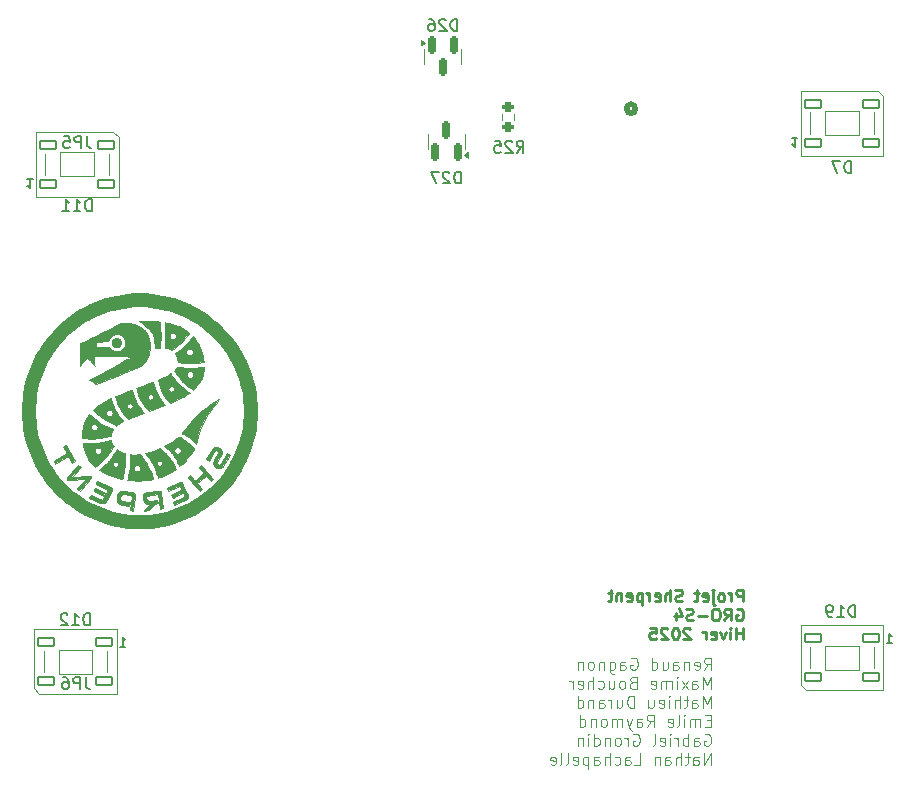
<source format=gbo>
G04 #@! TF.GenerationSoftware,KiCad,Pcbnew,8.0.7-8.0.7-0~ubuntu22.04.1*
G04 #@! TF.CreationDate,2025-02-05T23:47:26-05:00*
G04 #@! TF.ProjectId,SHERPENT20250113,53484552-5045-44e5-9432-303235303131,rev?*
G04 #@! TF.SameCoordinates,Original*
G04 #@! TF.FileFunction,Legend,Bot*
G04 #@! TF.FilePolarity,Positive*
%FSLAX46Y46*%
G04 Gerber Fmt 4.6, Leading zero omitted, Abs format (unit mm)*
G04 Created by KiCad (PCBNEW 8.0.7-8.0.7-0~ubuntu22.04.1) date 2025-02-05 23:47:26*
%MOMM*%
%LPD*%
G01*
G04 APERTURE LIST*
G04 Aperture macros list*
%AMRoundRect*
0 Rectangle with rounded corners*
0 $1 Rounding radius*
0 $2 $3 $4 $5 $6 $7 $8 $9 X,Y pos of 4 corners*
0 Add a 4 corners polygon primitive as box body*
4,1,4,$2,$3,$4,$5,$6,$7,$8,$9,$2,$3,0*
0 Add four circle primitives for the rounded corners*
1,1,$1+$1,$2,$3*
1,1,$1+$1,$4,$5*
1,1,$1+$1,$6,$7*
1,1,$1+$1,$8,$9*
0 Add four rect primitives between the rounded corners*
20,1,$1+$1,$2,$3,$4,$5,0*
20,1,$1+$1,$4,$5,$6,$7,0*
20,1,$1+$1,$6,$7,$8,$9,0*
20,1,$1+$1,$8,$9,$2,$3,0*%
%AMFreePoly0*
4,1,6,1.000000,0.000000,0.500000,-0.750000,-0.500000,-0.750000,-0.500000,0.750000,0.500000,0.750000,1.000000,0.000000,1.000000,0.000000,$1*%
%AMFreePoly1*
4,1,6,0.500000,-0.750000,-0.650000,-0.750000,-0.150000,0.000000,-0.650000,0.750000,0.500000,0.750000,0.500000,-0.750000,0.500000,-0.750000,$1*%
G04 Aperture macros list end*
%ADD10C,0.000000*%
%ADD11C,0.021695*%
%ADD12C,0.001451*%
%ADD13C,0.060494*%
%ADD14C,1.209897*%
%ADD15C,0.250000*%
%ADD16C,0.100000*%
%ADD17C,0.150000*%
%ADD18C,0.508000*%
%ADD19C,0.120000*%
%ADD20C,0.387500*%
%ADD21O,1.452400X2.652400*%
%ADD22O,1.452400X3.352400*%
%ADD23C,3.000000*%
%ADD24C,2.700000*%
%ADD25R,1.700000X1.700000*%
%ADD26O,1.700000X1.700000*%
%ADD27R,1.600000X1.600000*%
%ADD28C,1.600000*%
%ADD29C,1.400000*%
%ADD30R,2.000000X2.000000*%
%ADD31C,1.700000*%
%ADD32C,2.000000*%
%ADD33FreePoly0,180.000000*%
%ADD34FreePoly1,180.000000*%
%ADD35RoundRect,0.150000X0.150000X-0.587500X0.150000X0.587500X-0.150000X0.587500X-0.150000X-0.587500X0*%
%ADD36RoundRect,0.200000X-0.275000X0.200000X-0.275000X-0.200000X0.275000X-0.200000X0.275000X0.200000X0*%
%ADD37RoundRect,0.090000X0.660000X0.360000X-0.660000X0.360000X-0.660000X-0.360000X0.660000X-0.360000X0*%
%ADD38RoundRect,0.150000X-0.150000X0.587500X-0.150000X-0.587500X0.150000X-0.587500X0.150000X0.587500X0*%
%ADD39RoundRect,0.090000X-0.660000X-0.360000X0.660000X-0.360000X0.660000X0.360000X-0.660000X0.360000X0*%
%ADD40FreePoly0,0.000000*%
%ADD41FreePoly1,0.000000*%
G04 APERTURE END LIST*
D10*
G36*
X144978475Y-101525857D02*
G01*
X145030380Y-101603997D01*
X145083958Y-101681476D01*
X145138194Y-101757322D01*
X145244589Y-101900221D01*
X145341455Y-102024912D01*
X145420684Y-102123613D01*
X145493798Y-102211912D01*
X145167865Y-102337314D01*
X144832135Y-102462687D01*
X144134544Y-102716944D01*
X144083580Y-102735407D01*
X144008503Y-102647126D01*
X143927301Y-102548631D01*
X143828231Y-102424437D01*
X143719721Y-102282448D01*
X143610204Y-102130567D01*
X143557701Y-102053388D01*
X143508107Y-101976698D01*
X143462476Y-101901488D01*
X143421862Y-101828745D01*
X143384105Y-101753665D01*
X143347449Y-101673549D01*
X143312079Y-101589762D01*
X143286581Y-101525005D01*
X143996797Y-101525005D01*
X143997107Y-101537286D01*
X143998029Y-101549406D01*
X143999547Y-101561349D01*
X144001646Y-101573101D01*
X144004311Y-101584647D01*
X144007527Y-101595972D01*
X144011279Y-101607061D01*
X144015552Y-101617898D01*
X144020331Y-101628470D01*
X144025602Y-101638760D01*
X144031348Y-101648754D01*
X144037556Y-101658437D01*
X144044210Y-101667794D01*
X144051295Y-101676809D01*
X144058796Y-101685469D01*
X144066698Y-101693757D01*
X144074987Y-101701659D01*
X144083646Y-101709160D01*
X144092662Y-101716245D01*
X144102018Y-101722899D01*
X144111701Y-101729106D01*
X144121695Y-101734853D01*
X144131986Y-101740123D01*
X144142557Y-101744903D01*
X144153395Y-101749176D01*
X144164483Y-101752928D01*
X144175808Y-101756144D01*
X144187354Y-101758809D01*
X144199106Y-101760907D01*
X144211050Y-101762425D01*
X144223169Y-101763347D01*
X144235450Y-101763657D01*
X144247731Y-101763347D01*
X144259850Y-101762425D01*
X144271794Y-101760907D01*
X144283546Y-101758809D01*
X144295092Y-101756144D01*
X144306417Y-101752928D01*
X144317506Y-101749176D01*
X144328343Y-101744903D01*
X144338915Y-101740123D01*
X144349205Y-101734853D01*
X144359199Y-101729106D01*
X144368882Y-101722899D01*
X144378238Y-101716245D01*
X144387254Y-101709160D01*
X144395913Y-101701659D01*
X144404202Y-101693757D01*
X144412104Y-101685469D01*
X144419605Y-101676809D01*
X144426690Y-101667794D01*
X144433344Y-101658437D01*
X144439551Y-101648754D01*
X144445298Y-101638760D01*
X144450568Y-101628470D01*
X144455347Y-101617898D01*
X144459621Y-101607061D01*
X144463373Y-101595972D01*
X144466589Y-101584647D01*
X144469254Y-101573101D01*
X144471352Y-101561349D01*
X144472870Y-101549406D01*
X144473792Y-101537286D01*
X144474102Y-101525005D01*
X144473792Y-101512724D01*
X144472870Y-101500605D01*
X144471352Y-101488662D01*
X144469254Y-101476909D01*
X144466589Y-101465363D01*
X144463373Y-101454038D01*
X144459621Y-101442950D01*
X144455347Y-101432112D01*
X144450568Y-101421541D01*
X144445298Y-101411251D01*
X144439551Y-101401257D01*
X144433344Y-101391574D01*
X144426690Y-101382217D01*
X144419605Y-101373202D01*
X144412104Y-101364542D01*
X144404202Y-101356254D01*
X144395913Y-101348352D01*
X144387254Y-101340851D01*
X144378238Y-101333766D01*
X144368882Y-101327112D01*
X144359199Y-101320904D01*
X144349205Y-101315158D01*
X144338915Y-101309887D01*
X144328343Y-101305108D01*
X144317506Y-101300835D01*
X144306417Y-101297083D01*
X144295092Y-101293867D01*
X144283546Y-101291202D01*
X144271794Y-101289103D01*
X144259850Y-101287585D01*
X144247731Y-101286663D01*
X144235450Y-101286353D01*
X144223169Y-101286663D01*
X144211050Y-101287585D01*
X144199106Y-101289103D01*
X144187354Y-101291202D01*
X144175808Y-101293867D01*
X144164483Y-101297083D01*
X144153395Y-101300835D01*
X144142557Y-101305108D01*
X144131986Y-101309887D01*
X144121695Y-101315158D01*
X144111701Y-101320904D01*
X144102018Y-101327112D01*
X144092662Y-101333766D01*
X144083646Y-101340851D01*
X144074987Y-101348352D01*
X144066698Y-101356254D01*
X144058796Y-101364542D01*
X144051295Y-101373202D01*
X144044210Y-101382217D01*
X144037556Y-101391574D01*
X144031348Y-101401257D01*
X144025602Y-101411251D01*
X144020331Y-101421541D01*
X144015552Y-101432112D01*
X144011279Y-101442950D01*
X144007527Y-101454038D01*
X144004311Y-101465363D01*
X144001646Y-101476909D01*
X143999547Y-101488662D01*
X143998029Y-101500605D01*
X143997107Y-101512724D01*
X143996797Y-101525005D01*
X143286581Y-101525005D01*
X143278178Y-101503665D01*
X143245932Y-101416623D01*
X143215523Y-101329998D01*
X143160956Y-101163453D01*
X143115951Y-101014934D01*
X143081981Y-100895348D01*
X143053037Y-100786593D01*
X143803121Y-100499833D01*
X144144442Y-100368896D01*
X144463255Y-100244722D01*
X144494089Y-100354731D01*
X144529968Y-100475656D01*
X144577119Y-100625785D01*
X144633767Y-100794061D01*
X144698136Y-100969427D01*
X144768448Y-101140826D01*
X144805279Y-101221583D01*
X144842929Y-101297201D01*
X144883736Y-101371486D01*
X144929256Y-101448029D01*
X144977936Y-101525005D01*
X144978475Y-101525857D01*
G37*
D11*
X143421862Y-101828744D02*
X143384105Y-101753663D01*
D10*
G36*
X148657719Y-99706209D02*
G01*
X148615588Y-99838266D01*
X148566541Y-99966006D01*
X148510717Y-100089584D01*
X148448256Y-100209155D01*
X148379299Y-100324874D01*
X148303983Y-100436895D01*
X148222450Y-100545372D01*
X148134839Y-100650462D01*
X148041289Y-100752317D01*
X147941940Y-100851093D01*
X147836931Y-100946945D01*
X147741865Y-100880405D01*
X147637833Y-100805475D01*
X147509294Y-100710102D01*
X147366114Y-100599782D01*
X147218161Y-100480012D01*
X147145479Y-100418302D01*
X147075304Y-100356290D01*
X147008869Y-100294665D01*
X146947409Y-100234113D01*
X146888073Y-100171349D01*
X146827532Y-100103355D01*
X146766478Y-100031410D01*
X146705608Y-99956796D01*
X146645616Y-99880792D01*
X146587196Y-99804679D01*
X146487328Y-99670025D01*
X147403017Y-99670025D01*
X147403328Y-99682306D01*
X147404249Y-99694425D01*
X147405767Y-99706369D01*
X147407866Y-99718121D01*
X147410531Y-99729667D01*
X147413747Y-99740992D01*
X147417499Y-99752081D01*
X147421772Y-99762918D01*
X147426551Y-99773490D01*
X147431822Y-99783780D01*
X147437568Y-99793774D01*
X147443776Y-99803457D01*
X147450430Y-99812814D01*
X147457515Y-99821829D01*
X147465016Y-99830489D01*
X147472918Y-99838777D01*
X147481206Y-99846679D01*
X147489866Y-99854180D01*
X147498881Y-99861265D01*
X147508238Y-99867919D01*
X147517921Y-99874127D01*
X147527915Y-99879873D01*
X147538205Y-99885144D01*
X147548776Y-99889923D01*
X147559614Y-99894196D01*
X147570703Y-99897948D01*
X147582028Y-99901164D01*
X147593574Y-99903829D01*
X147605326Y-99905928D01*
X147617269Y-99907446D01*
X147629389Y-99908367D01*
X147641669Y-99908678D01*
X147653950Y-99908367D01*
X147666070Y-99907446D01*
X147678013Y-99905928D01*
X147689765Y-99903829D01*
X147701311Y-99901164D01*
X147712636Y-99897948D01*
X147723725Y-99894196D01*
X147734563Y-99889923D01*
X147745134Y-99885144D01*
X147755424Y-99879873D01*
X147765418Y-99874127D01*
X147775101Y-99867919D01*
X147784458Y-99861265D01*
X147793473Y-99854180D01*
X147802133Y-99846679D01*
X147810421Y-99838777D01*
X147818323Y-99830489D01*
X147825824Y-99821829D01*
X147832909Y-99812814D01*
X147839563Y-99803457D01*
X147845771Y-99793774D01*
X147851517Y-99783780D01*
X147856788Y-99773490D01*
X147861567Y-99762918D01*
X147865840Y-99752081D01*
X147869592Y-99740992D01*
X147872808Y-99729667D01*
X147875473Y-99718121D01*
X147877572Y-99706369D01*
X147879090Y-99694425D01*
X147880011Y-99682306D01*
X147880322Y-99670025D01*
X147880011Y-99657744D01*
X147879090Y-99645625D01*
X147877572Y-99633681D01*
X147875473Y-99621929D01*
X147872808Y-99610383D01*
X147869592Y-99599058D01*
X147865840Y-99587970D01*
X147861567Y-99577132D01*
X147856788Y-99566561D01*
X147851517Y-99556271D01*
X147845771Y-99546277D01*
X147839563Y-99536594D01*
X147832909Y-99527237D01*
X147825824Y-99518222D01*
X147818323Y-99509562D01*
X147810421Y-99501274D01*
X147802133Y-99493372D01*
X147793473Y-99485871D01*
X147784458Y-99478786D01*
X147775101Y-99472132D01*
X147765418Y-99465924D01*
X147755424Y-99460178D01*
X147745134Y-99454907D01*
X147734563Y-99450128D01*
X147723725Y-99445855D01*
X147712636Y-99442103D01*
X147701311Y-99438887D01*
X147689765Y-99436222D01*
X147678013Y-99434123D01*
X147666070Y-99432606D01*
X147653950Y-99431684D01*
X147641669Y-99431373D01*
X147629389Y-99431684D01*
X147617269Y-99432606D01*
X147605326Y-99434123D01*
X147593574Y-99436222D01*
X147582028Y-99438887D01*
X147570703Y-99442103D01*
X147559614Y-99445855D01*
X147548776Y-99450128D01*
X147538205Y-99454907D01*
X147527915Y-99460178D01*
X147517921Y-99465924D01*
X147508238Y-99472132D01*
X147498881Y-99478786D01*
X147489866Y-99485871D01*
X147481206Y-99493372D01*
X147472918Y-99501274D01*
X147465016Y-99509562D01*
X147457515Y-99518222D01*
X147450430Y-99527237D01*
X147443776Y-99536594D01*
X147437568Y-99546277D01*
X147431822Y-99556271D01*
X147426551Y-99566561D01*
X147421772Y-99577132D01*
X147417499Y-99587970D01*
X147413747Y-99599058D01*
X147410531Y-99610383D01*
X147407866Y-99621929D01*
X147405767Y-99633681D01*
X147404249Y-99645625D01*
X147403328Y-99657744D01*
X147403017Y-99670025D01*
X146487328Y-99670025D01*
X146477852Y-99657249D01*
X146383133Y-99524750D01*
X146308597Y-99417424D01*
X146242299Y-99319271D01*
X146262431Y-99299597D01*
X146281893Y-99279801D01*
X146300687Y-99259877D01*
X146318811Y-99239820D01*
X146336266Y-99219623D01*
X146353051Y-99199282D01*
X146369166Y-99178789D01*
X146384611Y-99158141D01*
X146399387Y-99137329D01*
X146413491Y-99116350D01*
X146426926Y-99095196D01*
X146439689Y-99073862D01*
X146451782Y-99052343D01*
X146463203Y-99030632D01*
X146473953Y-99008724D01*
X146484032Y-98986612D01*
X146598856Y-99003833D01*
X146884892Y-99041575D01*
X147064722Y-99061616D01*
X147254483Y-99078955D01*
X147443220Y-99090984D01*
X147619974Y-99095091D01*
X147706526Y-99093432D01*
X147797441Y-99089409D01*
X147891346Y-99083361D01*
X147986869Y-99075631D01*
X148177277Y-99056486D01*
X148357687Y-99034703D01*
X148517119Y-99013011D01*
X148644592Y-98994137D01*
X148759747Y-98975764D01*
X148754290Y-99131724D01*
X148741220Y-99282593D01*
X148720675Y-99428527D01*
X148692795Y-99569681D01*
X148667015Y-99670025D01*
X148657719Y-99706209D01*
G37*
D11*
X144050812Y-95101441D02*
X144279467Y-95106526D01*
X144519749Y-95116695D01*
X144769695Y-95133390D01*
X145027342Y-95158055D01*
X145063487Y-95550313D01*
X145089362Y-95910338D01*
X145098619Y-96093321D01*
X145103276Y-96263806D01*
X145102476Y-96433735D01*
X145097329Y-96614742D01*
X145089208Y-96796431D01*
X145079485Y-96968401D01*
X145060725Y-97241598D01*
X145052032Y-97351149D01*
X144985739Y-97355278D01*
X144921452Y-97360008D01*
X144800007Y-97369851D01*
X144743406Y-97374254D01*
X144689923Y-97377839D01*
X144639838Y-97380250D01*
X144593430Y-97381133D01*
X144594257Y-97358926D01*
X144595412Y-97296604D01*
X144595490Y-97252413D01*
X144594903Y-97200611D01*
X144593402Y-97142003D01*
X144590739Y-97077394D01*
X144583791Y-96968265D01*
X144572598Y-96849791D01*
X144556254Y-96724892D01*
X144545868Y-96660947D01*
X144533855Y-96596492D01*
X144520103Y-96531893D01*
X144504497Y-96467514D01*
X144486926Y-96403721D01*
X144467275Y-96340879D01*
X144445433Y-96279354D01*
X144421286Y-96219511D01*
X144394720Y-96161716D01*
X144365624Y-96106332D01*
X144338994Y-96061583D01*
X144309454Y-96016638D01*
X144277251Y-95971604D01*
X144242631Y-95926587D01*
X144205839Y-95881692D01*
X144167123Y-95837025D01*
X144084903Y-95748802D01*
X143997938Y-95662765D01*
X143908200Y-95579761D01*
X143817659Y-95500638D01*
X143728284Y-95426245D01*
X143642046Y-95357429D01*
X143560915Y-95295038D01*
X143421852Y-95192921D01*
X143291689Y-95103089D01*
X143636226Y-95100753D01*
X144050812Y-95101441D01*
X143081981Y-100895347D02*
X143053037Y-100786592D01*
X143927301Y-102548631D02*
X143828231Y-102424437D01*
X145420684Y-102123612D02*
X145493798Y-102211911D01*
D10*
D12*
X149810198Y-105775148D02*
X149822322Y-105775445D01*
X149834584Y-105776023D01*
X149846776Y-105777016D01*
X149859060Y-105778468D01*
X149871436Y-105780377D01*
X149883904Y-105782745D01*
X149896463Y-105785572D01*
X149909115Y-105788856D01*
X149921858Y-105792599D01*
X149934692Y-105796799D01*
X149947619Y-105801458D01*
X149960637Y-105806575D01*
X149973748Y-105812151D01*
X149986949Y-105818184D01*
X150000243Y-105824676D01*
X150013629Y-105831626D01*
X150027106Y-105839034D01*
X150040675Y-105846901D01*
X150054071Y-105855067D01*
X150067027Y-105863377D01*
X150079545Y-105871828D01*
X150091623Y-105880423D01*
X150103262Y-105889159D01*
X150114461Y-105898039D01*
X150125222Y-105907060D01*
X150135544Y-105916225D01*
X150145426Y-105925531D01*
X150154870Y-105934981D01*
X150163874Y-105944572D01*
X150172439Y-105954307D01*
X150180565Y-105964183D01*
X150188252Y-105974203D01*
X150195499Y-105984364D01*
X150202308Y-105994669D01*
X150208672Y-106005167D01*
X150214723Y-106015676D01*
X150220463Y-106026197D01*
X150225891Y-106036729D01*
X150231007Y-106047272D01*
X150235811Y-106057827D01*
X150240303Y-106068393D01*
X150244483Y-106078971D01*
X150248351Y-106089560D01*
X150251907Y-106100160D01*
X150255152Y-106110772D01*
X150258084Y-106121395D01*
X150260704Y-106132030D01*
X150263013Y-106142676D01*
X150265009Y-106153333D01*
X150266694Y-106164002D01*
X150268033Y-106174771D01*
X150269133Y-106185496D01*
X150269993Y-106196176D01*
X150270614Y-106206813D01*
X150270995Y-106217406D01*
X150271136Y-106227954D01*
X150271038Y-106238459D01*
X150270700Y-106248919D01*
X150270122Y-106259336D01*
X150269305Y-106269708D01*
X150268248Y-106280037D01*
X150266952Y-106290321D01*
X150265416Y-106300561D01*
X150263640Y-106310758D01*
X150261625Y-106320910D01*
X150259370Y-106331018D01*
X150254155Y-106350717D01*
X150248472Y-106369744D01*
X150242323Y-106388099D01*
X150235706Y-106405783D01*
X150232223Y-106414374D01*
X150228623Y-106422796D01*
X150224906Y-106431051D01*
X150221072Y-106439137D01*
X150217122Y-106447056D01*
X150213055Y-106454807D01*
X150208871Y-106462390D01*
X150204570Y-106469805D01*
X149873554Y-107026510D01*
X149871122Y-107030700D01*
X149868807Y-107034891D01*
X149866610Y-107039083D01*
X149864530Y-107043275D01*
X149862568Y-107047469D01*
X149860723Y-107051664D01*
X149858996Y-107055860D01*
X149857387Y-107060056D01*
X149855895Y-107064254D01*
X149854521Y-107068453D01*
X149853264Y-107072652D01*
X149852125Y-107076853D01*
X149851103Y-107081054D01*
X149850199Y-107085257D01*
X149849413Y-107089460D01*
X149848744Y-107093665D01*
X149848123Y-107097971D01*
X149847617Y-107102248D01*
X149847228Y-107106496D01*
X149846954Y-107110714D01*
X149846797Y-107114903D01*
X149846756Y-107119062D01*
X149846830Y-107123192D01*
X149847021Y-107127292D01*
X149847327Y-107131362D01*
X149847750Y-107135404D01*
X149848288Y-107139415D01*
X149848943Y-107143398D01*
X149849713Y-107147350D01*
X149850600Y-107151274D01*
X149851602Y-107155167D01*
X149852720Y-107159032D01*
X149853878Y-107162979D01*
X149855138Y-107166888D01*
X149856498Y-107170758D01*
X149857961Y-107174591D01*
X149859524Y-107178385D01*
X149861189Y-107182141D01*
X149862955Y-107185860D01*
X149864823Y-107189540D01*
X149866792Y-107193181D01*
X149868863Y-107196785D01*
X149871035Y-107200351D01*
X149873309Y-107203878D01*
X149875684Y-107207367D01*
X149878160Y-107210818D01*
X149880738Y-107214231D01*
X149883417Y-107217606D01*
X149886192Y-107220935D01*
X149889059Y-107224210D01*
X149892017Y-107227430D01*
X149895066Y-107230597D01*
X149898206Y-107233709D01*
X149901438Y-107236768D01*
X149904761Y-107239772D01*
X149908175Y-107242722D01*
X149911680Y-107245619D01*
X149915276Y-107248461D01*
X149918964Y-107251249D01*
X149922743Y-107253984D01*
X149926613Y-107256664D01*
X149930574Y-107259290D01*
X149934627Y-107261862D01*
X149938770Y-107264380D01*
X149947363Y-107269283D01*
X149955920Y-107273750D01*
X149964439Y-107277783D01*
X149972923Y-107281380D01*
X149981369Y-107284542D01*
X149989780Y-107287268D01*
X149998153Y-107289560D01*
X150006490Y-107291416D01*
X150014791Y-107292837D01*
X150023055Y-107293822D01*
X150031282Y-107294373D01*
X150039473Y-107294488D01*
X150047627Y-107294168D01*
X150055745Y-107293413D01*
X150063826Y-107292223D01*
X150071871Y-107290598D01*
X150079741Y-107288652D01*
X150087439Y-107286269D01*
X150094963Y-107283449D01*
X150102315Y-107280191D01*
X150109494Y-107276495D01*
X150116499Y-107272362D01*
X150123332Y-107267791D01*
X150129992Y-107262783D01*
X150136479Y-107257337D01*
X150142792Y-107251454D01*
X150148933Y-107245133D01*
X150154901Y-107238374D01*
X150160696Y-107231178D01*
X150166318Y-107223544D01*
X150171767Y-107215473D01*
X150177042Y-107206964D01*
X150732242Y-106273226D01*
X150974287Y-106417145D01*
X150419089Y-107350884D01*
X150413088Y-107360645D01*
X150406709Y-107370379D01*
X150399954Y-107380085D01*
X150392821Y-107389764D01*
X150385310Y-107399415D01*
X150377422Y-107409038D01*
X150369157Y-107418634D01*
X150360514Y-107428202D01*
X150351402Y-107437866D01*
X150342004Y-107447281D01*
X150332321Y-107456447D01*
X150322352Y-107465365D01*
X150312097Y-107474034D01*
X150301558Y-107482455D01*
X150290733Y-107490628D01*
X150279622Y-107498552D01*
X150268221Y-107506204D01*
X150256522Y-107513561D01*
X150244525Y-107520624D01*
X150232232Y-107527391D01*
X150219642Y-107533864D01*
X150206754Y-107540042D01*
X150193569Y-107545926D01*
X150180086Y-107551514D01*
X150166347Y-107556675D01*
X150152391Y-107561272D01*
X150138217Y-107565308D01*
X150123827Y-107568781D01*
X150109220Y-107571692D01*
X150094395Y-107574041D01*
X150079354Y-107575828D01*
X150064095Y-107577052D01*
X150048637Y-107577685D01*
X150032997Y-107577699D01*
X150017174Y-107577091D01*
X150001169Y-107575863D01*
X149984981Y-107574015D01*
X149968610Y-107571547D01*
X149952058Y-107568458D01*
X149935323Y-107564749D01*
X149926713Y-107562681D01*
X149918080Y-107560403D01*
X149909425Y-107557915D01*
X149900747Y-107555216D01*
X149892047Y-107552307D01*
X149883324Y-107549187D01*
X149865810Y-107542318D01*
X149848206Y-107534607D01*
X149830511Y-107526054D01*
X149812726Y-107516661D01*
X149794851Y-107506426D01*
X149794852Y-107506417D01*
X149785991Y-107501055D01*
X149777328Y-107495623D01*
X149768864Y-107490123D01*
X149760599Y-107484554D01*
X149752532Y-107478915D01*
X149744664Y-107473208D01*
X149736994Y-107467432D01*
X149729522Y-107461586D01*
X149722250Y-107455672D01*
X149715175Y-107449689D01*
X149708300Y-107443637D01*
X149701622Y-107437515D01*
X149695144Y-107431325D01*
X149688864Y-107425066D01*
X149682782Y-107418737D01*
X149676899Y-107412340D01*
X149671196Y-107405888D01*
X149665656Y-107399394D01*
X149660278Y-107392859D01*
X149655062Y-107386283D01*
X149650009Y-107379666D01*
X149645119Y-107373007D01*
X149640390Y-107366307D01*
X149635824Y-107359566D01*
X149631420Y-107352783D01*
X149627179Y-107345959D01*
X149623100Y-107339094D01*
X149619183Y-107332188D01*
X149615429Y-107325240D01*
X149611837Y-107318251D01*
X149608408Y-107311220D01*
X149605141Y-107304148D01*
X149598921Y-107290173D01*
X149593281Y-107276148D01*
X149588221Y-107262075D01*
X149583742Y-107247953D01*
X149579842Y-107233782D01*
X149576524Y-107219562D01*
X149573785Y-107205294D01*
X149571627Y-107190977D01*
X149569744Y-107176528D01*
X149568296Y-107162141D01*
X149567284Y-107147816D01*
X149566708Y-107133553D01*
X149566567Y-107119353D01*
X149566862Y-107105214D01*
X149567592Y-107091138D01*
X149568758Y-107077123D01*
X149570187Y-107063463D01*
X149571982Y-107049980D01*
X149574144Y-107036676D01*
X149576672Y-107023550D01*
X149579566Y-107010603D01*
X149582827Y-106997834D01*
X149586454Y-106985244D01*
X149590447Y-106972832D01*
X149594493Y-106960531D01*
X149598744Y-106948547D01*
X149603199Y-106936883D01*
X149607859Y-106925536D01*
X149612722Y-106914509D01*
X149617791Y-106903799D01*
X149623064Y-106893408D01*
X149628541Y-106883336D01*
X149629647Y-106881483D01*
X149960663Y-106324778D01*
X149965557Y-106316190D01*
X149970001Y-106307649D01*
X149973993Y-106299155D01*
X149977535Y-106290707D01*
X149980625Y-106282307D01*
X149983264Y-106273952D01*
X149985452Y-106265645D01*
X149987189Y-106257385D01*
X149988475Y-106249171D01*
X149989309Y-106241004D01*
X149989693Y-106232884D01*
X149989625Y-106224811D01*
X149989106Y-106216784D01*
X149988136Y-106208804D01*
X149986715Y-106200872D01*
X149984843Y-106192985D01*
X149982358Y-106185252D01*
X149979471Y-106177683D01*
X149976180Y-106170278D01*
X149972487Y-106163037D01*
X149968392Y-106155960D01*
X149963893Y-106149047D01*
X149958992Y-106142298D01*
X149953688Y-106135714D01*
X149947981Y-106129294D01*
X149941871Y-106123037D01*
X149935359Y-106116945D01*
X149928444Y-106111017D01*
X149921126Y-106105253D01*
X149913405Y-106099653D01*
X149905281Y-106094218D01*
X149896755Y-106088946D01*
X149888161Y-106084038D01*
X149879600Y-106079553D01*
X149871073Y-106075491D01*
X149862579Y-106071854D01*
X149854119Y-106068640D01*
X149845693Y-106065849D01*
X149837300Y-106063482D01*
X149828941Y-106061539D01*
X149820615Y-106060019D01*
X149812323Y-106058923D01*
X149804065Y-106058251D01*
X149795840Y-106058002D01*
X149787649Y-106058177D01*
X149779492Y-106058776D01*
X149771368Y-106059798D01*
X149763278Y-106061244D01*
X149755229Y-106063231D01*
X149747370Y-106065646D01*
X149739700Y-106068488D01*
X149732218Y-106071758D01*
X149724925Y-106075455D01*
X149717822Y-106079579D01*
X149710907Y-106084130D01*
X149704181Y-106089109D01*
X149697644Y-106094515D01*
X149691296Y-106100349D01*
X149685137Y-106106610D01*
X149679167Y-106113298D01*
X149673385Y-106120414D01*
X149667793Y-106127957D01*
X149662389Y-106135927D01*
X149657175Y-106144325D01*
X149167293Y-106968212D01*
X148925247Y-106824292D01*
X149415129Y-106000404D01*
X149419593Y-105993086D01*
X149424268Y-105985795D01*
X149429153Y-105978531D01*
X149434249Y-105971293D01*
X149439556Y-105964082D01*
X149445073Y-105956898D01*
X149450800Y-105949741D01*
X149456738Y-105942610D01*
X149462887Y-105935506D01*
X149469246Y-105928429D01*
X149475816Y-105921378D01*
X149482596Y-105914355D01*
X149489587Y-105907358D01*
X149496788Y-105900387D01*
X149504199Y-105893444D01*
X149511822Y-105886527D01*
X149519517Y-105879653D01*
X149527379Y-105872978D01*
X149535410Y-105866500D01*
X149543608Y-105860221D01*
X149551973Y-105854140D01*
X149560507Y-105848257D01*
X149569208Y-105842573D01*
X149578076Y-105837086D01*
X149587113Y-105831798D01*
X149596317Y-105826708D01*
X149605688Y-105821815D01*
X149615228Y-105817121D01*
X149624935Y-105812626D01*
X149634810Y-105808328D01*
X149644852Y-105804228D01*
X149655062Y-105800327D01*
X149665240Y-105796712D01*
X149675557Y-105793376D01*
X149686012Y-105790320D01*
X149696607Y-105787543D01*
X149707341Y-105785045D01*
X149718214Y-105782828D01*
X149729225Y-105780889D01*
X149740376Y-105779231D01*
X149751666Y-105777851D01*
X149763094Y-105776752D01*
X149774662Y-105775931D01*
X149786368Y-105775391D01*
X149798214Y-105775129D01*
X149810198Y-105775148D01*
G36*
X149810198Y-105775148D02*
G01*
X149822322Y-105775445D01*
X149834584Y-105776023D01*
X149846776Y-105777016D01*
X149859060Y-105778468D01*
X149871436Y-105780377D01*
X149883904Y-105782745D01*
X149896463Y-105785572D01*
X149909115Y-105788856D01*
X149921858Y-105792599D01*
X149934692Y-105796799D01*
X149947619Y-105801458D01*
X149960637Y-105806575D01*
X149973748Y-105812151D01*
X149986949Y-105818184D01*
X150000243Y-105824676D01*
X150013629Y-105831626D01*
X150027106Y-105839034D01*
X150040675Y-105846901D01*
X150054071Y-105855067D01*
X150067027Y-105863377D01*
X150079545Y-105871828D01*
X150091623Y-105880423D01*
X150103262Y-105889159D01*
X150114461Y-105898039D01*
X150125222Y-105907060D01*
X150135544Y-105916225D01*
X150145426Y-105925531D01*
X150154870Y-105934981D01*
X150163874Y-105944572D01*
X150172439Y-105954307D01*
X150180565Y-105964183D01*
X150188252Y-105974203D01*
X150195499Y-105984364D01*
X150202308Y-105994669D01*
X150208672Y-106005167D01*
X150214723Y-106015676D01*
X150220463Y-106026197D01*
X150225891Y-106036729D01*
X150231007Y-106047272D01*
X150235811Y-106057827D01*
X150240303Y-106068393D01*
X150244483Y-106078971D01*
X150248351Y-106089560D01*
X150251907Y-106100160D01*
X150255152Y-106110772D01*
X150258084Y-106121395D01*
X150260704Y-106132030D01*
X150263013Y-106142676D01*
X150265009Y-106153333D01*
X150266694Y-106164002D01*
X150268033Y-106174771D01*
X150269133Y-106185496D01*
X150269993Y-106196176D01*
X150270614Y-106206813D01*
X150270995Y-106217406D01*
X150271136Y-106227954D01*
X150271038Y-106238459D01*
X150270700Y-106248919D01*
X150270122Y-106259336D01*
X150269305Y-106269708D01*
X150268248Y-106280037D01*
X150266952Y-106290321D01*
X150265416Y-106300561D01*
X150263640Y-106310758D01*
X150261625Y-106320910D01*
X150259370Y-106331018D01*
X150254155Y-106350717D01*
X150248472Y-106369744D01*
X150242323Y-106388099D01*
X150235706Y-106405783D01*
X150232223Y-106414374D01*
X150228623Y-106422796D01*
X150224906Y-106431051D01*
X150221072Y-106439137D01*
X150217122Y-106447056D01*
X150213055Y-106454807D01*
X150208871Y-106462390D01*
X150204570Y-106469805D01*
X149873554Y-107026510D01*
X149871122Y-107030700D01*
X149868807Y-107034891D01*
X149866610Y-107039083D01*
X149864530Y-107043275D01*
X149862568Y-107047469D01*
X149860723Y-107051664D01*
X149858996Y-107055860D01*
X149857387Y-107060056D01*
X149855895Y-107064254D01*
X149854521Y-107068453D01*
X149853264Y-107072652D01*
X149852125Y-107076853D01*
X149851103Y-107081054D01*
X149850199Y-107085257D01*
X149849413Y-107089460D01*
X149848744Y-107093665D01*
X149848123Y-107097971D01*
X149847617Y-107102248D01*
X149847228Y-107106496D01*
X149846954Y-107110714D01*
X149846797Y-107114903D01*
X149846756Y-107119062D01*
X149846830Y-107123192D01*
X149847021Y-107127292D01*
X149847327Y-107131362D01*
X149847750Y-107135404D01*
X149848288Y-107139415D01*
X149848943Y-107143398D01*
X149849713Y-107147350D01*
X149850600Y-107151274D01*
X149851602Y-107155167D01*
X149852720Y-107159032D01*
X149853878Y-107162979D01*
X149855138Y-107166888D01*
X149856498Y-107170758D01*
X149857961Y-107174591D01*
X149859524Y-107178385D01*
X149861189Y-107182141D01*
X149862955Y-107185860D01*
X149864823Y-107189540D01*
X149866792Y-107193181D01*
X149868863Y-107196785D01*
X149871035Y-107200351D01*
X149873309Y-107203878D01*
X149875684Y-107207367D01*
X149878160Y-107210818D01*
X149880738Y-107214231D01*
X149883417Y-107217606D01*
X149886192Y-107220935D01*
X149889059Y-107224210D01*
X149892017Y-107227430D01*
X149895066Y-107230597D01*
X149898206Y-107233709D01*
X149901438Y-107236768D01*
X149904761Y-107239772D01*
X149908175Y-107242722D01*
X149911680Y-107245619D01*
X149915276Y-107248461D01*
X149918964Y-107251249D01*
X149922743Y-107253984D01*
X149926613Y-107256664D01*
X149930574Y-107259290D01*
X149934627Y-107261862D01*
X149938770Y-107264380D01*
X149947363Y-107269283D01*
X149955920Y-107273750D01*
X149964439Y-107277783D01*
X149972923Y-107281380D01*
X149981369Y-107284542D01*
X149989780Y-107287268D01*
X149998153Y-107289560D01*
X150006490Y-107291416D01*
X150014791Y-107292837D01*
X150023055Y-107293822D01*
X150031282Y-107294373D01*
X150039473Y-107294488D01*
X150047627Y-107294168D01*
X150055745Y-107293413D01*
X150063826Y-107292223D01*
X150071871Y-107290598D01*
X150079741Y-107288652D01*
X150087439Y-107286269D01*
X150094963Y-107283449D01*
X150102315Y-107280191D01*
X150109494Y-107276495D01*
X150116499Y-107272362D01*
X150123332Y-107267791D01*
X150129992Y-107262783D01*
X150136479Y-107257337D01*
X150142792Y-107251454D01*
X150148933Y-107245133D01*
X150154901Y-107238374D01*
X150160696Y-107231178D01*
X150166318Y-107223544D01*
X150171767Y-107215473D01*
X150177042Y-107206964D01*
X150732242Y-106273226D01*
X150974287Y-106417145D01*
X150419089Y-107350884D01*
X150413088Y-107360645D01*
X150406709Y-107370379D01*
X150399954Y-107380085D01*
X150392821Y-107389764D01*
X150385310Y-107399415D01*
X150377422Y-107409038D01*
X150369157Y-107418634D01*
X150360514Y-107428202D01*
X150351402Y-107437866D01*
X150342004Y-107447281D01*
X150332321Y-107456447D01*
X150322352Y-107465365D01*
X150312097Y-107474034D01*
X150301558Y-107482455D01*
X150290733Y-107490628D01*
X150279622Y-107498552D01*
X150268221Y-107506204D01*
X150256522Y-107513561D01*
X150244525Y-107520624D01*
X150232232Y-107527391D01*
X150219642Y-107533864D01*
X150206754Y-107540042D01*
X150193569Y-107545926D01*
X150180086Y-107551514D01*
X150166347Y-107556675D01*
X150152391Y-107561272D01*
X150138217Y-107565308D01*
X150123827Y-107568781D01*
X150109220Y-107571692D01*
X150094395Y-107574041D01*
X150079354Y-107575828D01*
X150064095Y-107577052D01*
X150048637Y-107577685D01*
X150032997Y-107577699D01*
X150017174Y-107577091D01*
X150001169Y-107575863D01*
X149984981Y-107574015D01*
X149968610Y-107571547D01*
X149952058Y-107568458D01*
X149935323Y-107564749D01*
X149926713Y-107562681D01*
X149918080Y-107560403D01*
X149909425Y-107557915D01*
X149900747Y-107555216D01*
X149892047Y-107552307D01*
X149883324Y-107549187D01*
X149865810Y-107542318D01*
X149848206Y-107534607D01*
X149830511Y-107526054D01*
X149812726Y-107516661D01*
X149794851Y-107506426D01*
X149794852Y-107506417D01*
X149785991Y-107501055D01*
X149777328Y-107495623D01*
X149768864Y-107490123D01*
X149760599Y-107484554D01*
X149752532Y-107478915D01*
X149744664Y-107473208D01*
X149736994Y-107467432D01*
X149729522Y-107461586D01*
X149722250Y-107455672D01*
X149715175Y-107449689D01*
X149708300Y-107443637D01*
X149701622Y-107437515D01*
X149695144Y-107431325D01*
X149688864Y-107425066D01*
X149682782Y-107418737D01*
X149676899Y-107412340D01*
X149671196Y-107405888D01*
X149665656Y-107399394D01*
X149660278Y-107392859D01*
X149655062Y-107386283D01*
X149650009Y-107379666D01*
X149645119Y-107373007D01*
X149640390Y-107366307D01*
X149635824Y-107359566D01*
X149631420Y-107352783D01*
X149627179Y-107345959D01*
X149623100Y-107339094D01*
X149619183Y-107332188D01*
X149615429Y-107325240D01*
X149611837Y-107318251D01*
X149608408Y-107311220D01*
X149605141Y-107304148D01*
X149598921Y-107290173D01*
X149593281Y-107276148D01*
X149588221Y-107262075D01*
X149583742Y-107247953D01*
X149579842Y-107233782D01*
X149576524Y-107219562D01*
X149573785Y-107205294D01*
X149571627Y-107190977D01*
X149569744Y-107176528D01*
X149568296Y-107162141D01*
X149567284Y-107147816D01*
X149566708Y-107133553D01*
X149566567Y-107119353D01*
X149566862Y-107105214D01*
X149567592Y-107091138D01*
X149568758Y-107077123D01*
X149570187Y-107063463D01*
X149571982Y-107049980D01*
X149574144Y-107036676D01*
X149576672Y-107023550D01*
X149579566Y-107010603D01*
X149582827Y-106997834D01*
X149586454Y-106985244D01*
X149590447Y-106972832D01*
X149594493Y-106960531D01*
X149598744Y-106948547D01*
X149603199Y-106936883D01*
X149607859Y-106925536D01*
X149612722Y-106914509D01*
X149617791Y-106903799D01*
X149623064Y-106893408D01*
X149628541Y-106883336D01*
X149629647Y-106881483D01*
X149960663Y-106324778D01*
X149965557Y-106316190D01*
X149970001Y-106307649D01*
X149973993Y-106299155D01*
X149977535Y-106290707D01*
X149980625Y-106282307D01*
X149983264Y-106273952D01*
X149985452Y-106265645D01*
X149987189Y-106257385D01*
X149988475Y-106249171D01*
X149989309Y-106241004D01*
X149989693Y-106232884D01*
X149989625Y-106224811D01*
X149989106Y-106216784D01*
X149988136Y-106208804D01*
X149986715Y-106200872D01*
X149984843Y-106192985D01*
X149982358Y-106185252D01*
X149979471Y-106177683D01*
X149976180Y-106170278D01*
X149972487Y-106163037D01*
X149968392Y-106155960D01*
X149963893Y-106149047D01*
X149958992Y-106142298D01*
X149953688Y-106135714D01*
X149947981Y-106129294D01*
X149941871Y-106123037D01*
X149935359Y-106116945D01*
X149928444Y-106111017D01*
X149921126Y-106105253D01*
X149913405Y-106099653D01*
X149905281Y-106094218D01*
X149896755Y-106088946D01*
X149888161Y-106084038D01*
X149879600Y-106079553D01*
X149871073Y-106075491D01*
X149862579Y-106071854D01*
X149854119Y-106068640D01*
X149845693Y-106065849D01*
X149837300Y-106063482D01*
X149828941Y-106061539D01*
X149820615Y-106060019D01*
X149812323Y-106058923D01*
X149804065Y-106058251D01*
X149795840Y-106058002D01*
X149787649Y-106058177D01*
X149779492Y-106058776D01*
X149771368Y-106059798D01*
X149763278Y-106061244D01*
X149755229Y-106063231D01*
X149747370Y-106065646D01*
X149739700Y-106068488D01*
X149732218Y-106071758D01*
X149724925Y-106075455D01*
X149717822Y-106079579D01*
X149710907Y-106084130D01*
X149704181Y-106089109D01*
X149697644Y-106094515D01*
X149691296Y-106100349D01*
X149685137Y-106106610D01*
X149679167Y-106113298D01*
X149673385Y-106120414D01*
X149667793Y-106127957D01*
X149662389Y-106135927D01*
X149657175Y-106144325D01*
X149167293Y-106968212D01*
X148925247Y-106824292D01*
X149415129Y-106000404D01*
X149419593Y-105993086D01*
X149424268Y-105985795D01*
X149429153Y-105978531D01*
X149434249Y-105971293D01*
X149439556Y-105964082D01*
X149445073Y-105956898D01*
X149450800Y-105949741D01*
X149456738Y-105942610D01*
X149462887Y-105935506D01*
X149469246Y-105928429D01*
X149475816Y-105921378D01*
X149482596Y-105914355D01*
X149489587Y-105907358D01*
X149496788Y-105900387D01*
X149504199Y-105893444D01*
X149511822Y-105886527D01*
X149519517Y-105879653D01*
X149527379Y-105872978D01*
X149535410Y-105866500D01*
X149543608Y-105860221D01*
X149551973Y-105854140D01*
X149560507Y-105848257D01*
X149569208Y-105842573D01*
X149578076Y-105837086D01*
X149587113Y-105831798D01*
X149596317Y-105826708D01*
X149605688Y-105821815D01*
X149615228Y-105817121D01*
X149624935Y-105812626D01*
X149634810Y-105808328D01*
X149644852Y-105804228D01*
X149655062Y-105800327D01*
X149665240Y-105796712D01*
X149675557Y-105793376D01*
X149686012Y-105790320D01*
X149696607Y-105787543D01*
X149707341Y-105785045D01*
X149718214Y-105782828D01*
X149729225Y-105780889D01*
X149740376Y-105779231D01*
X149751666Y-105777851D01*
X149763094Y-105776752D01*
X149774662Y-105775931D01*
X149786368Y-105775391D01*
X149798214Y-105775129D01*
X149810198Y-105775148D01*
G37*
D11*
X144083579Y-102735406D02*
X144008503Y-102647126D01*
X144008503Y-102647126D02*
X143927301Y-102548631D01*
X144842929Y-101297199D02*
X144883736Y-101371485D01*
X144929256Y-101448028D02*
X144978475Y-101525856D01*
X144083579Y-102735406D02*
X144134544Y-102716943D01*
X144978475Y-101525856D02*
X145030380Y-101603996D01*
X145030380Y-101603996D02*
X145138194Y-101757321D01*
X144633767Y-100794060D02*
X144665097Y-100881548D01*
X144832135Y-102462686D02*
X144134544Y-102716943D01*
D12*
X138350590Y-107495456D02*
X137613769Y-108303994D01*
X139097237Y-108203715D01*
X139102655Y-108203467D01*
X139108016Y-108203419D01*
X139113321Y-108203571D01*
X139118569Y-108203923D01*
X139123761Y-108204476D01*
X139128896Y-108205229D01*
X139133974Y-108206182D01*
X139138996Y-108207335D01*
X139143962Y-108208689D01*
X139148871Y-108210243D01*
X139153723Y-108211998D01*
X139158518Y-108213953D01*
X139163257Y-108216108D01*
X139167940Y-108218463D01*
X139172566Y-108221019D01*
X139177135Y-108223775D01*
X139181695Y-108226597D01*
X139186112Y-108229551D01*
X139190385Y-108232638D01*
X139194515Y-108235857D01*
X139198501Y-108239209D01*
X139202343Y-108242693D01*
X139206042Y-108246310D01*
X139209597Y-108250059D01*
X139213008Y-108253941D01*
X139216276Y-108257955D01*
X139219401Y-108262102D01*
X139222381Y-108266381D01*
X139225218Y-108270792D01*
X139227912Y-108275336D01*
X139230462Y-108280013D01*
X139232868Y-108284821D01*
X139234826Y-108289633D01*
X139236611Y-108294483D01*
X139238225Y-108299370D01*
X139239666Y-108304296D01*
X139240936Y-108309259D01*
X139242033Y-108314260D01*
X139242959Y-108319299D01*
X139243713Y-108324376D01*
X139244294Y-108329492D01*
X139244704Y-108334644D01*
X139244942Y-108339835D01*
X139245008Y-108345064D01*
X139244902Y-108350331D01*
X139244624Y-108355635D01*
X139244174Y-108360978D01*
X139243552Y-108366359D01*
X139242744Y-108371529D01*
X139241753Y-108376625D01*
X139240578Y-108381645D01*
X139239221Y-108386589D01*
X139237680Y-108391459D01*
X139235955Y-108396253D01*
X139234048Y-108400971D01*
X139231957Y-108405614D01*
X139229684Y-108410182D01*
X139227227Y-108414675D01*
X139224586Y-108419092D01*
X139221763Y-108423434D01*
X139218757Y-108427700D01*
X139215567Y-108431892D01*
X139212194Y-108436007D01*
X139208638Y-108440048D01*
X138243474Y-109499155D01*
X138035335Y-109309479D01*
X138772157Y-108500937D01*
X137287958Y-108602017D01*
X137284249Y-108602237D01*
X137280571Y-108602360D01*
X137276925Y-108602385D01*
X137273310Y-108602313D01*
X137269726Y-108602144D01*
X137266174Y-108601877D01*
X137262653Y-108601514D01*
X137259163Y-108601053D01*
X137255705Y-108600494D01*
X137252279Y-108599839D01*
X137248883Y-108599086D01*
X137245520Y-108598236D01*
X137242187Y-108597288D01*
X137238886Y-108596244D01*
X137235617Y-108595102D01*
X137232378Y-108593862D01*
X137229085Y-108592458D01*
X137225849Y-108591003D01*
X137222671Y-108589497D01*
X137219550Y-108587941D01*
X137216487Y-108586334D01*
X137213481Y-108584677D01*
X137210533Y-108582969D01*
X137207642Y-108581210D01*
X137204809Y-108579401D01*
X137202033Y-108577542D01*
X137199315Y-108575631D01*
X137196654Y-108573671D01*
X137194051Y-108571659D01*
X137191505Y-108569597D01*
X137189017Y-108567485D01*
X137186587Y-108565322D01*
X137183923Y-108562837D01*
X137181334Y-108560307D01*
X137178822Y-108557731D01*
X137176385Y-108555110D01*
X137174024Y-108552443D01*
X137171739Y-108549731D01*
X137169529Y-108546973D01*
X137167396Y-108544170D01*
X137165338Y-108541321D01*
X137163356Y-108538427D01*
X137161449Y-108535488D01*
X137159619Y-108532503D01*
X137157864Y-108529472D01*
X137156185Y-108526396D01*
X137154583Y-108523275D01*
X137153055Y-108520108D01*
X137151609Y-108516917D01*
X137150246Y-108513722D01*
X137148966Y-108510523D01*
X137147770Y-108507320D01*
X137146658Y-108504114D01*
X137145629Y-108500903D01*
X137144683Y-108497689D01*
X137143821Y-108494471D01*
X137143043Y-108491249D01*
X137142348Y-108488023D01*
X137141737Y-108484793D01*
X137141209Y-108481559D01*
X137140765Y-108478321D01*
X137140404Y-108475079D01*
X137140127Y-108471833D01*
X137139933Y-108468584D01*
X137139815Y-108465145D01*
X137139782Y-108461715D01*
X137139832Y-108458292D01*
X137139967Y-108454878D01*
X137140186Y-108451472D01*
X137140490Y-108448073D01*
X137140877Y-108444683D01*
X137141349Y-108441301D01*
X137141905Y-108437927D01*
X137142546Y-108434561D01*
X137143270Y-108431203D01*
X137144079Y-108427853D01*
X137144972Y-108424512D01*
X137145950Y-108421178D01*
X137147011Y-108417853D01*
X137148157Y-108414535D01*
X137149291Y-108411149D01*
X137150516Y-108407801D01*
X137151833Y-108404490D01*
X137153241Y-108401217D01*
X137154741Y-108397982D01*
X137156333Y-108394784D01*
X137158016Y-108391625D01*
X137159791Y-108388502D01*
X137161657Y-108385418D01*
X137163615Y-108382371D01*
X137165665Y-108379362D01*
X137167806Y-108376391D01*
X137170039Y-108373457D01*
X137172363Y-108370561D01*
X137174779Y-108367702D01*
X137177286Y-108364881D01*
X138142451Y-107305778D01*
X138350590Y-107495456D01*
G36*
X138350590Y-107495456D02*
G01*
X137613769Y-108303994D01*
X139097237Y-108203715D01*
X139102655Y-108203467D01*
X139108016Y-108203419D01*
X139113321Y-108203571D01*
X139118569Y-108203923D01*
X139123761Y-108204476D01*
X139128896Y-108205229D01*
X139133974Y-108206182D01*
X139138996Y-108207335D01*
X139143962Y-108208689D01*
X139148871Y-108210243D01*
X139153723Y-108211998D01*
X139158518Y-108213953D01*
X139163257Y-108216108D01*
X139167940Y-108218463D01*
X139172566Y-108221019D01*
X139177135Y-108223775D01*
X139181695Y-108226597D01*
X139186112Y-108229551D01*
X139190385Y-108232638D01*
X139194515Y-108235857D01*
X139198501Y-108239209D01*
X139202343Y-108242693D01*
X139206042Y-108246310D01*
X139209597Y-108250059D01*
X139213008Y-108253941D01*
X139216276Y-108257955D01*
X139219401Y-108262102D01*
X139222381Y-108266381D01*
X139225218Y-108270792D01*
X139227912Y-108275336D01*
X139230462Y-108280013D01*
X139232868Y-108284821D01*
X139234826Y-108289633D01*
X139236611Y-108294483D01*
X139238225Y-108299370D01*
X139239666Y-108304296D01*
X139240936Y-108309259D01*
X139242033Y-108314260D01*
X139242959Y-108319299D01*
X139243713Y-108324376D01*
X139244294Y-108329492D01*
X139244704Y-108334644D01*
X139244942Y-108339835D01*
X139245008Y-108345064D01*
X139244902Y-108350331D01*
X139244624Y-108355635D01*
X139244174Y-108360978D01*
X139243552Y-108366359D01*
X139242744Y-108371529D01*
X139241753Y-108376625D01*
X139240578Y-108381645D01*
X139239221Y-108386589D01*
X139237680Y-108391459D01*
X139235955Y-108396253D01*
X139234048Y-108400971D01*
X139231957Y-108405614D01*
X139229684Y-108410182D01*
X139227227Y-108414675D01*
X139224586Y-108419092D01*
X139221763Y-108423434D01*
X139218757Y-108427700D01*
X139215567Y-108431892D01*
X139212194Y-108436007D01*
X139208638Y-108440048D01*
X138243474Y-109499155D01*
X138035335Y-109309479D01*
X138772157Y-108500937D01*
X137287958Y-108602017D01*
X137284249Y-108602237D01*
X137280571Y-108602360D01*
X137276925Y-108602385D01*
X137273310Y-108602313D01*
X137269726Y-108602144D01*
X137266174Y-108601877D01*
X137262653Y-108601514D01*
X137259163Y-108601053D01*
X137255705Y-108600494D01*
X137252279Y-108599839D01*
X137248883Y-108599086D01*
X137245520Y-108598236D01*
X137242187Y-108597288D01*
X137238886Y-108596244D01*
X137235617Y-108595102D01*
X137232378Y-108593862D01*
X137229085Y-108592458D01*
X137225849Y-108591003D01*
X137222671Y-108589497D01*
X137219550Y-108587941D01*
X137216487Y-108586334D01*
X137213481Y-108584677D01*
X137210533Y-108582969D01*
X137207642Y-108581210D01*
X137204809Y-108579401D01*
X137202033Y-108577542D01*
X137199315Y-108575631D01*
X137196654Y-108573671D01*
X137194051Y-108571659D01*
X137191505Y-108569597D01*
X137189017Y-108567485D01*
X137186587Y-108565322D01*
X137183923Y-108562837D01*
X137181334Y-108560307D01*
X137178822Y-108557731D01*
X137176385Y-108555110D01*
X137174024Y-108552443D01*
X137171739Y-108549731D01*
X137169529Y-108546973D01*
X137167396Y-108544170D01*
X137165338Y-108541321D01*
X137163356Y-108538427D01*
X137161449Y-108535488D01*
X137159619Y-108532503D01*
X137157864Y-108529472D01*
X137156185Y-108526396D01*
X137154583Y-108523275D01*
X137153055Y-108520108D01*
X137151609Y-108516917D01*
X137150246Y-108513722D01*
X137148966Y-108510523D01*
X137147770Y-108507320D01*
X137146658Y-108504114D01*
X137145629Y-108500903D01*
X137144683Y-108497689D01*
X137143821Y-108494471D01*
X137143043Y-108491249D01*
X137142348Y-108488023D01*
X137141737Y-108484793D01*
X137141209Y-108481559D01*
X137140765Y-108478321D01*
X137140404Y-108475079D01*
X137140127Y-108471833D01*
X137139933Y-108468584D01*
X137139815Y-108465145D01*
X137139782Y-108461715D01*
X137139832Y-108458292D01*
X137139967Y-108454878D01*
X137140186Y-108451472D01*
X137140490Y-108448073D01*
X137140877Y-108444683D01*
X137141349Y-108441301D01*
X137141905Y-108437927D01*
X137142546Y-108434561D01*
X137143270Y-108431203D01*
X137144079Y-108427853D01*
X137144972Y-108424512D01*
X137145950Y-108421178D01*
X137147011Y-108417853D01*
X137148157Y-108414535D01*
X137149291Y-108411149D01*
X137150516Y-108407801D01*
X137151833Y-108404490D01*
X137153241Y-108401217D01*
X137154741Y-108397982D01*
X137156333Y-108394784D01*
X137158016Y-108391625D01*
X137159791Y-108388502D01*
X137161657Y-108385418D01*
X137163615Y-108382371D01*
X137165665Y-108379362D01*
X137167806Y-108376391D01*
X137170039Y-108373457D01*
X137172363Y-108370561D01*
X137174779Y-108367702D01*
X137177286Y-108364881D01*
X138142451Y-107305778D01*
X138350590Y-107495456D01*
G37*
D10*
G36*
X147755427Y-106224260D02*
G01*
X147681856Y-106331370D01*
X147606839Y-106435670D01*
X147530412Y-106537186D01*
X147452611Y-106635941D01*
X147373473Y-106731959D01*
X147293034Y-106825266D01*
X147211329Y-106915886D01*
X147128396Y-107003843D01*
X147044270Y-107089160D01*
X146958988Y-107171864D01*
X146872585Y-107251977D01*
X146785098Y-107329525D01*
X146696563Y-107404531D01*
X146651006Y-107303282D01*
X146598972Y-107192316D01*
X146531800Y-107054983D01*
X146452764Y-106901681D01*
X146365138Y-106742806D01*
X146319126Y-106664527D01*
X146272196Y-106588753D01*
X146224754Y-106516785D01*
X146177212Y-106449920D01*
X146127968Y-106386390D01*
X146073951Y-106321465D01*
X146016260Y-106255904D01*
X145955990Y-106190465D01*
X145894238Y-106125906D01*
X145883088Y-106114615D01*
X146339930Y-106114615D01*
X146340240Y-106126896D01*
X146341162Y-106139015D01*
X146342680Y-106150959D01*
X146344779Y-106162711D01*
X146347443Y-106174257D01*
X146350659Y-106185582D01*
X146354412Y-106196671D01*
X146358685Y-106207508D01*
X146363464Y-106218079D01*
X146368735Y-106228370D01*
X146374481Y-106238364D01*
X146380689Y-106248046D01*
X146387343Y-106257403D01*
X146394427Y-106266419D01*
X146401929Y-106275078D01*
X146409831Y-106283367D01*
X146418119Y-106291269D01*
X146426779Y-106298770D01*
X146435794Y-106305855D01*
X146445151Y-106312509D01*
X146454834Y-106318716D01*
X146464828Y-106324463D01*
X146475118Y-106329733D01*
X146485689Y-106334513D01*
X146496527Y-106338786D01*
X146507616Y-106342538D01*
X146518941Y-106345754D01*
X146530487Y-106348419D01*
X146542239Y-106350518D01*
X146554182Y-106352035D01*
X146566302Y-106352957D01*
X146578583Y-106353267D01*
X146590863Y-106352957D01*
X146602983Y-106352035D01*
X146614926Y-106350518D01*
X146626678Y-106348419D01*
X146638224Y-106345754D01*
X146649549Y-106342538D01*
X146660638Y-106338786D01*
X146671475Y-106334513D01*
X146682047Y-106329733D01*
X146692337Y-106324463D01*
X146702331Y-106318716D01*
X146712014Y-106312509D01*
X146721371Y-106305855D01*
X146730386Y-106298770D01*
X146739046Y-106291269D01*
X146747334Y-106283367D01*
X146755236Y-106275078D01*
X146762737Y-106266419D01*
X146769822Y-106257403D01*
X146776476Y-106248046D01*
X146782683Y-106238364D01*
X146788430Y-106228370D01*
X146793700Y-106218079D01*
X146798480Y-106207508D01*
X146802753Y-106196671D01*
X146806505Y-106185582D01*
X146809721Y-106174257D01*
X146812386Y-106162711D01*
X146814485Y-106150959D01*
X146816003Y-106139015D01*
X146816924Y-106126896D01*
X146817235Y-106114615D01*
X146816924Y-106102334D01*
X146816003Y-106090215D01*
X146814485Y-106078271D01*
X146812386Y-106066519D01*
X146809721Y-106054973D01*
X146806505Y-106043648D01*
X146802753Y-106032560D01*
X146798480Y-106021722D01*
X146793701Y-106011151D01*
X146788430Y-106000860D01*
X146782684Y-105990866D01*
X146776476Y-105981184D01*
X146769822Y-105971827D01*
X146762737Y-105962811D01*
X146755236Y-105954152D01*
X146747334Y-105945864D01*
X146739046Y-105937961D01*
X146730386Y-105930460D01*
X146721371Y-105923375D01*
X146712014Y-105916722D01*
X146702331Y-105910514D01*
X146692337Y-105904768D01*
X146682047Y-105899497D01*
X146671476Y-105894718D01*
X146660638Y-105890445D01*
X146649549Y-105886693D01*
X146638224Y-105883477D01*
X146626678Y-105880812D01*
X146614926Y-105878713D01*
X146602983Y-105877195D01*
X146590863Y-105876274D01*
X146578583Y-105875963D01*
X146566302Y-105876274D01*
X146554182Y-105877195D01*
X146542239Y-105878713D01*
X146530487Y-105880812D01*
X146518941Y-105883477D01*
X146507616Y-105886693D01*
X146496527Y-105890445D01*
X146485689Y-105894718D01*
X146475118Y-105899497D01*
X146464828Y-105904768D01*
X146454834Y-105910514D01*
X146445151Y-105916722D01*
X146435794Y-105923375D01*
X146426779Y-105930460D01*
X146418119Y-105937961D01*
X146409831Y-105945864D01*
X146401929Y-105954152D01*
X146394427Y-105962811D01*
X146387343Y-105971827D01*
X146380689Y-105981184D01*
X146374481Y-105990866D01*
X146368735Y-106000860D01*
X146363464Y-106011151D01*
X146358685Y-106021722D01*
X146354412Y-106032560D01*
X146350659Y-106043648D01*
X146347443Y-106054973D01*
X146344779Y-106066519D01*
X146342680Y-106078271D01*
X146341162Y-106090215D01*
X146340240Y-106102334D01*
X146339930Y-106114615D01*
X145883088Y-106114615D01*
X145832101Y-106062984D01*
X145711062Y-105945085D01*
X145601645Y-105842831D01*
X145512626Y-105762286D01*
X145430881Y-105690573D01*
X145591623Y-105603533D01*
X145750347Y-105512413D01*
X145906756Y-105417353D01*
X146060552Y-105318492D01*
X146211438Y-105215971D01*
X146359118Y-105109927D01*
X146503294Y-105000501D01*
X146643669Y-104887833D01*
X146712978Y-104926441D01*
X146884542Y-105026045D01*
X146991623Y-105091115D01*
X147103811Y-105162309D01*
X147214287Y-105236584D01*
X147266753Y-105273927D01*
X147316234Y-105310900D01*
X147367610Y-105351222D01*
X147420974Y-105394605D01*
X147475595Y-105440268D01*
X147530742Y-105487429D01*
X147639683Y-105583120D01*
X147741944Y-105675429D01*
X147831671Y-105758106D01*
X147903009Y-105824899D01*
X147967105Y-105885834D01*
X147898088Y-106001517D01*
X147827517Y-106114317D01*
X147827321Y-106114615D01*
X147755427Y-106224260D01*
G37*
D11*
X144247731Y-101286663D02*
X144259850Y-101287585D01*
X144271794Y-101289103D01*
X144283546Y-101291202D01*
X144295092Y-101293867D01*
X144306417Y-101297083D01*
X144317506Y-101300835D01*
X144328343Y-101305108D01*
X144338915Y-101309887D01*
X144349205Y-101315158D01*
X144359199Y-101320904D01*
X144368882Y-101327112D01*
X144378238Y-101333766D01*
X144387254Y-101340851D01*
X144395913Y-101348352D01*
X144404202Y-101356254D01*
X144412104Y-101364542D01*
X144419605Y-101373202D01*
X144426690Y-101382217D01*
X144433344Y-101391574D01*
X144439551Y-101401257D01*
X144445298Y-101411251D01*
X144450568Y-101421541D01*
X144455347Y-101432112D01*
X144459621Y-101442950D01*
X144463373Y-101454038D01*
X144466589Y-101465363D01*
X144469254Y-101476909D01*
X144471352Y-101488662D01*
X144472870Y-101500605D01*
X144473792Y-101512724D01*
X144474102Y-101525005D01*
X144473792Y-101537286D01*
X144472870Y-101549406D01*
X144471352Y-101561349D01*
X144469254Y-101573101D01*
X144466589Y-101584647D01*
X144463373Y-101595972D01*
X144459621Y-101607061D01*
X144455347Y-101617898D01*
X144450568Y-101628470D01*
X144445298Y-101638760D01*
X144439551Y-101648754D01*
X144433344Y-101658437D01*
X144426690Y-101667794D01*
X144419605Y-101676809D01*
X144412104Y-101685469D01*
X144404202Y-101693757D01*
X144395913Y-101701659D01*
X144387254Y-101709160D01*
X144378238Y-101716245D01*
X144368882Y-101722899D01*
X144359199Y-101729106D01*
X144349205Y-101734853D01*
X144338915Y-101740123D01*
X144328343Y-101744903D01*
X144317506Y-101749176D01*
X144306417Y-101752928D01*
X144295092Y-101756144D01*
X144283546Y-101758809D01*
X144271794Y-101760907D01*
X144259850Y-101762425D01*
X144247731Y-101763347D01*
X144235450Y-101763657D01*
X144223169Y-101763347D01*
X144211050Y-101762425D01*
X144199106Y-101760907D01*
X144187354Y-101758809D01*
X144175808Y-101756144D01*
X144164483Y-101752928D01*
X144153395Y-101749176D01*
X144142557Y-101744903D01*
X144131986Y-101740123D01*
X144121695Y-101734853D01*
X144111701Y-101729106D01*
X144102018Y-101722899D01*
X144092662Y-101716245D01*
X144083646Y-101709160D01*
X144074987Y-101701659D01*
X144066698Y-101693757D01*
X144058796Y-101685469D01*
X144051295Y-101676809D01*
X144044210Y-101667794D01*
X144037556Y-101658437D01*
X144031348Y-101648754D01*
X144025602Y-101638760D01*
X144020331Y-101628470D01*
X144015552Y-101617898D01*
X144011279Y-101607061D01*
X144007527Y-101595972D01*
X144004310Y-101584647D01*
X144001646Y-101573101D01*
X143999547Y-101561349D01*
X143998029Y-101549406D01*
X143997107Y-101537286D01*
X143996797Y-101525005D01*
X143997107Y-101512724D01*
X143998029Y-101500605D01*
X143999547Y-101488662D01*
X144001646Y-101476909D01*
X144004310Y-101465363D01*
X144007527Y-101454038D01*
X144011279Y-101442950D01*
X144015552Y-101432112D01*
X144020331Y-101421541D01*
X144025602Y-101411251D01*
X144031348Y-101401257D01*
X144037556Y-101391574D01*
X144044210Y-101382217D01*
X144051295Y-101373202D01*
X144058796Y-101364542D01*
X144066698Y-101356254D01*
X144074987Y-101348352D01*
X144083646Y-101340851D01*
X144092662Y-101333766D01*
X144102018Y-101327112D01*
X144111701Y-101320904D01*
X144121695Y-101315158D01*
X144131986Y-101309887D01*
X144142557Y-101305108D01*
X144153395Y-101300835D01*
X144164483Y-101297083D01*
X144175808Y-101293867D01*
X144187354Y-101291202D01*
X144199106Y-101289103D01*
X144211050Y-101287585D01*
X144223169Y-101286663D01*
X144235450Y-101286353D01*
X144247731Y-101286663D01*
D13*
X143832540Y-93363151D02*
X144309661Y-93399432D01*
X144779845Y-93459178D01*
X145242502Y-93541800D01*
X145697041Y-93646707D01*
X146142872Y-93773309D01*
X146579405Y-93921015D01*
X147006049Y-94089236D01*
X147422214Y-94277380D01*
X147827310Y-94484858D01*
X148220747Y-94711079D01*
X148601933Y-94955453D01*
X148970280Y-95217390D01*
X149325196Y-95496299D01*
X149666091Y-95791590D01*
X149992375Y-96102672D01*
X150303458Y-96428956D01*
X150598749Y-96769852D01*
X150877658Y-97124768D01*
X151139594Y-97493114D01*
X151383968Y-97874301D01*
X151610189Y-98267737D01*
X151817667Y-98672833D01*
X152005811Y-99088998D01*
X152174032Y-99515643D01*
X152321738Y-99952175D01*
X152448340Y-100398007D01*
X152553247Y-100852546D01*
X152635869Y-101315203D01*
X152695615Y-101785387D01*
X152731896Y-102262508D01*
X152744121Y-102745976D01*
X152731896Y-103229444D01*
X152695615Y-103706566D01*
X152635869Y-104176750D01*
X152553247Y-104639407D01*
X152448340Y-105093946D01*
X152321738Y-105539777D01*
X152174032Y-105976310D01*
X152005811Y-106402954D01*
X151817667Y-106819119D01*
X151610189Y-107224216D01*
X151383968Y-107617652D01*
X151139594Y-107998839D01*
X150877658Y-108367185D01*
X150598749Y-108722101D01*
X150303458Y-109062996D01*
X149992375Y-109389281D01*
X149666091Y-109700363D01*
X149325196Y-109995654D01*
X148970280Y-110274563D01*
X148601933Y-110536500D01*
X148220747Y-110780874D01*
X147827310Y-111007095D01*
X147422214Y-111214573D01*
X147006049Y-111402718D01*
X146579405Y-111570938D01*
X146142872Y-111718644D01*
X145697041Y-111845246D01*
X145242502Y-111950153D01*
X144779845Y-112032775D01*
X144309661Y-112092522D01*
X143832540Y-112128802D01*
X143349072Y-112141027D01*
X142865604Y-112128802D01*
X142388483Y-112092522D01*
X141918299Y-112032775D01*
X141455642Y-111950153D01*
X141001103Y-111845246D01*
X140555272Y-111718644D01*
X140118739Y-111570938D01*
X139692095Y-111402718D01*
X139275930Y-111214573D01*
X138870834Y-111007095D01*
X138477397Y-110780874D01*
X138096210Y-110536500D01*
X137727864Y-110274563D01*
X137372948Y-109995654D01*
X137032053Y-109700363D01*
X136705769Y-109389281D01*
X136394686Y-109062996D01*
X136099395Y-108722101D01*
X135820486Y-108367185D01*
X135558549Y-107998839D01*
X135314175Y-107617652D01*
X135087954Y-107224216D01*
X134880476Y-106819119D01*
X134692331Y-106402954D01*
X134524111Y-105976310D01*
X134376405Y-105539777D01*
X134249803Y-105093946D01*
X134144896Y-104639407D01*
X134062274Y-104176750D01*
X134002527Y-103706566D01*
X133966246Y-103229444D01*
X133954022Y-102745976D01*
X133966246Y-102262508D01*
X134002527Y-101785387D01*
X134062274Y-101315203D01*
X134144896Y-100852546D01*
X134249803Y-100398007D01*
X134376405Y-99952175D01*
X134524111Y-99515643D01*
X134692331Y-99088998D01*
X134880476Y-98672833D01*
X135087954Y-98267737D01*
X135314175Y-97874301D01*
X135558549Y-97493114D01*
X135820486Y-97124768D01*
X136099395Y-96769852D01*
X136394686Y-96428956D01*
X136705769Y-96102672D01*
X137032053Y-95791590D01*
X137372948Y-95496299D01*
X137727864Y-95217390D01*
X138096210Y-94955453D01*
X138477397Y-94711079D01*
X138870834Y-94484858D01*
X139275930Y-94277380D01*
X139692095Y-94089236D01*
X140118739Y-93921015D01*
X140555272Y-93773309D01*
X141001103Y-93646707D01*
X141455642Y-93541800D01*
X141918299Y-93459178D01*
X142388483Y-93399432D01*
X142865604Y-93363151D01*
X143349072Y-93350926D01*
X143832540Y-93363151D01*
D11*
X143828231Y-102424437D02*
X143774629Y-102355173D01*
X143215523Y-101329997D02*
X143160956Y-101163451D01*
X148754290Y-99131724D02*
X148741220Y-99282593D01*
X148720675Y-99428527D01*
X148692794Y-99569681D01*
X148657719Y-99706209D01*
X148615588Y-99838266D01*
X148566541Y-99966006D01*
X148510717Y-100089584D01*
X148448256Y-100209155D01*
X148379299Y-100324874D01*
X148303983Y-100436895D01*
X148222450Y-100545372D01*
X148134839Y-100650462D01*
X148041289Y-100752317D01*
X147941940Y-100851093D01*
X147836931Y-100946945D01*
X147741865Y-100880405D01*
X147637833Y-100805475D01*
X147509294Y-100710102D01*
X147366114Y-100599782D01*
X147218161Y-100480012D01*
X147145479Y-100418302D01*
X147075304Y-100356290D01*
X147008869Y-100294665D01*
X146947409Y-100234113D01*
X146888073Y-100171349D01*
X146827532Y-100103355D01*
X146766478Y-100031410D01*
X146705608Y-99956796D01*
X146645616Y-99880792D01*
X146587196Y-99804679D01*
X146477852Y-99657249D01*
X146383133Y-99524750D01*
X146308597Y-99417424D01*
X146242299Y-99319271D01*
X146262431Y-99299597D01*
X146281893Y-99279801D01*
X146300687Y-99259877D01*
X146318811Y-99239820D01*
X146336266Y-99219623D01*
X146353051Y-99199282D01*
X146369166Y-99178789D01*
X146384611Y-99158141D01*
X146399387Y-99137329D01*
X146413491Y-99116350D01*
X146426926Y-99095196D01*
X146439689Y-99073862D01*
X146451782Y-99052343D01*
X146463203Y-99030632D01*
X146473953Y-99008724D01*
X146484032Y-98986612D01*
X146598856Y-99003833D01*
X146884892Y-99041575D01*
X147064722Y-99061616D01*
X147254483Y-99078955D01*
X147443220Y-99090984D01*
X147619974Y-99095091D01*
X147706526Y-99093432D01*
X147797441Y-99089409D01*
X147891346Y-99083361D01*
X147986869Y-99075631D01*
X148177277Y-99056486D01*
X148357687Y-99034703D01*
X148517119Y-99013011D01*
X148644592Y-98994137D01*
X148759747Y-98975764D01*
X148754290Y-99131724D01*
D10*
G36*
X141084047Y-104247811D02*
G01*
X141084046Y-104247811D01*
X141084046Y-104247812D01*
X141084045Y-104247812D01*
X141084047Y-104247810D01*
X141084047Y-104247811D01*
G37*
D11*
X144805279Y-101221581D02*
X144842929Y-101297199D01*
D10*
G36*
X141478178Y-102986017D02*
G01*
X141533281Y-103058707D01*
X141589021Y-103129749D01*
X141644364Y-103198250D01*
X141698274Y-103263321D01*
X141797660Y-103379611D01*
X141878899Y-103471494D01*
X141953824Y-103553550D01*
X141907044Y-103576616D01*
X141861454Y-103599997D01*
X141817045Y-103623681D01*
X141773804Y-103647661D01*
X141731721Y-103671925D01*
X141690785Y-103696466D01*
X141650985Y-103721272D01*
X141612311Y-103746334D01*
X141574750Y-103771644D01*
X141538294Y-103797190D01*
X141502930Y-103822965D01*
X141468647Y-103848958D01*
X141435435Y-103875159D01*
X141403283Y-103901560D01*
X141372181Y-103928150D01*
X141342116Y-103954920D01*
X141230524Y-103903710D01*
X140955694Y-103771352D01*
X140785164Y-103684715D01*
X140607544Y-103589756D01*
X140434073Y-103490466D01*
X140352406Y-103440442D01*
X140275991Y-103390831D01*
X140202406Y-103339767D01*
X140126464Y-103284111D01*
X140049147Y-103224949D01*
X139971433Y-103163372D01*
X139894303Y-103100466D01*
X139818738Y-103037320D01*
X139700110Y-102935222D01*
X140558034Y-102935222D01*
X140558345Y-102947503D01*
X140559266Y-102959623D01*
X140560784Y-102971566D01*
X140562883Y-102983319D01*
X140565548Y-102994865D01*
X140568764Y-103006190D01*
X140572516Y-103017278D01*
X140576789Y-103028116D01*
X140581568Y-103038687D01*
X140586839Y-103048978D01*
X140592585Y-103058972D01*
X140598793Y-103068655D01*
X140605447Y-103078011D01*
X140612532Y-103087027D01*
X140620033Y-103095686D01*
X140627935Y-103103974D01*
X140636223Y-103111877D01*
X140644883Y-103119378D01*
X140653898Y-103126462D01*
X140663255Y-103133116D01*
X140672938Y-103139324D01*
X140682932Y-103145070D01*
X140693222Y-103150341D01*
X140703794Y-103155120D01*
X140714631Y-103159393D01*
X140725720Y-103163145D01*
X140737045Y-103166361D01*
X140748591Y-103169026D01*
X140760343Y-103171125D01*
X140772286Y-103172642D01*
X140784406Y-103173564D01*
X140796686Y-103173875D01*
X140808967Y-103173564D01*
X140821087Y-103172642D01*
X140833030Y-103171125D01*
X140844783Y-103169026D01*
X140856329Y-103166361D01*
X140867653Y-103163145D01*
X140878742Y-103159393D01*
X140889580Y-103155120D01*
X140900151Y-103150341D01*
X140910441Y-103145070D01*
X140920435Y-103139324D01*
X140930118Y-103133116D01*
X140939475Y-103126462D01*
X140948491Y-103119377D01*
X140957150Y-103111876D01*
X140965439Y-103103974D01*
X140973341Y-103095686D01*
X140980842Y-103087026D01*
X140987927Y-103078011D01*
X140994581Y-103068654D01*
X141000788Y-103058971D01*
X141006535Y-103048977D01*
X141011805Y-103038687D01*
X141016585Y-103028116D01*
X141020858Y-103017278D01*
X141024610Y-103006189D01*
X141027826Y-102994865D01*
X141030491Y-102983318D01*
X141032590Y-102971566D01*
X141034107Y-102959623D01*
X141035029Y-102947503D01*
X141035340Y-102935222D01*
X141035029Y-102922942D01*
X141034107Y-102910822D01*
X141032590Y-102898879D01*
X141030491Y-102887127D01*
X141027826Y-102875581D01*
X141024610Y-102864256D01*
X141020858Y-102853167D01*
X141016585Y-102842330D01*
X141011805Y-102831758D01*
X141006535Y-102821468D01*
X141000788Y-102811474D01*
X140994581Y-102801791D01*
X140987927Y-102792434D01*
X140980842Y-102783419D01*
X140973341Y-102774759D01*
X140965439Y-102766471D01*
X140957150Y-102758569D01*
X140948491Y-102751068D01*
X140939475Y-102743983D01*
X140930118Y-102737329D01*
X140920435Y-102731121D01*
X140910441Y-102725375D01*
X140900151Y-102720104D01*
X140889580Y-102715325D01*
X140878742Y-102711052D01*
X140867653Y-102707300D01*
X140856329Y-102704084D01*
X140844783Y-102701419D01*
X140833030Y-102699320D01*
X140821087Y-102697802D01*
X140808967Y-102696881D01*
X140796686Y-102696570D01*
X140784406Y-102696881D01*
X140772286Y-102697802D01*
X140760343Y-102699320D01*
X140748591Y-102701419D01*
X140737045Y-102704084D01*
X140725720Y-102707300D01*
X140714631Y-102711052D01*
X140703794Y-102715325D01*
X140693222Y-102720104D01*
X140682932Y-102725375D01*
X140672938Y-102731121D01*
X140663255Y-102737329D01*
X140653898Y-102743983D01*
X140644883Y-102751068D01*
X140636223Y-102758569D01*
X140627935Y-102766471D01*
X140620033Y-102774759D01*
X140612532Y-102783419D01*
X140605447Y-102792434D01*
X140598793Y-102801791D01*
X140592585Y-102811474D01*
X140586839Y-102821468D01*
X140581568Y-102831758D01*
X140576789Y-102842330D01*
X140572516Y-102853167D01*
X140568764Y-102864256D01*
X140565548Y-102875581D01*
X140562883Y-102887127D01*
X140560784Y-102898879D01*
X140559266Y-102910822D01*
X140558345Y-102922942D01*
X140558034Y-102935222D01*
X139700110Y-102935222D01*
X139676222Y-102914663D01*
X139551725Y-102804107D01*
X139453090Y-102714359D01*
X139364772Y-102632112D01*
X139452626Y-102549956D01*
X139542650Y-102471076D01*
X139634578Y-102395388D01*
X139728144Y-102322807D01*
X139823082Y-102253248D01*
X139919126Y-102186624D01*
X140016009Y-102122850D01*
X140113465Y-102061842D01*
X140211228Y-102003513D01*
X140309032Y-101947779D01*
X140503696Y-101843752D01*
X140695328Y-101749078D01*
X140881798Y-101663075D01*
X140914566Y-101771655D01*
X140952684Y-101890885D01*
X141002765Y-102038747D01*
X141062916Y-102204243D01*
X141131241Y-102376376D01*
X141167878Y-102461496D01*
X141205847Y-102544151D01*
X141244913Y-102622967D01*
X141284839Y-102696570D01*
X141327044Y-102766954D01*
X141374025Y-102839250D01*
X141424748Y-102912568D01*
X141441228Y-102935222D01*
X141478178Y-102986017D01*
G37*
D11*
X144732660Y-101056313D02*
X144768448Y-101140825D01*
X145138194Y-101757321D02*
X145244589Y-101900220D01*
D10*
D11*
X140914566Y-101771656D02*
X140952684Y-101890886D01*
X141002765Y-102038747D01*
X141062916Y-102204243D01*
X141131241Y-102376376D01*
X141167878Y-102461496D01*
X141205847Y-102544151D01*
X141244913Y-102622967D01*
X141284839Y-102696570D01*
X141327044Y-102766954D01*
X141374025Y-102839250D01*
X141424748Y-102912568D01*
X141478178Y-102986017D01*
X141533281Y-103058708D01*
X141589021Y-103129749D01*
X141644364Y-103198251D01*
X141698274Y-103263322D01*
X141797660Y-103379612D01*
X141878899Y-103471495D01*
X141953824Y-103553550D01*
X141907044Y-103576617D01*
X141861454Y-103599998D01*
X141817045Y-103623683D01*
X141773804Y-103647662D01*
X141731721Y-103671927D01*
X141690785Y-103696467D01*
X141650985Y-103721273D01*
X141612311Y-103746336D01*
X141574750Y-103771645D01*
X141538294Y-103797192D01*
X141502930Y-103822966D01*
X141468647Y-103848959D01*
X141435435Y-103875160D01*
X141403284Y-103901560D01*
X141372181Y-103928150D01*
X141342116Y-103954920D01*
X141230524Y-103903710D01*
X140955694Y-103771353D01*
X140785164Y-103684716D01*
X140607544Y-103589758D01*
X140434073Y-103490467D01*
X140352406Y-103440444D01*
X140275991Y-103390834D01*
X140202406Y-103339770D01*
X140126464Y-103284113D01*
X140049147Y-103224951D01*
X139971433Y-103163373D01*
X139894303Y-103100467D01*
X139818738Y-103037322D01*
X139676222Y-102914665D01*
X139551725Y-102804109D01*
X139453090Y-102714361D01*
X139364772Y-102632114D01*
X139452626Y-102549957D01*
X139542650Y-102471078D01*
X139634578Y-102395390D01*
X139728144Y-102322809D01*
X139823082Y-102253249D01*
X139919126Y-102186625D01*
X140016009Y-102122852D01*
X140113465Y-102061843D01*
X140211228Y-102003515D01*
X140309032Y-101947780D01*
X140503696Y-101843753D01*
X140695328Y-101749080D01*
X140881798Y-101663076D01*
X140914566Y-101771656D01*
X145167865Y-102337313D02*
X144832135Y-102462686D01*
X142071997Y-107312203D02*
X142065883Y-107393683D01*
X142057137Y-107476810D01*
X142045713Y-107563932D01*
X142016618Y-107744992D01*
X141982177Y-107926536D01*
X141945971Y-108098234D01*
X141882582Y-108370777D01*
X141855088Y-108479987D01*
X141855088Y-108479984D01*
X141714729Y-108449021D01*
X141576124Y-108415225D01*
X141439391Y-108378676D01*
X141304647Y-108339452D01*
X141172010Y-108297633D01*
X141041595Y-108253297D01*
X140913520Y-108206523D01*
X140787903Y-108157389D01*
X140664860Y-108105976D01*
X140544508Y-108052360D01*
X140426965Y-107996622D01*
X140312347Y-107938841D01*
X140200771Y-107879094D01*
X140092355Y-107817461D01*
X139987216Y-107754021D01*
X139885470Y-107688853D01*
X139976310Y-107616724D01*
X140075626Y-107535760D01*
X140198221Y-107433040D01*
X140334605Y-107314694D01*
X140405003Y-107251578D01*
X140427388Y-107230965D01*
X141046188Y-107230965D01*
X141046498Y-107243246D01*
X141047420Y-107255366D01*
X141048938Y-107267309D01*
X141051036Y-107279061D01*
X141053701Y-107290607D01*
X141056917Y-107301932D01*
X141060669Y-107313021D01*
X141064943Y-107323858D01*
X141069722Y-107334430D01*
X141074992Y-107344720D01*
X141080739Y-107354714D01*
X141086947Y-107364397D01*
X141093600Y-107373753D01*
X141100685Y-107382769D01*
X141108186Y-107391428D01*
X141116088Y-107399717D01*
X141124377Y-107407619D01*
X141133036Y-107415120D01*
X141142052Y-107422205D01*
X141151409Y-107428859D01*
X141161091Y-107435066D01*
X141171086Y-107440813D01*
X141181376Y-107446083D01*
X141191947Y-107450863D01*
X141202785Y-107455136D01*
X141213873Y-107458888D01*
X141225198Y-107462104D01*
X141236744Y-107464769D01*
X141248496Y-107466868D01*
X141260440Y-107468385D01*
X141272559Y-107469307D01*
X141284840Y-107469618D01*
X141297121Y-107469307D01*
X141309240Y-107468385D01*
X141321184Y-107466868D01*
X141332936Y-107464769D01*
X141344482Y-107462104D01*
X141355807Y-107458888D01*
X141366896Y-107455136D01*
X141377733Y-107450863D01*
X141388304Y-107446083D01*
X141398595Y-107440813D01*
X141408589Y-107435066D01*
X141418272Y-107428859D01*
X141427628Y-107422205D01*
X141436644Y-107415120D01*
X141445303Y-107407619D01*
X141453592Y-107399717D01*
X141461494Y-107391428D01*
X141468995Y-107382769D01*
X141476080Y-107373753D01*
X141482733Y-107364397D01*
X141488941Y-107354714D01*
X141494688Y-107344720D01*
X141499958Y-107334430D01*
X141504737Y-107323858D01*
X141509010Y-107313021D01*
X141512763Y-107301932D01*
X141515979Y-107290607D01*
X141518643Y-107279061D01*
X141520742Y-107267309D01*
X141522260Y-107255366D01*
X141523182Y-107243246D01*
X141523492Y-107230965D01*
X141523182Y-107218684D01*
X141522260Y-107206565D01*
X141520742Y-107194621D01*
X141518643Y-107182869D01*
X141515979Y-107171323D01*
X141512763Y-107159998D01*
X141509010Y-107148909D01*
X141504737Y-107138071D01*
X141499958Y-107127500D01*
X141494688Y-107117209D01*
X141488941Y-107107215D01*
X141482733Y-107097532D01*
X141476080Y-107088175D01*
X141468995Y-107079160D01*
X141461494Y-107070500D01*
X141453592Y-107062212D01*
X141445303Y-107054310D01*
X141436644Y-107046809D01*
X141427628Y-107039724D01*
X141418272Y-107033070D01*
X141408589Y-107026862D01*
X141398595Y-107021116D01*
X141388304Y-107015845D01*
X141377733Y-107011066D01*
X141366896Y-107006793D01*
X141355807Y-107003041D01*
X141344482Y-106999825D01*
X141332936Y-106997160D01*
X141321184Y-106995061D01*
X141309240Y-106993543D01*
X141297121Y-106992622D01*
X141284840Y-106992311D01*
X141272559Y-106992622D01*
X141260440Y-106993543D01*
X141248496Y-106995061D01*
X141236744Y-106997160D01*
X141225198Y-106999825D01*
X141213873Y-107003041D01*
X141202785Y-107006793D01*
X141191947Y-107011066D01*
X141181376Y-107015845D01*
X141171086Y-107021116D01*
X141161091Y-107026862D01*
X141151409Y-107033070D01*
X141142052Y-107039724D01*
X141133036Y-107046809D01*
X141124377Y-107054310D01*
X141116088Y-107062212D01*
X141108186Y-107070500D01*
X141100685Y-107079160D01*
X141093600Y-107088175D01*
X141086947Y-107097532D01*
X141080739Y-107107215D01*
X141074992Y-107117209D01*
X141069722Y-107127500D01*
X141064943Y-107138071D01*
X141060669Y-107148909D01*
X141056917Y-107159998D01*
X141053701Y-107171323D01*
X141051036Y-107182869D01*
X141048938Y-107194621D01*
X141047420Y-107206565D01*
X141046498Y-107218684D01*
X141046188Y-107230965D01*
X140427388Y-107230965D01*
X140475289Y-107186856D01*
X140544278Y-107121293D01*
X140610784Y-107055656D01*
X140673620Y-106990712D01*
X140731600Y-106927227D01*
X140788514Y-106860427D01*
X140846243Y-106788493D01*
X140961670Y-106634430D01*
X141072926Y-106475465D01*
X141175060Y-106322024D01*
X141263119Y-106184532D01*
X141332150Y-106073415D01*
X141393318Y-105972010D01*
X141429120Y-106000735D01*
X141465727Y-106028434D01*
X141503124Y-106055113D01*
X141541299Y-106080778D01*
X141580236Y-106105437D01*
X141619924Y-106129095D01*
X141660348Y-106151760D01*
X141701495Y-106173437D01*
X141743350Y-106194134D01*
X141785900Y-106213856D01*
X141829132Y-106232610D01*
X141873032Y-106250403D01*
X141917586Y-106267241D01*
X141962780Y-106283130D01*
X142008601Y-106298078D01*
X142055036Y-106312090D01*
X142062052Y-106421925D01*
X142068445Y-106543380D01*
X142074649Y-106695115D01*
X142079079Y-106866572D01*
X142080151Y-107047192D01*
X142078933Y-107137638D01*
X142076280Y-107226415D01*
X142076053Y-107230965D01*
X142071997Y-107312203D01*
D10*
G36*
X147214859Y-100924640D02*
G01*
X147348221Y-101024066D01*
X147456191Y-101102216D01*
X147554887Y-101171648D01*
X147376255Y-101295522D01*
X147187401Y-101414945D01*
X146988735Y-101530371D01*
X146780669Y-101642257D01*
X146563614Y-101751058D01*
X146337981Y-101857230D01*
X146104181Y-101961230D01*
X145862625Y-102063514D01*
X145862625Y-102063512D01*
X145788290Y-101973585D01*
X145707993Y-101873126D01*
X145610161Y-101746289D01*
X145503207Y-101601041D01*
X145395545Y-101445347D01*
X145344079Y-101366072D01*
X145295590Y-101287172D01*
X145251132Y-101209644D01*
X145211755Y-101134483D01*
X145176394Y-101058869D01*
X145142278Y-100978033D01*
X145109551Y-100893371D01*
X145094890Y-100852439D01*
X145764995Y-100852439D01*
X145765305Y-100864720D01*
X145766227Y-100876839D01*
X145767745Y-100888783D01*
X145769844Y-100900535D01*
X145772508Y-100912081D01*
X145775724Y-100923406D01*
X145779477Y-100934495D01*
X145783750Y-100945332D01*
X145788529Y-100955903D01*
X145793799Y-100966194D01*
X145799546Y-100976188D01*
X145805754Y-100985871D01*
X145812407Y-100995227D01*
X145819492Y-101004243D01*
X145826993Y-101012903D01*
X145834896Y-101021191D01*
X145843184Y-101029093D01*
X145851843Y-101036594D01*
X145860859Y-101043679D01*
X145870216Y-101050333D01*
X145879898Y-101056541D01*
X145889893Y-101062287D01*
X145900183Y-101067558D01*
X145910754Y-101072337D01*
X145921592Y-101076610D01*
X145932680Y-101080362D01*
X145944005Y-101083578D01*
X145955551Y-101086243D01*
X145967303Y-101088342D01*
X145979247Y-101089860D01*
X145991366Y-101090781D01*
X146003647Y-101091092D01*
X146015928Y-101090781D01*
X146028047Y-101089860D01*
X146039991Y-101088342D01*
X146051743Y-101086243D01*
X146063289Y-101083578D01*
X146074614Y-101080362D01*
X146085703Y-101076610D01*
X146096540Y-101072337D01*
X146107111Y-101067558D01*
X146117402Y-101062287D01*
X146127396Y-101056541D01*
X146137079Y-101050333D01*
X146146435Y-101043679D01*
X146155451Y-101036594D01*
X146164110Y-101029093D01*
X146172399Y-101021191D01*
X146180301Y-101012903D01*
X146187802Y-101004243D01*
X146194887Y-100995227D01*
X146201540Y-100985871D01*
X146207748Y-100976188D01*
X146213495Y-100966194D01*
X146218765Y-100955903D01*
X146223544Y-100945332D01*
X146227818Y-100934495D01*
X146231570Y-100923406D01*
X146234786Y-100912081D01*
X146237451Y-100900535D01*
X146239549Y-100888783D01*
X146241067Y-100876839D01*
X146241989Y-100864720D01*
X146242299Y-100852439D01*
X146241989Y-100840158D01*
X146241067Y-100828038D01*
X146239549Y-100816095D01*
X146237451Y-100804343D01*
X146234786Y-100792797D01*
X146231570Y-100781472D01*
X146227818Y-100770383D01*
X146223544Y-100759546D01*
X146218765Y-100748975D01*
X146213495Y-100738684D01*
X146207748Y-100728690D01*
X146201540Y-100719008D01*
X146194887Y-100709651D01*
X146187802Y-100700635D01*
X146180301Y-100691976D01*
X146172399Y-100683688D01*
X146164110Y-100675785D01*
X146155451Y-100668284D01*
X146146435Y-100661200D01*
X146137079Y-100654546D01*
X146127396Y-100648338D01*
X146117402Y-100642592D01*
X146107111Y-100637321D01*
X146096540Y-100632542D01*
X146085703Y-100628269D01*
X146074614Y-100624517D01*
X146063289Y-100621301D01*
X146051743Y-100618636D01*
X146039991Y-100616537D01*
X146028047Y-100615019D01*
X146015928Y-100614097D01*
X146003647Y-100613787D01*
X145991366Y-100614097D01*
X145979247Y-100615019D01*
X145967303Y-100616537D01*
X145955551Y-100618636D01*
X145944005Y-100621301D01*
X145932680Y-100624517D01*
X145921592Y-100628269D01*
X145910754Y-100632542D01*
X145900183Y-100637321D01*
X145889893Y-100642592D01*
X145879898Y-100648338D01*
X145870216Y-100654546D01*
X145860859Y-100661200D01*
X145851843Y-100668284D01*
X145843184Y-100675785D01*
X145834896Y-100683688D01*
X145826993Y-100691976D01*
X145819492Y-100700635D01*
X145812407Y-100709651D01*
X145805754Y-100719008D01*
X145799546Y-100728690D01*
X145793799Y-100738684D01*
X145788529Y-100748975D01*
X145783750Y-100759546D01*
X145779477Y-100770383D01*
X145775724Y-100781472D01*
X145772508Y-100792797D01*
X145769844Y-100804343D01*
X145767745Y-100816095D01*
X145766227Y-100828038D01*
X145765305Y-100840158D01*
X145764995Y-100852439D01*
X145094890Y-100852439D01*
X145078354Y-100806274D01*
X145048832Y-100718137D01*
X145021128Y-100630353D01*
X144971741Y-100461419D01*
X144931339Y-100310619D01*
X144901064Y-100189103D01*
X144875472Y-100078512D01*
X145038942Y-100009654D01*
X145194071Y-99942017D01*
X145340853Y-99875343D01*
X145479284Y-99809371D01*
X145609360Y-99743846D01*
X145731075Y-99678507D01*
X145844426Y-99613097D01*
X145949408Y-99547358D01*
X146013420Y-99641294D01*
X146085448Y-99744161D01*
X146177057Y-99871356D01*
X146282924Y-100013177D01*
X146397724Y-100159923D01*
X146516131Y-100301889D01*
X146575023Y-100368048D01*
X146632821Y-100429374D01*
X146696352Y-100492259D01*
X146765085Y-100556305D01*
X146837737Y-100620792D01*
X146913024Y-100684999D01*
X146989663Y-100748208D01*
X147066371Y-100809698D01*
X147121586Y-100852439D01*
X147214859Y-100924640D01*
G37*
D11*
X143384105Y-101753663D02*
X143347449Y-101673548D01*
X143312078Y-101589760D02*
X143278178Y-101503664D01*
X147902860Y-96473656D02*
X147980394Y-96568315D01*
X148055133Y-96667201D01*
X148126951Y-96770407D01*
X148195726Y-96878023D01*
X148261330Y-96990141D01*
X148323640Y-97106854D01*
X148382532Y-97228253D01*
X148437879Y-97354429D01*
X148489558Y-97485474D01*
X148537443Y-97621480D01*
X148581410Y-97762539D01*
X148621335Y-97908742D01*
X148657091Y-98060181D01*
X148688556Y-98216947D01*
X148715603Y-98379133D01*
X148723142Y-98431407D01*
X148729968Y-98483181D01*
X148736083Y-98534458D01*
X148741492Y-98585242D01*
X148630282Y-98600552D01*
X148353280Y-98634205D01*
X148179151Y-98652155D01*
X147995428Y-98667784D01*
X147812728Y-98678791D01*
X147641669Y-98682873D01*
X147559124Y-98681712D01*
X147472387Y-98678565D01*
X147291592Y-98667453D01*
X147109790Y-98651810D01*
X146937485Y-98633911D01*
X146785184Y-98616030D01*
X146663390Y-98600442D01*
X146553350Y-98585242D01*
X146551764Y-98560457D01*
X146549595Y-98535400D01*
X146546843Y-98510069D01*
X146543508Y-98484458D01*
X146539590Y-98458563D01*
X146535090Y-98432380D01*
X146530007Y-98405905D01*
X146524342Y-98379133D01*
X146524343Y-98379133D01*
X146515107Y-98339134D01*
X146505339Y-98300151D01*
X146495049Y-98262173D01*
X146484245Y-98225187D01*
X146472939Y-98189181D01*
X146461140Y-98154141D01*
X146448859Y-98120056D01*
X146436104Y-98086912D01*
X146422886Y-98054698D01*
X146409215Y-98023400D01*
X146395102Y-97993007D01*
X146380555Y-97963505D01*
X146365584Y-97934883D01*
X146350201Y-97907126D01*
X146334414Y-97880224D01*
X146318234Y-97854163D01*
X146403995Y-97790147D01*
X146614730Y-97627761D01*
X146745142Y-97523585D01*
X146880613Y-97411504D01*
X147012415Y-97297079D01*
X147074213Y-97240725D01*
X147131821Y-97185872D01*
X147188336Y-97129230D01*
X147246451Y-97068403D01*
X147305440Y-97004472D01*
X147364582Y-96938519D01*
X147480424Y-96804876D01*
X147588187Y-96676125D01*
X147682082Y-96560921D01*
X147756318Y-96467919D01*
X147822655Y-96383132D01*
X147902860Y-96473656D01*
X143352916Y-102423309D02*
X143461128Y-102563680D01*
X143559687Y-102686032D01*
X143640323Y-102782797D01*
X143714753Y-102869291D01*
X143374261Y-102994113D01*
X143028913Y-103122834D01*
X142679355Y-103256172D01*
X142326231Y-103394846D01*
X142248908Y-103309025D01*
X142165232Y-103212990D01*
X142063084Y-103091530D01*
X142007787Y-103023607D01*
X141951116Y-102952138D01*
X141894154Y-102878059D01*
X141837981Y-102802308D01*
X141783679Y-102725821D01*
X141732330Y-102649534D01*
X141685016Y-102574385D01*
X141642818Y-102501310D01*
X141605700Y-102429805D01*
X141569519Y-102353199D01*
X141547266Y-102302165D01*
X142261144Y-102302165D01*
X142261454Y-102314446D01*
X142262376Y-102326565D01*
X142263894Y-102338509D01*
X142265993Y-102350261D01*
X142268658Y-102361807D01*
X142271874Y-102373132D01*
X142275626Y-102384221D01*
X142279899Y-102395058D01*
X142284678Y-102405629D01*
X142289949Y-102415920D01*
X142295695Y-102425914D01*
X142301903Y-102435597D01*
X142308557Y-102444953D01*
X142315642Y-102453969D01*
X142323143Y-102462628D01*
X142331045Y-102470917D01*
X142339333Y-102478819D01*
X142347993Y-102486320D01*
X142357008Y-102493405D01*
X142366365Y-102500058D01*
X142376048Y-102506266D01*
X142386042Y-102512013D01*
X142396332Y-102517283D01*
X142406903Y-102522062D01*
X142417741Y-102526335D01*
X142428829Y-102530088D01*
X142440154Y-102533303D01*
X142451700Y-102535968D01*
X142463453Y-102538067D01*
X142475396Y-102539585D01*
X142487515Y-102540507D01*
X142499796Y-102540817D01*
X142512077Y-102540507D01*
X142524197Y-102539585D01*
X142536140Y-102538067D01*
X142547892Y-102535968D01*
X142559438Y-102533303D01*
X142570763Y-102530088D01*
X142581852Y-102526335D01*
X142592689Y-102522062D01*
X142603261Y-102517283D01*
X142613551Y-102512013D01*
X142623545Y-102506266D01*
X142633228Y-102500058D01*
X142642585Y-102493405D01*
X142651600Y-102486320D01*
X142660260Y-102478819D01*
X142668548Y-102470917D01*
X142676450Y-102462628D01*
X142683951Y-102453969D01*
X142691036Y-102444953D01*
X142697690Y-102435597D01*
X142703897Y-102425914D01*
X142709644Y-102415920D01*
X142714914Y-102405629D01*
X142719694Y-102395058D01*
X142723967Y-102384221D01*
X142727719Y-102373132D01*
X142730935Y-102361807D01*
X142733600Y-102350261D01*
X142735698Y-102338509D01*
X142737216Y-102326565D01*
X142738138Y-102314446D01*
X142738448Y-102302165D01*
X142738138Y-102289884D01*
X142737216Y-102277765D01*
X142735698Y-102265821D01*
X142733600Y-102254069D01*
X142730935Y-102242523D01*
X142727719Y-102231198D01*
X142723967Y-102220109D01*
X142719694Y-102209272D01*
X142714914Y-102198700D01*
X142709644Y-102188410D01*
X142703897Y-102178416D01*
X142697690Y-102168733D01*
X142691036Y-102159376D01*
X142683951Y-102150361D01*
X142676450Y-102141701D01*
X142668548Y-102133413D01*
X142660260Y-102125511D01*
X142651600Y-102118010D01*
X142642585Y-102110925D01*
X142633228Y-102104271D01*
X142623545Y-102098063D01*
X142613551Y-102092317D01*
X142603261Y-102087046D01*
X142592689Y-102082267D01*
X142581852Y-102077993D01*
X142570763Y-102074241D01*
X142559438Y-102071025D01*
X142547892Y-102068360D01*
X142536140Y-102066262D01*
X142524197Y-102064744D01*
X142512077Y-102063822D01*
X142499796Y-102063512D01*
X142487515Y-102063822D01*
X142475396Y-102064744D01*
X142463453Y-102066262D01*
X142451700Y-102068360D01*
X142440154Y-102071025D01*
X142428829Y-102074241D01*
X142417741Y-102077993D01*
X142406903Y-102082267D01*
X142396332Y-102087046D01*
X142386042Y-102092317D01*
X142376048Y-102098063D01*
X142366365Y-102104271D01*
X142357008Y-102110925D01*
X142347993Y-102118010D01*
X142339333Y-102125511D01*
X142331045Y-102133413D01*
X142323143Y-102141701D01*
X142315642Y-102150361D01*
X142308557Y-102159376D01*
X142301903Y-102168733D01*
X142295695Y-102178416D01*
X142289949Y-102188410D01*
X142284678Y-102198700D01*
X142279899Y-102209272D01*
X142275626Y-102220109D01*
X142271874Y-102231198D01*
X142268658Y-102242523D01*
X142265993Y-102254069D01*
X142263894Y-102265821D01*
X142262376Y-102277765D01*
X142261454Y-102289884D01*
X142261144Y-102302165D01*
X141547266Y-102302165D01*
X141534476Y-102272833D01*
X141500772Y-102190046D01*
X141438184Y-102022575D01*
X141383367Y-101861508D01*
X141337930Y-101717568D01*
X141303481Y-101601477D01*
X141273991Y-101495738D01*
X141643866Y-101343221D01*
X142000394Y-101199006D01*
X142673361Y-100933387D01*
X142704058Y-101041893D01*
X142739817Y-101161126D01*
X142786859Y-101309101D01*
X142843444Y-101474886D01*
X142874771Y-101561040D01*
X142907830Y-101647547D01*
X142942404Y-101733039D01*
X142978275Y-101816151D01*
X143015225Y-101895515D01*
X143053036Y-101969765D01*
X143094408Y-102043215D01*
X143140601Y-102118783D01*
X143190582Y-102195522D01*
X143243317Y-102272487D01*
X143264883Y-102302165D01*
X143352916Y-102423309D01*
D10*
G36*
X141380312Y-96557192D02*
G01*
X141399594Y-96558658D01*
X141418595Y-96561072D01*
X141437292Y-96564411D01*
X141455661Y-96568651D01*
X141473678Y-96573767D01*
X141491319Y-96579736D01*
X141508561Y-96586534D01*
X141525379Y-96594138D01*
X141541749Y-96602522D01*
X141557649Y-96611664D01*
X141573054Y-96621540D01*
X141587939Y-96632125D01*
X141602282Y-96643397D01*
X141616058Y-96655330D01*
X141629244Y-96667901D01*
X141641816Y-96681087D01*
X141653749Y-96694864D01*
X141665020Y-96709206D01*
X141675606Y-96724092D01*
X141685482Y-96739497D01*
X141694624Y-96755396D01*
X141703008Y-96771767D01*
X141710612Y-96788585D01*
X141717410Y-96805827D01*
X141723379Y-96823468D01*
X141728495Y-96841485D01*
X141732735Y-96859854D01*
X141736074Y-96878551D01*
X141738488Y-96897552D01*
X141739954Y-96916834D01*
X141740448Y-96936372D01*
X141739954Y-96955910D01*
X141738488Y-96975191D01*
X141736074Y-96994192D01*
X141732735Y-97012889D01*
X141728495Y-97031258D01*
X141723379Y-97049275D01*
X141717410Y-97066916D01*
X141710612Y-97084158D01*
X141703008Y-97100976D01*
X141694624Y-97117347D01*
X141685482Y-97133247D01*
X141675606Y-97148651D01*
X141665020Y-97163537D01*
X141653749Y-97177880D01*
X141641816Y-97191656D01*
X141629244Y-97204842D01*
X141616058Y-97217414D01*
X141602282Y-97229347D01*
X141587939Y-97240618D01*
X141573054Y-97251204D01*
X141557649Y-97261079D01*
X141541749Y-97270221D01*
X141525379Y-97278606D01*
X141508561Y-97286209D01*
X141491319Y-97293008D01*
X141473678Y-97298977D01*
X141455661Y-97304093D01*
X141437292Y-97308332D01*
X141418595Y-97311671D01*
X141399594Y-97314086D01*
X141380312Y-97315552D01*
X141360774Y-97316046D01*
X141341236Y-97315552D01*
X141321955Y-97314086D01*
X141302954Y-97311671D01*
X141284257Y-97308332D01*
X141265888Y-97304093D01*
X141247871Y-97298977D01*
X141230230Y-97293008D01*
X141212988Y-97286209D01*
X141196170Y-97278606D01*
X141179799Y-97270221D01*
X141163899Y-97261079D01*
X141148495Y-97251204D01*
X141133609Y-97240618D01*
X141119266Y-97229347D01*
X141105490Y-97217414D01*
X141092304Y-97204842D01*
X141079733Y-97191656D01*
X141067799Y-97177880D01*
X141056528Y-97163537D01*
X141045943Y-97148651D01*
X141036067Y-97133247D01*
X141026925Y-97117347D01*
X141018540Y-97100976D01*
X141010937Y-97084158D01*
X141004139Y-97066916D01*
X140998170Y-97049275D01*
X140993053Y-97031258D01*
X140988814Y-97012889D01*
X140985475Y-96994192D01*
X140983061Y-96975191D01*
X140981594Y-96955910D01*
X140981100Y-96936372D01*
X140981594Y-96916834D01*
X140983061Y-96897552D01*
X140985475Y-96878551D01*
X140988814Y-96859854D01*
X140993053Y-96841485D01*
X140998170Y-96823468D01*
X141004139Y-96805827D01*
X141010937Y-96788585D01*
X141018540Y-96771767D01*
X141026925Y-96755396D01*
X141036067Y-96739497D01*
X141045943Y-96724092D01*
X141056528Y-96709206D01*
X141067799Y-96694864D01*
X141079733Y-96681087D01*
X141092304Y-96667901D01*
X141105490Y-96655330D01*
X141119266Y-96643397D01*
X141133609Y-96632125D01*
X141148495Y-96621540D01*
X141163899Y-96611664D01*
X141179799Y-96602522D01*
X141196170Y-96594138D01*
X141212988Y-96586534D01*
X141230230Y-96579736D01*
X141247871Y-96573767D01*
X141265888Y-96568651D01*
X141284257Y-96564411D01*
X141302954Y-96561072D01*
X141321955Y-96558658D01*
X141341236Y-96557192D01*
X141360774Y-96556698D01*
X141380312Y-96557192D01*
G37*
D12*
X141930758Y-109488942D02*
X141953099Y-109490414D01*
X141975924Y-109492748D01*
X141999233Y-109495945D01*
X142628659Y-109592905D01*
X142643227Y-109595491D01*
X142658025Y-109598798D01*
X142673055Y-109602825D01*
X142688316Y-109607573D01*
X142703809Y-109613042D01*
X142719533Y-109619231D01*
X142735488Y-109626141D01*
X142751676Y-109633772D01*
X142759795Y-109637728D01*
X142767807Y-109641873D01*
X142775714Y-109646207D01*
X142783514Y-109650730D01*
X142791208Y-109655443D01*
X142798796Y-109660345D01*
X142806278Y-109665435D01*
X142813654Y-109670715D01*
X142820923Y-109676184D01*
X142828086Y-109681843D01*
X142835143Y-109687690D01*
X142842094Y-109693726D01*
X142848939Y-109699952D01*
X142855677Y-109706366D01*
X142862310Y-109712970D01*
X142868836Y-109719763D01*
X142875087Y-109726731D01*
X142881160Y-109733903D01*
X142887057Y-109741280D01*
X142892777Y-109748860D01*
X142898320Y-109756644D01*
X142903687Y-109764632D01*
X142908876Y-109772824D01*
X142913888Y-109781220D01*
X142918723Y-109789820D01*
X142923381Y-109798624D01*
X142927863Y-109807631D01*
X142932167Y-109816843D01*
X142936294Y-109826258D01*
X142940244Y-109835878D01*
X142944018Y-109845701D01*
X142947614Y-109855728D01*
X142950818Y-109865939D01*
X142953683Y-109876354D01*
X142956208Y-109886974D01*
X142958393Y-109897799D01*
X142960238Y-109908827D01*
X142961744Y-109920061D01*
X142962910Y-109931499D01*
X142963736Y-109943141D01*
X142964223Y-109954988D01*
X142964370Y-109967039D01*
X142964177Y-109979295D01*
X142963644Y-109991755D01*
X142962772Y-110004420D01*
X142961560Y-110017290D01*
X142960009Y-110030363D01*
X142958118Y-110043642D01*
X142781843Y-111187959D01*
X142503526Y-111145086D01*
X142679799Y-110000768D01*
X142680722Y-109994027D01*
X142681389Y-109987452D01*
X142681798Y-109981043D01*
X142681951Y-109974799D01*
X142681847Y-109968722D01*
X142681487Y-109962810D01*
X142680870Y-109957065D01*
X142679996Y-109951485D01*
X142678865Y-109946071D01*
X142677477Y-109940824D01*
X142675833Y-109935742D01*
X142673932Y-109930826D01*
X142671774Y-109926076D01*
X142669360Y-109921491D01*
X142666688Y-109917073D01*
X142663760Y-109912821D01*
X142660582Y-109908748D01*
X142657160Y-109904869D01*
X142653494Y-109901183D01*
X142649585Y-109897691D01*
X142645431Y-109894393D01*
X142641034Y-109891288D01*
X142636392Y-109888377D01*
X142631507Y-109885660D01*
X142626378Y-109883136D01*
X142621005Y-109880806D01*
X142615389Y-109878669D01*
X142609528Y-109876726D01*
X142603424Y-109874977D01*
X142597075Y-109873422D01*
X142590483Y-109872060D01*
X142583647Y-109870891D01*
X141956361Y-109774263D01*
X141949576Y-109773291D01*
X141942869Y-109772476D01*
X141936241Y-109771818D01*
X141929692Y-109771319D01*
X141923220Y-109770977D01*
X141916828Y-109770793D01*
X141910513Y-109770766D01*
X141904278Y-109770897D01*
X141898120Y-109771186D01*
X141892041Y-109771632D01*
X141886041Y-109772236D01*
X141880119Y-109772997D01*
X141874276Y-109773917D01*
X141868511Y-109774993D01*
X141862824Y-109776228D01*
X141857216Y-109777620D01*
X141851710Y-109779019D01*
X141846287Y-109780543D01*
X141840948Y-109782190D01*
X141835692Y-109783962D01*
X141830520Y-109785858D01*
X141825432Y-109787878D01*
X141820427Y-109790022D01*
X141815506Y-109792290D01*
X141810668Y-109794683D01*
X141805914Y-109797199D01*
X141801244Y-109799840D01*
X141796657Y-109802605D01*
X141792154Y-109805494D01*
X141787734Y-109808508D01*
X141783398Y-109811645D01*
X141779145Y-109814907D01*
X141774844Y-109818268D01*
X141770627Y-109821745D01*
X141766495Y-109825338D01*
X141762448Y-109829047D01*
X141758486Y-109832871D01*
X141754608Y-109836811D01*
X141750816Y-109840867D01*
X141747108Y-109845039D01*
X141743486Y-109849326D01*
X141739948Y-109853730D01*
X141736495Y-109858249D01*
X141733126Y-109862884D01*
X141729843Y-109867635D01*
X141726645Y-109872502D01*
X141723531Y-109877485D01*
X141720502Y-109882583D01*
X141714694Y-109893058D01*
X141709212Y-109903857D01*
X141704057Y-109914980D01*
X141699229Y-109926428D01*
X141694727Y-109938199D01*
X141690552Y-109950296D01*
X141686704Y-109962716D01*
X141683182Y-109975462D01*
X141663725Y-110101776D01*
X141662767Y-110108435D01*
X141661955Y-110115030D01*
X141661290Y-110121563D01*
X141660772Y-110128033D01*
X141660401Y-110134439D01*
X141660176Y-110140783D01*
X141660098Y-110147064D01*
X141660167Y-110153281D01*
X141660382Y-110159436D01*
X141660745Y-110165528D01*
X141661254Y-110171557D01*
X141661909Y-110177523D01*
X141662712Y-110183425D01*
X141663661Y-110189265D01*
X141664757Y-110195042D01*
X141666000Y-110200756D01*
X141667398Y-110206266D01*
X141668920Y-110211702D01*
X141670564Y-110217062D01*
X141672332Y-110222347D01*
X141674222Y-110227556D01*
X141676235Y-110232690D01*
X141678371Y-110237749D01*
X141680630Y-110242733D01*
X141683011Y-110247642D01*
X141685516Y-110252475D01*
X141688143Y-110257233D01*
X141690893Y-110261916D01*
X141693767Y-110266524D01*
X141696763Y-110271056D01*
X141699882Y-110275514D01*
X141703123Y-110279896D01*
X141706484Y-110284201D01*
X141709959Y-110288431D01*
X141713548Y-110292584D01*
X141717252Y-110296660D01*
X141721071Y-110300660D01*
X141725004Y-110304583D01*
X141729052Y-110308430D01*
X141733214Y-110312200D01*
X141737491Y-110315894D01*
X141741882Y-110319511D01*
X141746388Y-110323052D01*
X141751008Y-110326516D01*
X141755743Y-110329904D01*
X141760593Y-110333215D01*
X141765556Y-110336449D01*
X141770635Y-110339607D01*
X141780878Y-110345363D01*
X141791518Y-110350769D01*
X141802553Y-110355825D01*
X141813985Y-110360531D01*
X141825814Y-110364888D01*
X141838039Y-110368894D01*
X141850660Y-110372551D01*
X141863677Y-110375858D01*
X142493105Y-110472818D01*
X142450233Y-110751135D01*
X141820805Y-110654176D01*
X141807887Y-110651999D01*
X141794826Y-110649422D01*
X141781620Y-110646446D01*
X141768270Y-110643071D01*
X141754777Y-110639297D01*
X141741139Y-110635124D01*
X141727357Y-110630553D01*
X141713432Y-110625582D01*
X141699233Y-110620158D01*
X141685169Y-110614311D01*
X141671238Y-110608038D01*
X141657442Y-110601341D01*
X141643779Y-110594219D01*
X141630251Y-110586673D01*
X141616856Y-110578702D01*
X141603595Y-110570307D01*
X141590253Y-110561436D01*
X141577150Y-110552124D01*
X141564286Y-110542368D01*
X141551662Y-110532171D01*
X141539278Y-110521530D01*
X141527132Y-110510447D01*
X141515227Y-110498922D01*
X141503560Y-110486954D01*
X141497847Y-110480804D01*
X141492254Y-110474545D01*
X141486780Y-110468175D01*
X141481425Y-110461696D01*
X141476191Y-110455107D01*
X141471076Y-110448407D01*
X141466080Y-110441598D01*
X141461205Y-110434678D01*
X141456449Y-110427649D01*
X141451812Y-110420509D01*
X141447296Y-110413260D01*
X141442899Y-110405900D01*
X141438621Y-110398431D01*
X141434463Y-110390851D01*
X141426507Y-110375362D01*
X141418873Y-110359118D01*
X141411856Y-110342422D01*
X141405457Y-110325272D01*
X141399675Y-110307670D01*
X141394511Y-110289615D01*
X141389965Y-110271107D01*
X141386037Y-110252146D01*
X141382726Y-110232733D01*
X141380142Y-110212831D01*
X141378391Y-110192408D01*
X141377474Y-110171462D01*
X141377391Y-110149994D01*
X141378142Y-110128004D01*
X141379726Y-110105492D01*
X141382145Y-110082457D01*
X141385397Y-110058901D01*
X141404863Y-109932592D01*
X141407041Y-109919675D01*
X141409618Y-109906613D01*
X141412594Y-109893408D01*
X141415969Y-109880059D01*
X141419743Y-109866565D01*
X141423916Y-109852928D01*
X141428488Y-109839147D01*
X141433459Y-109825222D01*
X141438899Y-109811025D01*
X141444796Y-109796968D01*
X141451152Y-109783050D01*
X141457966Y-109769271D01*
X141465239Y-109755631D01*
X141472969Y-109742131D01*
X141481157Y-109728770D01*
X141489804Y-109715547D01*
X141498673Y-109702205D01*
X141507986Y-109689102D01*
X141517741Y-109676239D01*
X141527939Y-109663615D01*
X141538579Y-109651230D01*
X141549662Y-109639085D01*
X141561188Y-109627179D01*
X141573156Y-109615513D01*
X141579180Y-109609780D01*
X141585331Y-109604169D01*
X141591609Y-109598681D01*
X141598013Y-109593315D01*
X141604544Y-109588071D01*
X141611202Y-109582950D01*
X141617986Y-109577951D01*
X141624897Y-109573074D01*
X141631935Y-109568319D01*
X141639100Y-109563687D01*
X141646391Y-109559177D01*
X141653809Y-109554789D01*
X141661354Y-109550524D01*
X141669025Y-109546381D01*
X141676823Y-109542360D01*
X141684748Y-109538461D01*
X141700741Y-109530788D01*
X141717220Y-109523737D01*
X141734186Y-109517310D01*
X141751638Y-109511505D01*
X141769576Y-109506323D01*
X141788001Y-109501765D01*
X141806911Y-109497829D01*
X141826308Y-109494516D01*
X141846231Y-109491676D01*
X141866637Y-109489699D01*
X141887527Y-109488584D01*
X141908901Y-109488332D01*
X141930758Y-109488942D01*
G36*
X141930758Y-109488942D02*
G01*
X141953099Y-109490414D01*
X141975924Y-109492748D01*
X141999233Y-109495945D01*
X142628659Y-109592905D01*
X142643227Y-109595491D01*
X142658025Y-109598798D01*
X142673055Y-109602825D01*
X142688316Y-109607573D01*
X142703809Y-109613042D01*
X142719533Y-109619231D01*
X142735488Y-109626141D01*
X142751676Y-109633772D01*
X142759795Y-109637728D01*
X142767807Y-109641873D01*
X142775714Y-109646207D01*
X142783514Y-109650730D01*
X142791208Y-109655443D01*
X142798796Y-109660345D01*
X142806278Y-109665435D01*
X142813654Y-109670715D01*
X142820923Y-109676184D01*
X142828086Y-109681843D01*
X142835143Y-109687690D01*
X142842094Y-109693726D01*
X142848939Y-109699952D01*
X142855677Y-109706366D01*
X142862310Y-109712970D01*
X142868836Y-109719763D01*
X142875087Y-109726731D01*
X142881160Y-109733903D01*
X142887057Y-109741280D01*
X142892777Y-109748860D01*
X142898320Y-109756644D01*
X142903687Y-109764632D01*
X142908876Y-109772824D01*
X142913888Y-109781220D01*
X142918723Y-109789820D01*
X142923381Y-109798624D01*
X142927863Y-109807631D01*
X142932167Y-109816843D01*
X142936294Y-109826258D01*
X142940244Y-109835878D01*
X142944018Y-109845701D01*
X142947614Y-109855728D01*
X142950818Y-109865939D01*
X142953683Y-109876354D01*
X142956208Y-109886974D01*
X142958393Y-109897799D01*
X142960238Y-109908827D01*
X142961744Y-109920061D01*
X142962910Y-109931499D01*
X142963736Y-109943141D01*
X142964223Y-109954988D01*
X142964370Y-109967039D01*
X142964177Y-109979295D01*
X142963644Y-109991755D01*
X142962772Y-110004420D01*
X142961560Y-110017290D01*
X142960009Y-110030363D01*
X142958118Y-110043642D01*
X142781843Y-111187959D01*
X142503526Y-111145086D01*
X142679799Y-110000768D01*
X142680722Y-109994027D01*
X142681389Y-109987452D01*
X142681798Y-109981043D01*
X142681951Y-109974799D01*
X142681847Y-109968722D01*
X142681487Y-109962810D01*
X142680870Y-109957065D01*
X142679996Y-109951485D01*
X142678865Y-109946071D01*
X142677477Y-109940824D01*
X142675833Y-109935742D01*
X142673932Y-109930826D01*
X142671774Y-109926076D01*
X142669360Y-109921491D01*
X142666688Y-109917073D01*
X142663760Y-109912821D01*
X142660582Y-109908748D01*
X142657160Y-109904869D01*
X142653494Y-109901183D01*
X142649585Y-109897691D01*
X142645431Y-109894393D01*
X142641034Y-109891288D01*
X142636392Y-109888377D01*
X142631507Y-109885660D01*
X142626378Y-109883136D01*
X142621005Y-109880806D01*
X142615389Y-109878669D01*
X142609528Y-109876726D01*
X142603424Y-109874977D01*
X142597075Y-109873422D01*
X142590483Y-109872060D01*
X142583647Y-109870891D01*
X141956361Y-109774263D01*
X141949576Y-109773291D01*
X141942869Y-109772476D01*
X141936241Y-109771818D01*
X141929692Y-109771319D01*
X141923220Y-109770977D01*
X141916828Y-109770793D01*
X141910513Y-109770766D01*
X141904278Y-109770897D01*
X141898120Y-109771186D01*
X141892041Y-109771632D01*
X141886041Y-109772236D01*
X141880119Y-109772997D01*
X141874276Y-109773917D01*
X141868511Y-109774993D01*
X141862824Y-109776228D01*
X141857216Y-109777620D01*
X141851710Y-109779019D01*
X141846287Y-109780543D01*
X141840948Y-109782190D01*
X141835692Y-109783962D01*
X141830520Y-109785858D01*
X141825432Y-109787878D01*
X141820427Y-109790022D01*
X141815506Y-109792290D01*
X141810668Y-109794683D01*
X141805914Y-109797199D01*
X141801244Y-109799840D01*
X141796657Y-109802605D01*
X141792154Y-109805494D01*
X141787734Y-109808508D01*
X141783398Y-109811645D01*
X141779145Y-109814907D01*
X141774844Y-109818268D01*
X141770627Y-109821745D01*
X141766495Y-109825338D01*
X141762448Y-109829047D01*
X141758486Y-109832871D01*
X141754608Y-109836811D01*
X141750816Y-109840867D01*
X141747108Y-109845039D01*
X141743486Y-109849326D01*
X141739948Y-109853730D01*
X141736495Y-109858249D01*
X141733126Y-109862884D01*
X141729843Y-109867635D01*
X141726645Y-109872502D01*
X141723531Y-109877485D01*
X141720502Y-109882583D01*
X141714694Y-109893058D01*
X141709212Y-109903857D01*
X141704057Y-109914980D01*
X141699229Y-109926428D01*
X141694727Y-109938199D01*
X141690552Y-109950296D01*
X141686704Y-109962716D01*
X141683182Y-109975462D01*
X141663725Y-110101776D01*
X141662767Y-110108435D01*
X141661955Y-110115030D01*
X141661290Y-110121563D01*
X141660772Y-110128033D01*
X141660401Y-110134439D01*
X141660176Y-110140783D01*
X141660098Y-110147064D01*
X141660167Y-110153281D01*
X141660382Y-110159436D01*
X141660745Y-110165528D01*
X141661254Y-110171557D01*
X141661909Y-110177523D01*
X141662712Y-110183425D01*
X141663661Y-110189265D01*
X141664757Y-110195042D01*
X141666000Y-110200756D01*
X141667398Y-110206266D01*
X141668920Y-110211702D01*
X141670564Y-110217062D01*
X141672332Y-110222347D01*
X141674222Y-110227556D01*
X141676235Y-110232690D01*
X141678371Y-110237749D01*
X141680630Y-110242733D01*
X141683011Y-110247642D01*
X141685516Y-110252475D01*
X141688143Y-110257233D01*
X141690893Y-110261916D01*
X141693767Y-110266524D01*
X141696763Y-110271056D01*
X141699882Y-110275514D01*
X141703123Y-110279896D01*
X141706484Y-110284201D01*
X141709959Y-110288431D01*
X141713548Y-110292584D01*
X141717252Y-110296660D01*
X141721071Y-110300660D01*
X141725004Y-110304583D01*
X141729052Y-110308430D01*
X141733214Y-110312200D01*
X141737491Y-110315894D01*
X141741882Y-110319511D01*
X141746388Y-110323052D01*
X141751008Y-110326516D01*
X141755743Y-110329904D01*
X141760593Y-110333215D01*
X141765556Y-110336449D01*
X141770635Y-110339607D01*
X141780878Y-110345363D01*
X141791518Y-110350769D01*
X141802553Y-110355825D01*
X141813985Y-110360531D01*
X141825814Y-110364888D01*
X141838039Y-110368894D01*
X141850660Y-110372551D01*
X141863677Y-110375858D01*
X142493105Y-110472818D01*
X142450233Y-110751135D01*
X141820805Y-110654176D01*
X141807887Y-110651999D01*
X141794826Y-110649422D01*
X141781620Y-110646446D01*
X141768270Y-110643071D01*
X141754777Y-110639297D01*
X141741139Y-110635124D01*
X141727357Y-110630553D01*
X141713432Y-110625582D01*
X141699233Y-110620158D01*
X141685169Y-110614311D01*
X141671238Y-110608038D01*
X141657442Y-110601341D01*
X141643779Y-110594219D01*
X141630251Y-110586673D01*
X141616856Y-110578702D01*
X141603595Y-110570307D01*
X141590253Y-110561436D01*
X141577150Y-110552124D01*
X141564286Y-110542368D01*
X141551662Y-110532171D01*
X141539278Y-110521530D01*
X141527132Y-110510447D01*
X141515227Y-110498922D01*
X141503560Y-110486954D01*
X141497847Y-110480804D01*
X141492254Y-110474545D01*
X141486780Y-110468175D01*
X141481425Y-110461696D01*
X141476191Y-110455107D01*
X141471076Y-110448407D01*
X141466080Y-110441598D01*
X141461205Y-110434678D01*
X141456449Y-110427649D01*
X141451812Y-110420509D01*
X141447296Y-110413260D01*
X141442899Y-110405900D01*
X141438621Y-110398431D01*
X141434463Y-110390851D01*
X141426507Y-110375362D01*
X141418873Y-110359118D01*
X141411856Y-110342422D01*
X141405457Y-110325272D01*
X141399675Y-110307670D01*
X141394511Y-110289615D01*
X141389965Y-110271107D01*
X141386037Y-110252146D01*
X141382726Y-110232733D01*
X141380142Y-110212831D01*
X141378391Y-110192408D01*
X141377474Y-110171462D01*
X141377391Y-110149994D01*
X141378142Y-110128004D01*
X141379726Y-110105492D01*
X141382145Y-110082457D01*
X141385397Y-110058901D01*
X141404863Y-109932592D01*
X141407041Y-109919675D01*
X141409618Y-109906613D01*
X141412594Y-109893408D01*
X141415969Y-109880059D01*
X141419743Y-109866565D01*
X141423916Y-109852928D01*
X141428488Y-109839147D01*
X141433459Y-109825222D01*
X141438899Y-109811025D01*
X141444796Y-109796968D01*
X141451152Y-109783050D01*
X141457966Y-109769271D01*
X141465239Y-109755631D01*
X141472969Y-109742131D01*
X141481157Y-109728770D01*
X141489804Y-109715547D01*
X141498673Y-109702205D01*
X141507986Y-109689102D01*
X141517741Y-109676239D01*
X141527939Y-109663615D01*
X141538579Y-109651230D01*
X141549662Y-109639085D01*
X141561188Y-109627179D01*
X141573156Y-109615513D01*
X141579180Y-109609780D01*
X141585331Y-109604169D01*
X141591609Y-109598681D01*
X141598013Y-109593315D01*
X141604544Y-109588071D01*
X141611202Y-109582950D01*
X141617986Y-109577951D01*
X141624897Y-109573074D01*
X141631935Y-109568319D01*
X141639100Y-109563687D01*
X141646391Y-109559177D01*
X141653809Y-109554789D01*
X141661354Y-109550524D01*
X141669025Y-109546381D01*
X141676823Y-109542360D01*
X141684748Y-109538461D01*
X141700741Y-109530788D01*
X141717220Y-109523737D01*
X141734186Y-109517310D01*
X141751638Y-109511505D01*
X141769576Y-109506323D01*
X141788001Y-109501765D01*
X141806911Y-109497829D01*
X141826308Y-109494516D01*
X141846231Y-109491676D01*
X141866637Y-109489699D01*
X141887527Y-109488584D01*
X141908901Y-109488332D01*
X141930758Y-109488942D01*
G37*
D11*
X144698136Y-100969426D02*
X144732660Y-101056313D01*
X144577119Y-100625784D02*
X144633767Y-100794060D01*
X145341455Y-102024911D02*
X145420684Y-102123612D01*
D12*
X137850059Y-106946074D02*
X137608825Y-107091350D01*
X137288100Y-106558778D01*
X136198834Y-107214756D01*
X136053559Y-106973522D01*
X137142824Y-106317544D01*
X136822659Y-105785901D01*
X137063893Y-105640625D01*
X137850059Y-106946074D01*
G36*
X137850059Y-106946074D02*
G01*
X137608825Y-107091350D01*
X137288100Y-106558778D01*
X136198834Y-107214756D01*
X136053559Y-106973522D01*
X137142824Y-106317544D01*
X136822659Y-105785901D01*
X137063893Y-105640625D01*
X137850059Y-106946074D01*
G37*
D11*
X144183345Y-97057056D02*
X144191042Y-97275197D01*
X144180051Y-97486663D01*
X144151167Y-97690487D01*
X144105186Y-97885697D01*
X144042901Y-98071326D01*
X143965107Y-98246404D01*
X143872599Y-98409961D01*
X143766170Y-98561028D01*
X143646616Y-98698636D01*
X143582166Y-98762090D01*
X143514732Y-98821816D01*
X143444413Y-98877692D01*
X143371310Y-98929597D01*
X143295522Y-98977411D01*
X143217147Y-99021012D01*
X143136286Y-99060279D01*
X143053037Y-99095091D01*
X142332027Y-99379203D01*
X141384908Y-99759252D01*
X139625121Y-100472765D01*
X139575953Y-100432951D01*
X139514369Y-100384983D01*
X139443142Y-100331586D01*
X139365042Y-100275484D01*
X139282841Y-100219401D01*
X139241068Y-100192219D01*
X139199309Y-100166062D01*
X139157910Y-100141273D01*
X139117218Y-100118191D01*
X139077578Y-100097157D01*
X139039338Y-100078512D01*
X139870645Y-99639071D01*
X140800552Y-99138376D01*
X141573945Y-98707313D01*
X141822226Y-98558794D01*
X141897810Y-98508445D01*
X141935709Y-98476764D01*
X141945706Y-98465705D01*
X141957331Y-98454901D01*
X141970497Y-98444357D01*
X141985118Y-98434072D01*
X142018371Y-98414291D01*
X142056392Y-98395575D01*
X142098480Y-98377939D01*
X142143937Y-98361400D01*
X142192064Y-98345973D01*
X142242161Y-98331674D01*
X142293529Y-98318520D01*
X142345470Y-98306525D01*
X142397283Y-98295706D01*
X142448270Y-98286079D01*
X142544968Y-98270464D01*
X142629972Y-98259807D01*
X142636046Y-98260087D01*
X142643351Y-98259526D01*
X142651780Y-98258064D01*
X142661224Y-98255641D01*
X142671575Y-98252196D01*
X142682724Y-98247670D01*
X142694565Y-98242002D01*
X142706988Y-98235131D01*
X142719887Y-98226997D01*
X142726480Y-98222438D01*
X142733151Y-98217541D01*
X142739887Y-98212297D01*
X142746674Y-98206700D01*
X142753499Y-98200742D01*
X142760348Y-98194416D01*
X142767208Y-98187713D01*
X142774064Y-98180627D01*
X142780904Y-98173150D01*
X142787714Y-98165274D01*
X142794481Y-98156992D01*
X142801191Y-98148296D01*
X142807830Y-98139179D01*
X142814386Y-98129633D01*
X141852253Y-98101493D01*
X140773911Y-98078103D01*
X139883234Y-98069630D01*
X139603233Y-98074165D01*
X139521184Y-98079181D01*
X139484102Y-98086242D01*
X139474101Y-98259061D01*
X139470181Y-98361972D01*
X139469185Y-98472967D01*
X139470300Y-98530813D01*
X139472766Y-98589861D01*
X139476789Y-98649836D01*
X139482575Y-98710467D01*
X139490332Y-98771478D01*
X139500266Y-98832598D01*
X139512584Y-98893552D01*
X139527492Y-98954068D01*
X139457595Y-98849207D01*
X139373080Y-98730532D01*
X139278649Y-98607146D01*
X139229184Y-98546531D01*
X139179005Y-98488151D01*
X139128699Y-98433145D01*
X139078854Y-98382649D01*
X139030057Y-98337801D01*
X138982897Y-98299740D01*
X138937961Y-98269603D01*
X138916512Y-98257861D01*
X138895839Y-98248527D01*
X138876016Y-98241743D01*
X138857116Y-98237651D01*
X138839214Y-98236393D01*
X138822382Y-98238112D01*
X138665428Y-98438726D01*
X138486100Y-98662802D01*
X138402665Y-98764187D01*
X138331179Y-98848098D01*
X138277491Y-98906753D01*
X138259149Y-98924179D01*
X138247448Y-98932373D01*
X138247445Y-96990611D01*
X138573414Y-96845793D01*
X139657665Y-96845793D01*
X139657665Y-97283502D01*
X140726111Y-97283502D01*
X140737952Y-97305584D01*
X140750512Y-97327209D01*
X140763777Y-97348362D01*
X140777729Y-97369026D01*
X140792353Y-97389186D01*
X140807632Y-97408825D01*
X140823551Y-97427928D01*
X140840093Y-97446478D01*
X140857243Y-97464459D01*
X140874984Y-97481856D01*
X140893301Y-97498652D01*
X140912177Y-97514831D01*
X140931597Y-97530377D01*
X140951543Y-97545274D01*
X140972001Y-97559507D01*
X140992954Y-97573058D01*
X141014387Y-97585912D01*
X141036282Y-97598054D01*
X141058625Y-97609466D01*
X141081399Y-97620133D01*
X141104588Y-97630039D01*
X141128175Y-97639167D01*
X141152146Y-97647503D01*
X141176484Y-97655029D01*
X141201172Y-97661730D01*
X141226196Y-97667589D01*
X141251538Y-97672591D01*
X141277183Y-97676719D01*
X141303115Y-97679958D01*
X141329317Y-97682292D01*
X141355775Y-97683703D01*
X141382470Y-97684178D01*
X141420430Y-97683218D01*
X141457892Y-97680369D01*
X141494809Y-97675678D01*
X141531135Y-97669191D01*
X141566824Y-97660953D01*
X141601828Y-97651013D01*
X141636103Y-97639415D01*
X141669601Y-97626207D01*
X141702276Y-97611434D01*
X141734082Y-97595144D01*
X141764973Y-97577381D01*
X141794902Y-97558194D01*
X141823823Y-97537627D01*
X141851689Y-97515728D01*
X141878454Y-97492543D01*
X141904072Y-97468117D01*
X141928497Y-97442499D01*
X141951681Y-97415733D01*
X141973580Y-97387866D01*
X141994145Y-97358945D01*
X142013332Y-97329015D01*
X142031094Y-97298124D01*
X142047384Y-97266318D01*
X142062156Y-97233642D01*
X142075363Y-97200144D01*
X142086960Y-97165869D01*
X142096900Y-97130865D01*
X142105137Y-97095177D01*
X142111624Y-97058851D01*
X142116315Y-97021935D01*
X142119163Y-96984474D01*
X142120123Y-96946514D01*
X142119163Y-96908555D01*
X142116315Y-96871094D01*
X142111624Y-96834177D01*
X142105137Y-96797852D01*
X142096900Y-96762163D01*
X142086960Y-96727159D01*
X142075363Y-96692885D01*
X142062156Y-96659387D01*
X142047384Y-96626711D01*
X142031094Y-96594905D01*
X142013332Y-96564015D01*
X141994145Y-96534086D01*
X141973580Y-96505165D01*
X141951681Y-96477299D01*
X141928497Y-96450533D01*
X141904072Y-96424915D01*
X141878454Y-96400490D01*
X141851689Y-96377306D01*
X141823823Y-96355407D01*
X141794902Y-96334841D01*
X141764973Y-96315654D01*
X141734082Y-96297892D01*
X141702276Y-96281602D01*
X141669601Y-96266830D01*
X141636103Y-96253622D01*
X141601828Y-96242025D01*
X141566824Y-96232085D01*
X141531135Y-96223848D01*
X141494809Y-96217361D01*
X141457892Y-96212670D01*
X141420430Y-96209822D01*
X141382470Y-96208862D01*
X141348957Y-96209610D01*
X141315827Y-96211832D01*
X141283112Y-96215496D01*
X141250845Y-96220572D01*
X141219056Y-96227026D01*
X141187779Y-96234827D01*
X141157044Y-96243943D01*
X141126884Y-96254343D01*
X141097330Y-96265994D01*
X141068414Y-96278865D01*
X141040169Y-96292924D01*
X141012625Y-96308138D01*
X140985815Y-96324477D01*
X140959770Y-96341909D01*
X140934522Y-96360401D01*
X140910104Y-96379922D01*
X140863882Y-96421923D01*
X140821358Y-96467656D01*
X140801563Y-96491844D01*
X140782788Y-96516869D01*
X140765064Y-96542700D01*
X140748425Y-96569305D01*
X140732900Y-96596653D01*
X140718524Y-96624711D01*
X140705326Y-96653448D01*
X140693339Y-96682831D01*
X140682596Y-96712830D01*
X140673126Y-96743412D01*
X140664964Y-96774545D01*
X140658139Y-96806198D01*
X140484853Y-96823043D01*
X140407157Y-96829805D01*
X140325204Y-96836284D01*
X140243740Y-96841831D01*
X140167513Y-96845793D01*
X140088485Y-96848134D01*
X140003917Y-96849233D01*
X139837983Y-96848851D01*
X139657665Y-96845793D01*
X138573414Y-96845793D01*
X138771389Y-96757839D01*
X139232949Y-96543445D01*
X139650842Y-96341079D01*
X140043788Y-96144395D01*
X140829706Y-95742675D01*
X141260115Y-95524944D01*
X141740448Y-95287501D01*
X141865645Y-95279781D01*
X142004985Y-95277607D01*
X142155968Y-95281947D01*
X142316092Y-95293772D01*
X142482856Y-95314051D01*
X142653760Y-95343753D01*
X142826302Y-95383847D01*
X142997980Y-95435303D01*
X143166294Y-95499089D01*
X143328743Y-95576176D01*
X143406986Y-95620010D01*
X143482824Y-95667533D01*
X143555946Y-95718865D01*
X143626038Y-95774128D01*
X143692788Y-95833443D01*
X143755882Y-95896932D01*
X143815010Y-95964714D01*
X143869857Y-96036913D01*
X143920111Y-96113648D01*
X143965459Y-96195040D01*
X144005589Y-96281212D01*
X144040189Y-96372284D01*
X144077135Y-96488868D01*
X144108714Y-96604631D01*
X144135025Y-96719452D01*
X144156168Y-96833211D01*
X144172241Y-96945786D01*
X144172314Y-96946514D01*
X144183345Y-97057056D01*
X143347449Y-101673548D02*
X143312078Y-101589760D01*
D12*
X146824418Y-108728285D02*
X146827874Y-108728420D01*
X146831313Y-108728639D01*
X146834735Y-108728940D01*
X146838140Y-108729323D01*
X146841528Y-108729790D01*
X146844898Y-108730340D01*
X146848251Y-108730972D01*
X146851587Y-108731688D01*
X146854906Y-108732486D01*
X146858207Y-108733367D01*
X146861491Y-108734331D01*
X146864758Y-108735378D01*
X146868008Y-108736507D01*
X146871111Y-108737772D01*
X146874182Y-108739107D01*
X146877220Y-108740514D01*
X146880227Y-108741992D01*
X146883201Y-108743541D01*
X146886144Y-108745160D01*
X146889054Y-108746851D01*
X146891932Y-108748613D01*
X146894779Y-108750447D01*
X146897593Y-108752351D01*
X146900375Y-108754326D01*
X146903125Y-108756372D01*
X146905843Y-108758490D01*
X146908529Y-108760678D01*
X146911183Y-108762938D01*
X146913805Y-108765268D01*
X146916378Y-108767664D01*
X146918885Y-108770119D01*
X146921326Y-108772633D01*
X146923701Y-108775206D01*
X146926011Y-108777838D01*
X146928255Y-108780528D01*
X146930433Y-108783278D01*
X146932545Y-108786086D01*
X146934591Y-108788953D01*
X146936572Y-108791879D01*
X146938486Y-108794864D01*
X146940335Y-108797908D01*
X146942118Y-108801011D01*
X146943836Y-108804173D01*
X146945487Y-108807394D01*
X146947073Y-108810674D01*
X147378602Y-109730400D01*
X147384216Y-109742725D01*
X147389444Y-109754942D01*
X147394284Y-109767051D01*
X147398737Y-109779052D01*
X147402803Y-109790945D01*
X147406481Y-109802730D01*
X147409773Y-109814407D01*
X147412677Y-109825975D01*
X147415194Y-109837436D01*
X147417324Y-109848788D01*
X147419066Y-109860032D01*
X147420422Y-109871169D01*
X147421390Y-109882197D01*
X147421971Y-109893117D01*
X147422165Y-109903929D01*
X147421972Y-109914633D01*
X147421295Y-109925152D01*
X147420398Y-109935541D01*
X147419281Y-109945800D01*
X147417943Y-109955928D01*
X147416386Y-109965926D01*
X147414609Y-109975794D01*
X147412611Y-109985531D01*
X147410394Y-109995137D01*
X147407956Y-110004614D01*
X147405298Y-110013960D01*
X147402421Y-110023175D01*
X147399323Y-110032260D01*
X147396005Y-110041215D01*
X147392467Y-110050039D01*
X147388709Y-110058733D01*
X147384731Y-110067297D01*
X147380385Y-110075654D01*
X147375884Y-110083860D01*
X147371227Y-110091914D01*
X147366416Y-110099817D01*
X147361449Y-110107568D01*
X147356327Y-110115168D01*
X147351050Y-110122616D01*
X147345618Y-110129913D01*
X147340030Y-110137058D01*
X147334287Y-110144052D01*
X147328389Y-110150895D01*
X147322336Y-110157586D01*
X147316128Y-110164125D01*
X147309765Y-110170513D01*
X147303246Y-110176749D01*
X147296572Y-110182834D01*
X147283086Y-110194490D01*
X147269632Y-110205419D01*
X147256213Y-110215623D01*
X147249515Y-110220452D01*
X147242826Y-110225100D01*
X147236145Y-110229567D01*
X147229472Y-110233852D01*
X147222808Y-110237955D01*
X147216152Y-110241877D01*
X147209505Y-110245618D01*
X147202865Y-110249177D01*
X147196234Y-110252554D01*
X147189612Y-110255750D01*
X146269885Y-110687280D01*
X146150272Y-110432342D01*
X147068037Y-110001734D01*
X147074266Y-109998685D01*
X147080207Y-109995519D01*
X147085859Y-109992236D01*
X147091222Y-109988836D01*
X147096297Y-109985319D01*
X147101083Y-109981686D01*
X147105581Y-109977935D01*
X147109791Y-109974067D01*
X147113711Y-109970083D01*
X147117343Y-109965981D01*
X147120687Y-109961762D01*
X147123742Y-109957427D01*
X147126508Y-109952974D01*
X147128986Y-109948405D01*
X147131176Y-109943718D01*
X147133076Y-109938915D01*
X147134686Y-109934010D01*
X147136003Y-109929018D01*
X147137027Y-109923939D01*
X147137758Y-109918774D01*
X147138196Y-109913521D01*
X147138340Y-109908182D01*
X147138192Y-109902755D01*
X147137750Y-109897242D01*
X147137016Y-109891642D01*
X147135988Y-109885956D01*
X147134667Y-109880182D01*
X147133053Y-109874322D01*
X147131147Y-109868375D01*
X147128946Y-109862341D01*
X147126453Y-109856221D01*
X147123667Y-109850014D01*
X146751485Y-109056774D01*
X145729784Y-109536148D01*
X145610170Y-109281214D01*
X146758358Y-108742492D01*
X146761792Y-108740929D01*
X146765232Y-108739456D01*
X146768677Y-108738074D01*
X146772127Y-108736783D01*
X146775583Y-108735583D01*
X146779044Y-108734474D01*
X146782510Y-108733455D01*
X146785982Y-108732528D01*
X146789459Y-108731691D01*
X146792941Y-108730945D01*
X146796429Y-108730289D01*
X146799921Y-108729725D01*
X146803419Y-108729252D01*
X146806923Y-108728869D01*
X146810432Y-108728577D01*
X146813946Y-108728376D01*
X146817454Y-108728263D01*
X146820944Y-108728233D01*
X146824418Y-108728285D01*
G36*
X146824418Y-108728285D02*
G01*
X146827874Y-108728420D01*
X146831313Y-108728639D01*
X146834735Y-108728940D01*
X146838140Y-108729323D01*
X146841528Y-108729790D01*
X146844898Y-108730340D01*
X146848251Y-108730972D01*
X146851587Y-108731688D01*
X146854906Y-108732486D01*
X146858207Y-108733367D01*
X146861491Y-108734331D01*
X146864758Y-108735378D01*
X146868008Y-108736507D01*
X146871111Y-108737772D01*
X146874182Y-108739107D01*
X146877220Y-108740514D01*
X146880227Y-108741992D01*
X146883201Y-108743541D01*
X146886144Y-108745160D01*
X146889054Y-108746851D01*
X146891932Y-108748613D01*
X146894779Y-108750447D01*
X146897593Y-108752351D01*
X146900375Y-108754326D01*
X146903125Y-108756372D01*
X146905843Y-108758490D01*
X146908529Y-108760678D01*
X146911183Y-108762938D01*
X146913805Y-108765268D01*
X146916378Y-108767664D01*
X146918885Y-108770119D01*
X146921326Y-108772633D01*
X146923701Y-108775206D01*
X146926011Y-108777838D01*
X146928255Y-108780528D01*
X146930433Y-108783278D01*
X146932545Y-108786086D01*
X146934591Y-108788953D01*
X146936572Y-108791879D01*
X146938486Y-108794864D01*
X146940335Y-108797908D01*
X146942118Y-108801011D01*
X146943836Y-108804173D01*
X146945487Y-108807394D01*
X146947073Y-108810674D01*
X147378602Y-109730400D01*
X147384216Y-109742725D01*
X147389444Y-109754942D01*
X147394284Y-109767051D01*
X147398737Y-109779052D01*
X147402803Y-109790945D01*
X147406481Y-109802730D01*
X147409773Y-109814407D01*
X147412677Y-109825975D01*
X147415194Y-109837436D01*
X147417324Y-109848788D01*
X147419066Y-109860032D01*
X147420422Y-109871169D01*
X147421390Y-109882197D01*
X147421971Y-109893117D01*
X147422165Y-109903929D01*
X147421972Y-109914633D01*
X147421295Y-109925152D01*
X147420398Y-109935541D01*
X147419281Y-109945800D01*
X147417943Y-109955928D01*
X147416386Y-109965926D01*
X147414609Y-109975794D01*
X147412611Y-109985531D01*
X147410394Y-109995137D01*
X147407956Y-110004614D01*
X147405298Y-110013960D01*
X147402421Y-110023175D01*
X147399323Y-110032260D01*
X147396005Y-110041215D01*
X147392467Y-110050039D01*
X147388709Y-110058733D01*
X147384731Y-110067297D01*
X147380385Y-110075654D01*
X147375884Y-110083860D01*
X147371227Y-110091914D01*
X147366416Y-110099817D01*
X147361449Y-110107568D01*
X147356327Y-110115168D01*
X147351050Y-110122616D01*
X147345618Y-110129913D01*
X147340030Y-110137058D01*
X147334287Y-110144052D01*
X147328389Y-110150895D01*
X147322336Y-110157586D01*
X147316128Y-110164125D01*
X147309765Y-110170513D01*
X147303246Y-110176749D01*
X147296572Y-110182834D01*
X147283086Y-110194490D01*
X147269632Y-110205419D01*
X147256213Y-110215623D01*
X147249515Y-110220452D01*
X147242826Y-110225100D01*
X147236145Y-110229567D01*
X147229472Y-110233852D01*
X147222808Y-110237955D01*
X147216152Y-110241877D01*
X147209505Y-110245618D01*
X147202865Y-110249177D01*
X147196234Y-110252554D01*
X147189612Y-110255750D01*
X146269885Y-110687280D01*
X146150272Y-110432342D01*
X147068037Y-110001734D01*
X147074266Y-109998685D01*
X147080207Y-109995519D01*
X147085859Y-109992236D01*
X147091222Y-109988836D01*
X147096297Y-109985319D01*
X147101083Y-109981686D01*
X147105581Y-109977935D01*
X147109791Y-109974067D01*
X147113711Y-109970083D01*
X147117343Y-109965981D01*
X147120687Y-109961762D01*
X147123742Y-109957427D01*
X147126508Y-109952974D01*
X147128986Y-109948405D01*
X147131176Y-109943718D01*
X147133076Y-109938915D01*
X147134686Y-109934010D01*
X147136003Y-109929018D01*
X147137027Y-109923939D01*
X147137758Y-109918774D01*
X147138196Y-109913521D01*
X147138340Y-109908182D01*
X147138192Y-109902755D01*
X147137750Y-109897242D01*
X147137016Y-109891642D01*
X147135988Y-109885956D01*
X147134667Y-109880182D01*
X147133053Y-109874322D01*
X147131147Y-109868375D01*
X147128946Y-109862341D01*
X147126453Y-109856221D01*
X147123667Y-109850014D01*
X146751485Y-109056774D01*
X145729784Y-109536148D01*
X145610170Y-109281214D01*
X146758358Y-108742492D01*
X146761792Y-108740929D01*
X146765232Y-108739456D01*
X146768677Y-108738074D01*
X146772127Y-108736783D01*
X146775583Y-108735583D01*
X146779044Y-108734474D01*
X146782510Y-108733455D01*
X146785982Y-108732528D01*
X146789459Y-108731691D01*
X146792941Y-108730945D01*
X146796429Y-108730289D01*
X146799921Y-108729725D01*
X146803419Y-108729252D01*
X146806923Y-108728869D01*
X146810432Y-108728577D01*
X146813946Y-108728376D01*
X146817454Y-108728263D01*
X146820944Y-108728233D01*
X146824418Y-108728285D01*
G37*
D11*
X143462476Y-101901487D02*
X143421862Y-101828744D01*
X145493798Y-102211911D02*
X145167865Y-102337313D01*
X143335079Y-106382167D02*
X143335079Y-106382168D01*
X143411687Y-106480855D01*
X143597222Y-106729626D01*
X143710077Y-106888126D01*
X143825251Y-107057547D01*
X143934441Y-107229022D01*
X143984196Y-107312758D01*
X144029341Y-107393683D01*
X144070068Y-107472442D01*
X144110704Y-107556320D01*
X144150901Y-107643911D01*
X144190308Y-107733808D01*
X144265351Y-107914885D01*
X144333031Y-108088292D01*
X144390547Y-108242766D01*
X144435099Y-108367046D01*
X144474101Y-108479984D01*
X144335253Y-108508826D01*
X144196151Y-108534153D01*
X144056885Y-108556024D01*
X143917544Y-108574500D01*
X143778217Y-108589640D01*
X143638993Y-108601504D01*
X143499960Y-108610153D01*
X143361209Y-108615645D01*
X143222827Y-108618042D01*
X143084905Y-108617403D01*
X142947530Y-108613788D01*
X142810792Y-108607256D01*
X142539584Y-108585684D01*
X142271992Y-108553165D01*
X142303539Y-108446744D01*
X142376006Y-108180889D01*
X142417190Y-108013207D01*
X142456129Y-107835708D01*
X142488666Y-107658406D01*
X142501235Y-107572958D01*
X142510644Y-107491314D01*
X142517058Y-107408735D01*
X142521056Y-107321784D01*
X142522916Y-107231800D01*
X142522913Y-107140122D01*
X142518424Y-106957033D01*
X142509798Y-106783224D01*
X142499244Y-106629402D01*
X142488970Y-106506274D01*
X142478101Y-106394923D01*
X142579830Y-106404590D01*
X142683308Y-106410942D01*
X142788431Y-106414028D01*
X142895095Y-106413896D01*
X143003196Y-106410594D01*
X143112629Y-106404173D01*
X143223292Y-106394681D01*
X143335079Y-106382166D01*
X143335079Y-106382167D01*
X144768448Y-101140825D02*
X144805279Y-101221581D01*
X139158120Y-103044709D02*
X139256788Y-103140086D01*
X139381804Y-103257017D01*
X139525597Y-103385929D01*
X139680598Y-103517249D01*
X139759936Y-103580819D01*
X139839238Y-103641401D01*
X139917557Y-103697797D01*
X139993947Y-103748812D01*
X140071232Y-103795914D01*
X140154106Y-103842553D01*
X140241109Y-103888373D01*
X140330784Y-103933018D01*
X140421669Y-103976132D01*
X140512307Y-104017362D01*
X140687004Y-104092745D01*
X140843199Y-104156323D01*
X140969221Y-104205256D01*
X141084046Y-104247812D01*
X141084047Y-104247812D01*
X141060646Y-104283066D01*
X141038652Y-104318407D01*
X141018043Y-104353817D01*
X140998798Y-104389278D01*
X140980894Y-104424769D01*
X140964311Y-104460274D01*
X140949026Y-104495772D01*
X140935020Y-104531246D01*
X140922269Y-104566676D01*
X140910752Y-104602044D01*
X140900449Y-104637332D01*
X140891337Y-104672519D01*
X140883395Y-104707588D01*
X140876602Y-104742521D01*
X140870936Y-104777297D01*
X140866375Y-104811899D01*
X140744947Y-104843651D01*
X140441840Y-104916459D01*
X140250834Y-104957736D01*
X140048823Y-104996650D01*
X139847276Y-105028991D01*
X139750262Y-105041382D01*
X139657665Y-105050551D01*
X139567904Y-105056457D01*
X139473420Y-105060079D01*
X139375662Y-105061679D01*
X139276082Y-105061521D01*
X139077259Y-105056978D01*
X138888559Y-105048550D01*
X138721587Y-105038339D01*
X138587952Y-105028445D01*
X138467115Y-105018009D01*
X138459167Y-104855355D01*
X138458531Y-104697607D01*
X138464943Y-104544679D01*
X138478142Y-104396488D01*
X138497863Y-104252948D01*
X138523843Y-104113976D01*
X138555821Y-103979488D01*
X138593533Y-103849398D01*
X138636716Y-103723623D01*
X138685107Y-103602078D01*
X138738443Y-103484679D01*
X138796462Y-103371341D01*
X138858900Y-103261981D01*
X138925495Y-103156514D01*
X138995983Y-103054854D01*
X139070102Y-102956919D01*
X139158120Y-103044709D01*
D10*
G36*
X142065883Y-107393681D02*
G01*
X142057137Y-107476809D01*
X142045713Y-107563930D01*
X142032057Y-107653755D01*
X142016618Y-107744991D01*
X141982178Y-107926535D01*
X141945972Y-108098233D01*
X141911580Y-108249755D01*
X141882582Y-108370774D01*
X141855088Y-108479984D01*
X141714729Y-108449021D01*
X141576124Y-108415225D01*
X141439392Y-108378676D01*
X141304648Y-108339452D01*
X141172010Y-108297633D01*
X141041595Y-108253297D01*
X140913521Y-108206523D01*
X140787903Y-108157389D01*
X140664860Y-108105976D01*
X140544508Y-108052360D01*
X140426965Y-107996622D01*
X140312347Y-107938841D01*
X140200771Y-107879094D01*
X140092355Y-107817461D01*
X139987216Y-107754021D01*
X139885470Y-107688853D01*
X139976310Y-107616724D01*
X140075626Y-107535760D01*
X140198221Y-107433039D01*
X140334605Y-107314693D01*
X140426746Y-107230965D01*
X141046188Y-107230965D01*
X141046498Y-107243246D01*
X141047420Y-107255366D01*
X141048938Y-107267309D01*
X141051036Y-107279061D01*
X141053701Y-107290607D01*
X141056917Y-107301932D01*
X141060669Y-107313021D01*
X141064943Y-107323858D01*
X141069722Y-107334430D01*
X141074992Y-107344720D01*
X141080739Y-107354714D01*
X141086947Y-107364397D01*
X141093600Y-107373753D01*
X141100685Y-107382769D01*
X141108186Y-107391428D01*
X141116088Y-107399717D01*
X141124377Y-107407619D01*
X141133036Y-107415120D01*
X141142052Y-107422205D01*
X141151409Y-107428859D01*
X141161091Y-107435066D01*
X141171086Y-107440813D01*
X141181376Y-107446083D01*
X141191947Y-107450863D01*
X141202785Y-107455136D01*
X141213873Y-107458888D01*
X141225198Y-107462104D01*
X141236744Y-107464769D01*
X141248496Y-107466868D01*
X141260440Y-107468385D01*
X141272559Y-107469307D01*
X141284840Y-107469618D01*
X141297121Y-107469307D01*
X141309240Y-107468385D01*
X141321184Y-107466868D01*
X141332936Y-107464769D01*
X141344482Y-107462104D01*
X141355807Y-107458888D01*
X141366896Y-107455136D01*
X141377733Y-107450863D01*
X141388304Y-107446083D01*
X141398595Y-107440813D01*
X141408589Y-107435066D01*
X141418272Y-107428859D01*
X141427628Y-107422205D01*
X141436644Y-107415120D01*
X141445303Y-107407619D01*
X141453592Y-107399717D01*
X141461494Y-107391428D01*
X141468995Y-107382769D01*
X141476080Y-107373753D01*
X141482733Y-107364397D01*
X141488941Y-107354714D01*
X141494688Y-107344720D01*
X141499958Y-107334430D01*
X141504737Y-107323858D01*
X141509010Y-107313021D01*
X141512763Y-107301932D01*
X141515979Y-107290607D01*
X141518643Y-107279061D01*
X141520742Y-107267309D01*
X141522260Y-107255366D01*
X141523182Y-107243246D01*
X141523492Y-107230965D01*
X141523182Y-107218684D01*
X141522260Y-107206565D01*
X141520742Y-107194621D01*
X141518643Y-107182869D01*
X141515979Y-107171323D01*
X141512763Y-107159998D01*
X141509010Y-107148909D01*
X141504737Y-107138071D01*
X141499958Y-107127500D01*
X141494688Y-107117209D01*
X141488941Y-107107215D01*
X141482733Y-107097532D01*
X141476080Y-107088175D01*
X141468995Y-107079160D01*
X141461494Y-107070500D01*
X141453592Y-107062212D01*
X141445303Y-107054310D01*
X141436644Y-107046809D01*
X141427628Y-107039724D01*
X141418272Y-107033070D01*
X141408589Y-107026862D01*
X141398595Y-107021116D01*
X141388304Y-107015845D01*
X141377733Y-107011066D01*
X141366896Y-107006793D01*
X141355807Y-107003041D01*
X141344482Y-106999825D01*
X141332936Y-106997160D01*
X141321184Y-106995061D01*
X141309240Y-106993543D01*
X141297121Y-106992622D01*
X141284840Y-106992311D01*
X141272559Y-106992622D01*
X141260440Y-106993543D01*
X141248496Y-106995061D01*
X141236744Y-106997160D01*
X141225198Y-106999825D01*
X141213873Y-107003041D01*
X141202785Y-107006793D01*
X141191947Y-107011066D01*
X141181376Y-107015845D01*
X141171086Y-107021116D01*
X141161091Y-107026862D01*
X141151409Y-107033070D01*
X141142052Y-107039724D01*
X141133036Y-107046809D01*
X141124377Y-107054310D01*
X141116088Y-107062212D01*
X141108186Y-107070500D01*
X141100685Y-107079160D01*
X141093600Y-107088175D01*
X141086947Y-107097532D01*
X141080739Y-107107215D01*
X141074992Y-107117209D01*
X141069722Y-107127500D01*
X141064943Y-107138071D01*
X141060669Y-107148909D01*
X141056917Y-107159998D01*
X141053701Y-107171323D01*
X141051036Y-107182869D01*
X141048938Y-107194621D01*
X141047420Y-107206565D01*
X141046498Y-107218684D01*
X141046188Y-107230965D01*
X140426746Y-107230965D01*
X140475289Y-107186854D01*
X140544278Y-107121291D01*
X140610784Y-107055654D01*
X140673620Y-106990710D01*
X140731600Y-106927225D01*
X140788514Y-106860425D01*
X140846243Y-106788491D01*
X140904168Y-106712724D01*
X140961670Y-106634428D01*
X141018129Y-106554907D01*
X141072926Y-106475463D01*
X141175060Y-106322022D01*
X141263119Y-106184530D01*
X141332150Y-106073413D01*
X141393318Y-105972008D01*
X141429120Y-106000734D01*
X141465727Y-106028433D01*
X141503124Y-106055112D01*
X141541299Y-106080777D01*
X141580236Y-106105436D01*
X141619924Y-106129095D01*
X141660348Y-106151760D01*
X141701495Y-106173437D01*
X141743350Y-106194133D01*
X141785900Y-106213855D01*
X141829132Y-106232609D01*
X141873032Y-106250402D01*
X141917586Y-106267239D01*
X141962780Y-106283129D01*
X142008601Y-106298076D01*
X142055036Y-106312088D01*
X142062052Y-106421923D01*
X142074649Y-106695113D01*
X142079079Y-106866570D01*
X142080151Y-107047190D01*
X142076280Y-107226413D01*
X142075997Y-107230965D01*
X142065883Y-107393681D01*
G37*
D11*
X143278178Y-101503664D02*
X143215523Y-101329997D01*
D10*
G36*
X140843199Y-104156323D02*
G01*
X140969221Y-104205256D01*
X141084045Y-104247812D01*
X141060646Y-104283064D01*
X141038652Y-104318406D01*
X141018043Y-104353816D01*
X140998798Y-104389277D01*
X140980894Y-104424769D01*
X140964311Y-104460273D01*
X140949026Y-104495772D01*
X140935020Y-104531246D01*
X140922269Y-104566676D01*
X140910752Y-104602044D01*
X140900449Y-104637332D01*
X140891337Y-104672519D01*
X140883395Y-104707588D01*
X140876602Y-104742521D01*
X140870936Y-104777297D01*
X140866375Y-104811899D01*
X140744947Y-104843651D01*
X140441840Y-104916459D01*
X140250834Y-104957736D01*
X140048823Y-104996650D01*
X139847276Y-105028991D01*
X139750262Y-105041382D01*
X139657665Y-105050551D01*
X139567904Y-105056457D01*
X139473420Y-105060079D01*
X139375662Y-105061679D01*
X139276082Y-105061520D01*
X139077259Y-105056977D01*
X138888559Y-105048550D01*
X138721587Y-105038338D01*
X138587952Y-105028443D01*
X138467115Y-105018007D01*
X138459167Y-104855354D01*
X138458531Y-104697606D01*
X138464943Y-104544678D01*
X138478142Y-104396487D01*
X138497863Y-104252947D01*
X138519103Y-104139332D01*
X139288838Y-104139332D01*
X139289148Y-104151612D01*
X139290070Y-104163732D01*
X139291588Y-104175675D01*
X139293686Y-104187428D01*
X139296351Y-104198974D01*
X139299567Y-104210299D01*
X139303319Y-104221387D01*
X139307593Y-104232225D01*
X139312372Y-104242796D01*
X139317642Y-104253086D01*
X139323389Y-104263080D01*
X139329597Y-104272763D01*
X139336250Y-104282120D01*
X139343335Y-104291136D01*
X139350836Y-104299795D01*
X139358739Y-104308083D01*
X139367027Y-104315985D01*
X139375686Y-104323486D01*
X139384702Y-104330571D01*
X139394059Y-104337225D01*
X139403742Y-104343433D01*
X139413736Y-104349179D01*
X139424026Y-104354450D01*
X139434597Y-104359229D01*
X139445435Y-104363502D01*
X139456523Y-104367254D01*
X139467848Y-104370470D01*
X139479394Y-104373135D01*
X139491146Y-104375234D01*
X139503090Y-104376752D01*
X139515209Y-104377673D01*
X139527490Y-104377984D01*
X139539771Y-104377673D01*
X139551890Y-104376752D01*
X139563834Y-104375234D01*
X139575586Y-104373135D01*
X139587132Y-104370470D01*
X139598457Y-104367254D01*
X139609546Y-104363502D01*
X139620383Y-104359229D01*
X139630955Y-104354450D01*
X139641245Y-104349179D01*
X139651239Y-104343433D01*
X139660922Y-104337225D01*
X139670279Y-104330571D01*
X139679294Y-104323486D01*
X139687954Y-104315985D01*
X139696242Y-104308083D01*
X139704144Y-104299795D01*
X139711645Y-104291136D01*
X139718730Y-104282120D01*
X139725384Y-104272763D01*
X139731592Y-104263080D01*
X139737338Y-104253086D01*
X139742609Y-104242796D01*
X139747388Y-104232225D01*
X139751661Y-104221387D01*
X139755413Y-104210299D01*
X139758629Y-104198974D01*
X139761294Y-104187428D01*
X139763393Y-104175675D01*
X139764911Y-104163732D01*
X139765833Y-104151612D01*
X139766143Y-104139332D01*
X139765833Y-104127051D01*
X139764911Y-104114931D01*
X139763393Y-104102988D01*
X139761294Y-104091236D01*
X139758629Y-104079690D01*
X139755413Y-104068365D01*
X139751661Y-104057276D01*
X139747388Y-104046439D01*
X139742609Y-104035867D01*
X139737338Y-104025577D01*
X139731592Y-104015583D01*
X139725384Y-104005900D01*
X139718730Y-103996544D01*
X139711645Y-103987528D01*
X139704144Y-103978869D01*
X139696242Y-103970580D01*
X139687954Y-103962678D01*
X139679294Y-103955177D01*
X139670279Y-103948092D01*
X139660922Y-103941438D01*
X139651239Y-103935231D01*
X139641245Y-103929484D01*
X139630955Y-103924214D01*
X139620383Y-103919434D01*
X139609546Y-103915161D01*
X139598457Y-103911409D01*
X139587132Y-103908193D01*
X139575586Y-103905528D01*
X139563834Y-103903429D01*
X139551890Y-103901912D01*
X139539771Y-103900990D01*
X139527490Y-103900679D01*
X139515209Y-103900990D01*
X139503090Y-103901912D01*
X139491146Y-103903429D01*
X139479394Y-103905528D01*
X139467848Y-103908193D01*
X139456523Y-103911409D01*
X139445435Y-103915161D01*
X139434597Y-103919434D01*
X139424026Y-103924214D01*
X139413736Y-103929484D01*
X139403742Y-103935231D01*
X139394059Y-103941438D01*
X139384702Y-103948092D01*
X139375686Y-103955177D01*
X139367027Y-103962678D01*
X139358739Y-103970580D01*
X139350836Y-103978869D01*
X139343335Y-103987528D01*
X139336250Y-103996544D01*
X139329597Y-104005900D01*
X139323389Y-104015583D01*
X139317642Y-104025577D01*
X139312372Y-104035867D01*
X139307593Y-104046439D01*
X139303319Y-104057276D01*
X139299567Y-104068365D01*
X139296351Y-104079690D01*
X139293686Y-104091236D01*
X139291588Y-104102988D01*
X139290070Y-104114931D01*
X139289148Y-104127051D01*
X139288838Y-104139332D01*
X138519103Y-104139332D01*
X138523843Y-104113976D01*
X138555821Y-103979487D01*
X138593533Y-103849397D01*
X138636716Y-103723622D01*
X138685107Y-103602077D01*
X138738443Y-103484678D01*
X138796462Y-103371341D01*
X138858900Y-103261980D01*
X138925495Y-103156513D01*
X138995983Y-103054853D01*
X139070102Y-102956918D01*
X139158120Y-103044708D01*
X139256788Y-103140085D01*
X139381804Y-103257016D01*
X139525597Y-103385929D01*
X139680598Y-103517248D01*
X139759936Y-103580819D01*
X139839238Y-103641401D01*
X139917557Y-103697797D01*
X139993947Y-103748812D01*
X140071232Y-103795914D01*
X140154106Y-103842553D01*
X140241109Y-103888373D01*
X140330784Y-103933018D01*
X140421669Y-103976132D01*
X140512307Y-104017362D01*
X140687004Y-104092745D01*
X140801455Y-104139332D01*
X140843199Y-104156323D01*
G37*
D11*
X145244589Y-101900220D02*
X145341455Y-102024911D01*
D14*
X143832540Y-93363151D02*
X144309661Y-93399432D01*
X144779845Y-93459178D01*
X145242502Y-93541800D01*
X145697041Y-93646707D01*
X146142872Y-93773309D01*
X146579405Y-93921015D01*
X147006049Y-94089236D01*
X147422214Y-94277380D01*
X147827310Y-94484858D01*
X148220747Y-94711079D01*
X148601933Y-94955453D01*
X148970280Y-95217390D01*
X149325196Y-95496299D01*
X149666091Y-95791590D01*
X149992375Y-96102672D01*
X150303458Y-96428956D01*
X150598749Y-96769852D01*
X150877658Y-97124768D01*
X151139594Y-97493114D01*
X151383968Y-97874301D01*
X151610189Y-98267737D01*
X151817667Y-98672833D01*
X152005811Y-99088998D01*
X152174032Y-99515643D01*
X152321738Y-99952175D01*
X152448340Y-100398007D01*
X152553247Y-100852546D01*
X152635869Y-101315203D01*
X152695615Y-101785387D01*
X152731896Y-102262508D01*
X152744121Y-102745976D01*
X152731896Y-103229444D01*
X152695615Y-103706566D01*
X152635869Y-104176750D01*
X152553247Y-104639407D01*
X152448340Y-105093946D01*
X152321738Y-105539777D01*
X152174032Y-105976310D01*
X152005811Y-106402954D01*
X151817667Y-106819119D01*
X151610189Y-107224216D01*
X151383968Y-107617652D01*
X151139594Y-107998839D01*
X150877658Y-108367185D01*
X150598749Y-108722101D01*
X150303458Y-109062996D01*
X149992375Y-109389281D01*
X149666091Y-109700363D01*
X149325196Y-109995654D01*
X148970280Y-110274563D01*
X148601933Y-110536500D01*
X148220747Y-110780874D01*
X147827310Y-111007095D01*
X147422214Y-111214573D01*
X147006049Y-111402718D01*
X146579405Y-111570938D01*
X146142872Y-111718644D01*
X145697041Y-111845246D01*
X145242502Y-111950153D01*
X144779845Y-112032775D01*
X144309661Y-112092522D01*
X143832540Y-112128802D01*
X143349072Y-112141027D01*
X142865604Y-112128802D01*
X142388483Y-112092522D01*
X141918299Y-112032775D01*
X141455642Y-111950153D01*
X141001103Y-111845246D01*
X140555272Y-111718644D01*
X140118739Y-111570938D01*
X139692095Y-111402718D01*
X139275930Y-111214573D01*
X138870834Y-111007095D01*
X138477397Y-110780874D01*
X138096210Y-110536500D01*
X137727864Y-110274563D01*
X137372948Y-109995654D01*
X137032053Y-109700363D01*
X136705769Y-109389281D01*
X136394686Y-109062996D01*
X136099395Y-108722101D01*
X135820486Y-108367185D01*
X135558549Y-107998839D01*
X135314175Y-107617652D01*
X135087954Y-107224216D01*
X134880476Y-106819119D01*
X134692331Y-106402954D01*
X134524111Y-105976310D01*
X134376405Y-105539777D01*
X134249803Y-105093946D01*
X134144896Y-104639407D01*
X134062274Y-104176750D01*
X134002527Y-103706566D01*
X133966246Y-103229444D01*
X133954022Y-102745976D01*
X133966246Y-102262508D01*
X134002527Y-101785387D01*
X134062274Y-101315203D01*
X134144896Y-100852546D01*
X134249803Y-100398007D01*
X134376405Y-99952175D01*
X134524111Y-99515643D01*
X134692331Y-99088998D01*
X134880476Y-98672833D01*
X135087954Y-98267737D01*
X135314175Y-97874301D01*
X135558549Y-97493114D01*
X135820486Y-97124768D01*
X136099395Y-96769852D01*
X136394686Y-96428956D01*
X136705769Y-96102672D01*
X137032053Y-95791590D01*
X137372948Y-95496299D01*
X137727864Y-95217390D01*
X138096210Y-94955453D01*
X138477397Y-94711079D01*
X138870834Y-94484858D01*
X139275930Y-94277380D01*
X139692095Y-94089236D01*
X140118739Y-93921015D01*
X140555272Y-93773309D01*
X141001103Y-93646707D01*
X141455642Y-93541800D01*
X141918299Y-93459178D01*
X142388483Y-93399432D01*
X142865604Y-93363151D01*
X143349072Y-93350926D01*
X143832540Y-93363151D01*
D11*
X144083580Y-102735406D02*
X144134544Y-102716943D01*
X143053037Y-100786592D02*
X143803121Y-100499833D01*
X144665097Y-100881548D02*
X144698136Y-100969426D01*
D12*
X140389662Y-109656025D02*
X140268115Y-109912443D01*
X139464607Y-109531566D01*
X139586153Y-109275148D01*
X140389662Y-109656025D01*
G36*
X140389662Y-109656025D02*
G01*
X140268115Y-109912443D01*
X139464607Y-109531566D01*
X139586153Y-109275148D01*
X140389662Y-109656025D01*
G37*
D11*
X143719721Y-102282448D02*
X143664562Y-102207250D01*
X146212939Y-107270992D02*
X146288964Y-107412970D01*
X146348147Y-107527680D01*
X146400222Y-107632335D01*
X146309880Y-107695232D01*
X146218721Y-107755831D01*
X146126777Y-107814155D01*
X146034084Y-107870226D01*
X145940673Y-107924066D01*
X145846580Y-107975699D01*
X145751837Y-108025148D01*
X145656478Y-108072434D01*
X145560537Y-108117581D01*
X145464047Y-108160611D01*
X145367043Y-108201547D01*
X145269557Y-108240411D01*
X145171623Y-108277226D01*
X145073275Y-108312016D01*
X144974547Y-108344801D01*
X144875472Y-108375606D01*
X144841773Y-108263131D01*
X144802879Y-108139413D01*
X144752160Y-107985709D01*
X144691769Y-107813270D01*
X144623860Y-107633347D01*
X144587760Y-107544095D01*
X144550587Y-107457192D01*
X144512611Y-107374042D01*
X144474102Y-107296054D01*
X144430842Y-107215965D01*
X144394117Y-107152838D01*
X144777842Y-107152838D01*
X144778152Y-107165119D01*
X144779074Y-107177239D01*
X144780592Y-107189183D01*
X144782690Y-107200935D01*
X144785355Y-107212481D01*
X144788571Y-107223806D01*
X144792324Y-107234895D01*
X144796597Y-107245733D01*
X144801376Y-107256304D01*
X144806647Y-107266594D01*
X144812393Y-107276588D01*
X144818601Y-107286271D01*
X144825255Y-107295628D01*
X144832340Y-107304643D01*
X144839841Y-107313303D01*
X144847743Y-107321591D01*
X144856031Y-107329493D01*
X144864691Y-107336994D01*
X144873706Y-107344079D01*
X144883063Y-107350733D01*
X144892746Y-107356940D01*
X144902740Y-107362687D01*
X144913030Y-107367957D01*
X144923602Y-107372736D01*
X144934439Y-107377009D01*
X144945528Y-107380761D01*
X144956853Y-107383977D01*
X144968399Y-107386642D01*
X144980151Y-107388741D01*
X144992095Y-107390259D01*
X145004214Y-107391180D01*
X145016495Y-107391491D01*
X145028776Y-107391180D01*
X145040895Y-107390259D01*
X145052839Y-107388741D01*
X145064591Y-107386642D01*
X145076137Y-107383977D01*
X145087462Y-107380761D01*
X145098550Y-107377009D01*
X145109388Y-107372736D01*
X145119959Y-107367957D01*
X145130249Y-107362687D01*
X145140243Y-107356940D01*
X145149926Y-107350733D01*
X145159283Y-107344079D01*
X145168299Y-107336994D01*
X145176958Y-107329493D01*
X145185246Y-107321591D01*
X145193149Y-107313303D01*
X145200650Y-107304643D01*
X145207734Y-107295628D01*
X145214388Y-107286271D01*
X145220596Y-107276588D01*
X145226342Y-107266594D01*
X145231613Y-107256304D01*
X145236392Y-107245733D01*
X145240665Y-107234895D01*
X145244418Y-107223806D01*
X145247634Y-107212481D01*
X145250299Y-107200935D01*
X145252397Y-107189183D01*
X145253915Y-107177239D01*
X145254837Y-107165119D01*
X145255147Y-107152838D01*
X145254837Y-107140556D01*
X145253915Y-107128435D01*
X145252397Y-107116490D01*
X145250299Y-107104737D01*
X145247634Y-107093190D01*
X145244418Y-107081864D01*
X145240665Y-107070775D01*
X145236392Y-107059937D01*
X145231613Y-107049366D01*
X145226342Y-107039075D01*
X145220596Y-107029081D01*
X145214388Y-107019398D01*
X145207734Y-107010042D01*
X145200650Y-107001027D01*
X145193149Y-106992367D01*
X145185246Y-106984080D01*
X145176958Y-106976178D01*
X145168299Y-106968677D01*
X145159283Y-106961593D01*
X145149926Y-106954940D01*
X145140243Y-106948733D01*
X145130249Y-106942987D01*
X145119959Y-106937717D01*
X145109388Y-106932938D01*
X145098550Y-106928666D01*
X145087462Y-106924914D01*
X145076137Y-106921699D01*
X145064591Y-106919034D01*
X145052839Y-106916936D01*
X145040895Y-106915418D01*
X145028776Y-106914497D01*
X145016495Y-106914186D01*
X145004214Y-106914497D01*
X144992095Y-106915418D01*
X144980151Y-106916936D01*
X144968399Y-106919034D01*
X144956853Y-106921699D01*
X144945528Y-106924914D01*
X144934439Y-106928666D01*
X144923602Y-106932938D01*
X144913030Y-106937717D01*
X144902740Y-106942987D01*
X144892746Y-106948732D01*
X144883063Y-106954939D01*
X144873706Y-106961593D01*
X144864691Y-106968677D01*
X144856031Y-106976177D01*
X144847743Y-106984079D01*
X144839841Y-106992367D01*
X144832340Y-107001026D01*
X144825255Y-107010041D01*
X144818601Y-107019398D01*
X144812393Y-107029080D01*
X144806647Y-107039074D01*
X144801376Y-107049365D01*
X144796597Y-107059936D01*
X144792324Y-107070774D01*
X144788571Y-107081864D01*
X144785355Y-107093189D01*
X144782690Y-107104736D01*
X144780592Y-107116490D01*
X144779074Y-107128435D01*
X144778152Y-107140556D01*
X144777842Y-107152838D01*
X144394117Y-107152838D01*
X144382739Y-107133281D01*
X144330848Y-107049073D01*
X144276221Y-106964412D01*
X144162972Y-106798015D01*
X144051419Y-106642657D01*
X143949989Y-106506909D01*
X143867106Y-106399337D01*
X143790689Y-106302997D01*
X143946787Y-106266165D01*
X144103733Y-106224415D01*
X144261274Y-106177864D01*
X144419155Y-106126633D01*
X144577125Y-106070840D01*
X144734931Y-106010605D01*
X144892319Y-105946048D01*
X145049037Y-105877287D01*
X145132632Y-105950185D01*
X145223828Y-106031969D01*
X145336139Y-106135674D01*
X145460699Y-106255074D01*
X145524802Y-106318714D01*
X145588644Y-106383943D01*
X145651116Y-106449983D01*
X145711111Y-106516055D01*
X145767519Y-106581381D01*
X145819234Y-106645182D01*
X145871115Y-106714379D01*
X145923219Y-106788840D01*
X145975054Y-106867224D01*
X146026126Y-106948187D01*
X146124013Y-107112484D01*
X146146653Y-107152838D01*
X146212939Y-107270992D01*
X143774629Y-102355173D02*
X143719721Y-102282448D01*
X147214859Y-100924640D02*
X147348221Y-101024066D01*
X147456191Y-101102216D01*
X147554887Y-101171648D01*
X147466875Y-101234170D01*
X147376255Y-101295522D01*
X147283080Y-101355762D01*
X147187401Y-101414945D01*
X146988735Y-101530371D01*
X146780669Y-101642257D01*
X146563614Y-101751058D01*
X146337981Y-101857230D01*
X146104181Y-101961230D01*
X145862625Y-102063514D01*
X145788290Y-101973587D01*
X145707993Y-101873127D01*
X145610161Y-101746290D01*
X145557298Y-101675469D01*
X145503207Y-101601042D01*
X145448939Y-101524002D01*
X145395545Y-101445348D01*
X145344079Y-101366072D01*
X145295590Y-101287173D01*
X145251132Y-101209645D01*
X145211755Y-101134484D01*
X145176394Y-101058869D01*
X145142278Y-100978034D01*
X145109551Y-100893371D01*
X145094890Y-100852440D01*
X145764995Y-100852440D01*
X145765305Y-100864720D01*
X145766227Y-100876840D01*
X145767745Y-100888783D01*
X145769844Y-100900536D01*
X145772508Y-100912082D01*
X145775724Y-100923407D01*
X145779477Y-100934495D01*
X145783750Y-100945333D01*
X145788529Y-100955904D01*
X145793799Y-100966194D01*
X145799546Y-100976188D01*
X145805754Y-100985871D01*
X145812407Y-100995228D01*
X145819492Y-101004244D01*
X145826993Y-101012903D01*
X145834896Y-101021191D01*
X145843184Y-101029094D01*
X145851843Y-101036595D01*
X145860859Y-101043679D01*
X145870216Y-101050333D01*
X145879898Y-101056541D01*
X145889893Y-101062287D01*
X145900183Y-101067558D01*
X145910754Y-101072337D01*
X145921592Y-101076610D01*
X145932680Y-101080362D01*
X145944005Y-101083578D01*
X145955551Y-101086243D01*
X145967303Y-101088342D01*
X145979247Y-101089860D01*
X145991366Y-101090781D01*
X146003647Y-101091092D01*
X146015928Y-101090781D01*
X146028047Y-101089860D01*
X146039991Y-101088342D01*
X146051743Y-101086243D01*
X146063289Y-101083578D01*
X146074614Y-101080362D01*
X146085703Y-101076610D01*
X146096540Y-101072337D01*
X146107112Y-101067558D01*
X146117402Y-101062287D01*
X146127396Y-101056541D01*
X146137079Y-101050333D01*
X146146435Y-101043679D01*
X146155451Y-101036595D01*
X146164111Y-101029094D01*
X146172399Y-101021191D01*
X146180301Y-101012903D01*
X146187802Y-101004244D01*
X146194887Y-100995228D01*
X146201541Y-100985871D01*
X146207748Y-100976188D01*
X146213495Y-100966194D01*
X146218766Y-100955904D01*
X146223545Y-100945333D01*
X146227818Y-100934495D01*
X146231570Y-100923407D01*
X146234786Y-100912082D01*
X146237451Y-100900536D01*
X146239550Y-100888783D01*
X146241068Y-100876840D01*
X146241989Y-100864720D01*
X146242300Y-100852440D01*
X146241989Y-100840159D01*
X146241068Y-100828039D01*
X146239550Y-100816096D01*
X146237451Y-100804344D01*
X146234786Y-100792798D01*
X146231570Y-100781473D01*
X146227818Y-100770384D01*
X146223545Y-100759547D01*
X146218766Y-100748976D01*
X146213495Y-100738685D01*
X146207748Y-100728691D01*
X146201541Y-100719008D01*
X146194887Y-100709652D01*
X146187802Y-100700636D01*
X146180301Y-100691977D01*
X146172399Y-100683688D01*
X146164111Y-100675786D01*
X146155451Y-100668285D01*
X146146435Y-100661200D01*
X146137079Y-100654546D01*
X146127396Y-100648339D01*
X146117402Y-100642592D01*
X146107112Y-100637322D01*
X146096540Y-100632542D01*
X146085703Y-100628269D01*
X146074614Y-100624517D01*
X146063289Y-100621301D01*
X146051743Y-100618636D01*
X146039991Y-100616537D01*
X146028047Y-100615020D01*
X146015928Y-100614098D01*
X146003647Y-100613787D01*
X145991366Y-100614098D01*
X145979247Y-100615020D01*
X145967303Y-100616537D01*
X145955551Y-100618636D01*
X145944005Y-100621301D01*
X145932680Y-100624517D01*
X145921592Y-100628269D01*
X145910754Y-100632542D01*
X145900183Y-100637322D01*
X145889893Y-100642592D01*
X145879898Y-100648339D01*
X145870216Y-100654546D01*
X145860859Y-100661200D01*
X145851843Y-100668285D01*
X145843184Y-100675786D01*
X145834896Y-100683688D01*
X145826993Y-100691977D01*
X145819492Y-100700636D01*
X145812407Y-100709652D01*
X145805754Y-100719008D01*
X145799546Y-100728691D01*
X145793799Y-100738685D01*
X145788529Y-100748976D01*
X145783750Y-100759547D01*
X145779477Y-100770384D01*
X145775724Y-100781473D01*
X145772508Y-100792798D01*
X145769844Y-100804344D01*
X145767745Y-100816096D01*
X145766227Y-100828039D01*
X145765305Y-100840159D01*
X145764995Y-100852440D01*
X145094890Y-100852440D01*
X145078354Y-100806274D01*
X145021128Y-100630353D01*
X144971741Y-100461419D01*
X144931339Y-100310619D01*
X144901064Y-100189103D01*
X144875472Y-100078512D01*
X145038942Y-100009654D01*
X145194071Y-99942017D01*
X145340853Y-99875343D01*
X145479284Y-99809371D01*
X145609360Y-99743846D01*
X145731075Y-99678507D01*
X145844426Y-99613097D01*
X145949408Y-99547358D01*
X146013420Y-99641294D01*
X146085448Y-99744161D01*
X146177057Y-99871356D01*
X146282924Y-100013177D01*
X146339540Y-100086541D01*
X146397724Y-100159923D01*
X146456809Y-100232110D01*
X146516131Y-100301889D01*
X146575023Y-100368048D01*
X146632821Y-100429374D01*
X146696352Y-100492259D01*
X146765085Y-100556305D01*
X146837737Y-100620792D01*
X146913024Y-100684999D01*
X147066371Y-100809698D01*
X147121587Y-100852440D01*
X147214859Y-100924640D01*
X143664562Y-102207250D02*
X143610204Y-102130567D01*
X143115951Y-101014933D02*
X143081981Y-100895347D01*
D12*
X146920021Y-109681167D02*
X146115015Y-110058870D01*
X145994481Y-109801975D01*
X146799488Y-109424272D01*
X146920021Y-109681167D01*
G36*
X146920021Y-109681167D02*
G01*
X146115015Y-110058870D01*
X145994481Y-109801975D01*
X146799488Y-109424272D01*
X146920021Y-109681167D01*
G37*
D11*
X143803121Y-100499833D02*
X144463254Y-100244721D01*
X143508107Y-101976698D02*
X143462476Y-101901487D01*
X141380312Y-96557192D02*
X141399594Y-96558658D01*
X141418595Y-96561072D01*
X141437292Y-96564411D01*
X141455661Y-96568651D01*
X141473678Y-96573767D01*
X141491319Y-96579736D01*
X141508561Y-96586534D01*
X141525379Y-96594138D01*
X141541749Y-96602522D01*
X141557649Y-96611664D01*
X141573054Y-96621540D01*
X141587939Y-96632125D01*
X141602282Y-96643397D01*
X141616058Y-96655330D01*
X141629244Y-96667901D01*
X141641816Y-96681087D01*
X141653749Y-96694864D01*
X141665020Y-96709206D01*
X141675606Y-96724092D01*
X141685482Y-96739497D01*
X141694624Y-96755396D01*
X141703008Y-96771767D01*
X141710612Y-96788585D01*
X141717410Y-96805827D01*
X141723379Y-96823468D01*
X141728495Y-96841485D01*
X141732735Y-96859854D01*
X141736074Y-96878551D01*
X141738488Y-96897552D01*
X141739954Y-96916834D01*
X141740448Y-96936372D01*
X141739954Y-96955910D01*
X141738488Y-96975191D01*
X141736074Y-96994192D01*
X141732735Y-97012889D01*
X141728495Y-97031258D01*
X141723379Y-97049275D01*
X141717410Y-97066916D01*
X141710612Y-97084158D01*
X141703008Y-97100976D01*
X141694624Y-97117347D01*
X141685482Y-97133247D01*
X141675606Y-97148651D01*
X141665020Y-97163537D01*
X141653749Y-97177880D01*
X141641816Y-97191656D01*
X141629244Y-97204842D01*
X141616058Y-97217414D01*
X141602282Y-97229347D01*
X141587939Y-97240618D01*
X141573054Y-97251204D01*
X141557649Y-97261079D01*
X141541749Y-97270221D01*
X141525379Y-97278606D01*
X141508561Y-97286209D01*
X141491319Y-97293008D01*
X141473678Y-97298977D01*
X141455661Y-97304093D01*
X141437292Y-97308332D01*
X141418595Y-97311671D01*
X141399594Y-97314086D01*
X141380312Y-97315552D01*
X141360774Y-97316046D01*
X141341236Y-97315552D01*
X141321955Y-97314086D01*
X141302954Y-97311671D01*
X141284257Y-97308332D01*
X141265888Y-97304093D01*
X141247871Y-97298977D01*
X141230230Y-97293008D01*
X141212988Y-97286209D01*
X141196170Y-97278606D01*
X141179799Y-97270221D01*
X141163899Y-97261079D01*
X141148495Y-97251204D01*
X141133609Y-97240618D01*
X141119266Y-97229347D01*
X141105490Y-97217414D01*
X141092304Y-97204842D01*
X141079733Y-97191656D01*
X141067799Y-97177880D01*
X141056528Y-97163537D01*
X141045943Y-97148651D01*
X141036067Y-97133247D01*
X141026925Y-97117347D01*
X141018540Y-97100976D01*
X141010937Y-97084158D01*
X141004139Y-97066916D01*
X140998170Y-97049275D01*
X140993053Y-97031258D01*
X140988814Y-97012889D01*
X140985475Y-96994192D01*
X140983061Y-96975191D01*
X140981594Y-96955910D01*
X140981100Y-96936372D01*
X140981594Y-96916834D01*
X140983061Y-96897552D01*
X140985475Y-96878551D01*
X140988814Y-96859854D01*
X140993053Y-96841485D01*
X140998170Y-96823468D01*
X141004139Y-96805827D01*
X141010937Y-96788585D01*
X141018540Y-96771767D01*
X141026925Y-96755396D01*
X141036067Y-96739497D01*
X141045943Y-96724092D01*
X141056528Y-96709206D01*
X141067799Y-96694864D01*
X141079733Y-96681087D01*
X141092304Y-96667901D01*
X141105490Y-96655330D01*
X141119266Y-96643397D01*
X141133609Y-96632125D01*
X141148495Y-96621540D01*
X141163899Y-96611664D01*
X141179799Y-96602522D01*
X141196170Y-96594138D01*
X141212988Y-96586534D01*
X141230230Y-96579736D01*
X141247871Y-96573767D01*
X141265888Y-96568651D01*
X141284257Y-96564411D01*
X141302954Y-96561072D01*
X141321955Y-96558658D01*
X141341236Y-96557192D01*
X141360774Y-96556698D01*
X141380312Y-96557192D01*
D10*
G36*
X147199634Y-96524507D02*
G01*
X147086871Y-96657311D01*
X147029337Y-96722926D01*
X146971979Y-96786595D01*
X146915506Y-96847251D01*
X146860626Y-96903828D01*
X146804485Y-96958964D01*
X146744283Y-97015717D01*
X146615938Y-97131221D01*
X146484071Y-97244626D01*
X146357164Y-97350221D01*
X146152148Y-97515131D01*
X146068733Y-97580256D01*
X146032860Y-97554229D01*
X145996291Y-97530094D01*
X145959077Y-97507788D01*
X145921268Y-97487245D01*
X145882915Y-97468403D01*
X145844069Y-97451197D01*
X145804780Y-97435562D01*
X145765097Y-97421435D01*
X145725073Y-97408752D01*
X145684757Y-97397447D01*
X145644199Y-97387458D01*
X145603451Y-97378719D01*
X145562563Y-97371167D01*
X145521584Y-97364738D01*
X145480566Y-97359367D01*
X145439559Y-97354990D01*
X145451424Y-97246664D01*
X145477527Y-96976998D01*
X145491468Y-96807588D01*
X145503630Y-96628955D01*
X145512232Y-96451470D01*
X145513246Y-96415676D01*
X145949407Y-96415676D01*
X145949718Y-96427957D01*
X145950639Y-96440076D01*
X145952157Y-96452020D01*
X145954256Y-96463772D01*
X145956921Y-96475318D01*
X145960137Y-96486643D01*
X145963889Y-96497732D01*
X145968162Y-96508570D01*
X145972942Y-96519141D01*
X145978212Y-96529431D01*
X145983959Y-96539425D01*
X145990166Y-96549108D01*
X145996820Y-96558465D01*
X146003905Y-96567480D01*
X146011406Y-96576140D01*
X146019308Y-96584428D01*
X146027597Y-96592330D01*
X146036256Y-96599831D01*
X146045272Y-96606916D01*
X146054628Y-96613570D01*
X146064311Y-96619777D01*
X146074305Y-96625524D01*
X146084596Y-96630794D01*
X146095167Y-96635573D01*
X146106004Y-96639846D01*
X146117093Y-96643598D01*
X146128418Y-96646814D01*
X146139964Y-96649479D01*
X146151716Y-96651578D01*
X146163660Y-96653096D01*
X146175779Y-96654017D01*
X146188060Y-96654328D01*
X146200341Y-96654017D01*
X146212460Y-96653096D01*
X146224404Y-96651578D01*
X146236156Y-96649479D01*
X146247702Y-96646814D01*
X146259027Y-96643598D01*
X146270115Y-96639846D01*
X146280953Y-96635573D01*
X146291524Y-96630794D01*
X146301814Y-96625524D01*
X146311808Y-96619777D01*
X146321491Y-96613570D01*
X146330848Y-96606916D01*
X146339864Y-96599831D01*
X146348523Y-96592330D01*
X146356811Y-96584428D01*
X146364714Y-96576140D01*
X146372215Y-96567480D01*
X146379300Y-96558465D01*
X146385953Y-96549108D01*
X146392161Y-96539425D01*
X146397908Y-96529431D01*
X146403178Y-96519141D01*
X146407957Y-96508570D01*
X146412231Y-96497732D01*
X146415983Y-96486643D01*
X146419199Y-96475318D01*
X146421864Y-96463772D01*
X146423962Y-96452020D01*
X146425480Y-96440076D01*
X146426402Y-96427957D01*
X146426712Y-96415676D01*
X146426402Y-96403395D01*
X146425480Y-96391275D01*
X146423962Y-96379331D01*
X146421864Y-96367579D01*
X146419199Y-96356033D01*
X146415983Y-96344708D01*
X146412231Y-96333619D01*
X146407957Y-96322782D01*
X146403178Y-96312210D01*
X146397908Y-96301920D01*
X146392161Y-96291926D01*
X146385953Y-96282243D01*
X146379300Y-96272886D01*
X146372215Y-96263871D01*
X146364714Y-96255211D01*
X146356812Y-96246923D01*
X146348523Y-96239021D01*
X146339864Y-96231520D01*
X146330848Y-96224435D01*
X146321492Y-96217781D01*
X146311809Y-96211574D01*
X146301815Y-96205827D01*
X146291524Y-96200557D01*
X146280953Y-96195778D01*
X146270116Y-96191505D01*
X146259027Y-96187753D01*
X146247702Y-96184537D01*
X146236156Y-96181872D01*
X146224404Y-96179773D01*
X146212460Y-96178255D01*
X146200341Y-96177334D01*
X146188060Y-96177023D01*
X146175779Y-96177334D01*
X146163660Y-96178255D01*
X146151716Y-96179773D01*
X146139964Y-96181872D01*
X146128418Y-96184537D01*
X146117093Y-96187753D01*
X146106004Y-96191505D01*
X146095167Y-96195778D01*
X146084596Y-96200557D01*
X146074305Y-96205827D01*
X146064311Y-96211574D01*
X146054628Y-96217781D01*
X146045272Y-96224435D01*
X146036256Y-96231520D01*
X146027597Y-96239021D01*
X146019308Y-96246923D01*
X146011406Y-96255211D01*
X146003905Y-96263871D01*
X145996820Y-96272886D01*
X145990166Y-96282243D01*
X145983959Y-96291926D01*
X145978212Y-96301920D01*
X145972942Y-96312210D01*
X145968162Y-96322782D01*
X145963889Y-96333619D01*
X145960137Y-96344708D01*
X145956921Y-96356033D01*
X145954256Y-96367579D01*
X145952157Y-96379331D01*
X145950639Y-96391275D01*
X145949718Y-96403395D01*
X145949407Y-96415676D01*
X145513246Y-96415676D01*
X145514642Y-96366398D01*
X145515495Y-96285502D01*
X145512232Y-96119499D01*
X145503630Y-95941976D01*
X145491468Y-95763306D01*
X145477527Y-95593861D01*
X145439559Y-95215790D01*
X145576242Y-95240568D01*
X145713362Y-95268571D01*
X145850658Y-95299990D01*
X145987871Y-95335016D01*
X146124740Y-95373840D01*
X146261006Y-95416654D01*
X146396407Y-95463649D01*
X146530683Y-95515017D01*
X146663575Y-95570948D01*
X146794822Y-95631635D01*
X146924165Y-95697268D01*
X147051341Y-95768039D01*
X147176093Y-95844140D01*
X147298158Y-95925762D01*
X147417278Y-96013095D01*
X147533191Y-96106332D01*
X147468488Y-96190305D01*
X147396110Y-96282472D01*
X147304603Y-96396717D01*
X147289030Y-96415676D01*
X147199634Y-96524507D01*
G37*
D12*
X149580358Y-108476766D02*
X149371519Y-108665672D01*
X148945753Y-108194983D01*
X148212408Y-108858335D01*
X148638175Y-109329025D01*
X148429336Y-109517933D01*
X147387444Y-108366107D01*
X147596283Y-108177201D01*
X148022049Y-108647891D01*
X148755394Y-107984539D01*
X148329627Y-107513847D01*
X148538466Y-107324940D01*
X149580358Y-108476766D01*
G36*
X149580358Y-108476766D02*
G01*
X149371519Y-108665672D01*
X148945753Y-108194983D01*
X148212408Y-108858335D01*
X148638175Y-109329025D01*
X148429336Y-109517933D01*
X147387444Y-108366107D01*
X147596283Y-108177201D01*
X148022049Y-108647891D01*
X148755394Y-107984539D01*
X148329627Y-107513847D01*
X148538466Y-107324940D01*
X149580358Y-108476766D01*
G37*
D11*
X143557701Y-102053387D02*
X143508107Y-101976698D01*
X140889488Y-105204408D02*
X140898196Y-105238421D01*
X140907896Y-105271892D01*
X140918558Y-105304795D01*
X140930154Y-105337105D01*
X140942655Y-105368796D01*
X140956031Y-105399845D01*
X140970253Y-105430225D01*
X140987749Y-105465157D01*
X141005863Y-105499400D01*
X141024591Y-105532958D01*
X141043924Y-105565833D01*
X141063856Y-105598029D01*
X141084381Y-105629549D01*
X141105490Y-105660395D01*
X141127178Y-105690572D01*
X141061270Y-105793422D01*
X140893147Y-106046199D01*
X140784630Y-106202665D01*
X140667210Y-106365238D01*
X140546437Y-106523461D01*
X140486528Y-106597674D01*
X140427861Y-106666877D01*
X140369110Y-106732368D01*
X140305756Y-106799763D01*
X140238958Y-106868217D01*
X140169874Y-106936884D01*
X140029480Y-107071472D01*
X139893838Y-107196762D01*
X139772212Y-107305987D01*
X139673866Y-107392382D01*
X139584072Y-107469618D01*
X139518050Y-107415233D01*
X139454332Y-107360072D01*
X139392971Y-107304170D01*
X139334018Y-107247562D01*
X139277525Y-107190283D01*
X139223544Y-107132367D01*
X139172125Y-107073850D01*
X139123322Y-107014765D01*
X139077185Y-106955149D01*
X139033766Y-106895035D01*
X138993117Y-106834458D01*
X138955290Y-106773454D01*
X138920336Y-106712057D01*
X138888306Y-106650302D01*
X138859254Y-106588224D01*
X138833229Y-106525857D01*
X138833230Y-106525857D01*
X138777626Y-106379187D01*
X138726833Y-106235353D01*
X138680757Y-106094325D01*
X138639304Y-105956073D01*
X138602377Y-105820567D01*
X138569884Y-105687777D01*
X138541729Y-105557673D01*
X138517819Y-105430225D01*
X138638093Y-105437187D01*
X138937153Y-105448791D01*
X139124776Y-105451982D01*
X139322355Y-105451112D01*
X139518309Y-105444440D01*
X139612058Y-105438384D01*
X139701058Y-105430225D01*
X139791685Y-105418964D01*
X139886582Y-105404512D01*
X139984355Y-105387411D01*
X140083607Y-105368201D01*
X140280963Y-105325615D01*
X140467481Y-105281078D01*
X140631992Y-105238912D01*
X140763328Y-105203441D01*
X140881800Y-105169877D01*
X140889488Y-105204408D01*
X144529967Y-100475655D02*
X144577119Y-100625784D01*
D10*
G36*
X140784629Y-106202665D02*
G01*
X140667210Y-106365238D01*
X140546437Y-106523461D01*
X140486528Y-106597674D01*
X140427861Y-106666877D01*
X140369110Y-106732368D01*
X140305756Y-106799763D01*
X140238958Y-106868217D01*
X140169874Y-106936884D01*
X140029480Y-107071472D01*
X139893838Y-107196762D01*
X139772212Y-107305987D01*
X139673866Y-107392382D01*
X139584072Y-107469618D01*
X139518050Y-107415233D01*
X139454332Y-107360072D01*
X139392971Y-107304170D01*
X139334018Y-107247562D01*
X139277525Y-107190283D01*
X139223544Y-107132367D01*
X139172125Y-107073850D01*
X139123321Y-107014765D01*
X139077184Y-106955149D01*
X139033765Y-106895035D01*
X138993116Y-106834458D01*
X138955289Y-106773454D01*
X138920335Y-106712057D01*
X138888305Y-106650302D01*
X138859253Y-106588224D01*
X138833228Y-106525857D01*
X138777624Y-106379187D01*
X138726832Y-106235353D01*
X138696826Y-106143513D01*
X139603425Y-106143513D01*
X139603736Y-106155794D01*
X139604657Y-106167914D01*
X139606175Y-106179857D01*
X139608274Y-106191609D01*
X139610939Y-106203155D01*
X139614155Y-106214480D01*
X139617907Y-106225569D01*
X139622180Y-106236406D01*
X139626959Y-106246978D01*
X139632230Y-106257268D01*
X139637976Y-106267262D01*
X139644184Y-106276945D01*
X139650838Y-106286301D01*
X139657923Y-106295317D01*
X139665424Y-106303977D01*
X139673326Y-106312265D01*
X139681614Y-106320167D01*
X139690273Y-106327668D01*
X139699289Y-106334753D01*
X139708646Y-106341407D01*
X139718329Y-106347614D01*
X139728323Y-106353361D01*
X139738613Y-106358631D01*
X139749184Y-106363411D01*
X139760022Y-106367684D01*
X139771110Y-106371436D01*
X139782435Y-106374652D01*
X139793981Y-106377317D01*
X139805734Y-106379416D01*
X139817677Y-106380934D01*
X139829797Y-106381855D01*
X139842077Y-106382166D01*
X139854358Y-106381855D01*
X139866478Y-106380934D01*
X139878421Y-106379416D01*
X139890173Y-106377317D01*
X139901719Y-106374652D01*
X139913044Y-106371436D01*
X139924133Y-106367684D01*
X139934970Y-106363411D01*
X139945542Y-106358631D01*
X139955832Y-106353361D01*
X139965826Y-106347614D01*
X139975509Y-106341407D01*
X139984865Y-106334753D01*
X139993881Y-106327668D01*
X140002541Y-106320167D01*
X140010829Y-106312265D01*
X140018731Y-106303977D01*
X140026232Y-106295317D01*
X140033317Y-106286301D01*
X140039971Y-106276945D01*
X140046178Y-106267262D01*
X140051925Y-106257268D01*
X140057195Y-106246978D01*
X140061975Y-106236406D01*
X140066248Y-106225569D01*
X140070000Y-106214480D01*
X140073216Y-106203155D01*
X140075881Y-106191609D01*
X140077980Y-106179857D01*
X140079498Y-106167914D01*
X140080419Y-106155794D01*
X140080730Y-106143513D01*
X140080419Y-106131233D01*
X140079498Y-106119113D01*
X140077980Y-106107170D01*
X140075881Y-106095417D01*
X140073216Y-106083871D01*
X140070000Y-106072546D01*
X140066248Y-106061458D01*
X140061975Y-106050620D01*
X140057195Y-106040049D01*
X140051925Y-106029759D01*
X140046178Y-106019765D01*
X140039971Y-106010082D01*
X140033317Y-106000725D01*
X140026232Y-105991709D01*
X140018731Y-105983050D01*
X140010829Y-105974762D01*
X140002541Y-105966860D01*
X139993881Y-105959359D01*
X139984865Y-105952274D01*
X139975509Y-105945620D01*
X139965826Y-105939412D01*
X139955832Y-105933666D01*
X139945542Y-105928395D01*
X139934970Y-105923616D01*
X139924133Y-105919343D01*
X139913044Y-105915591D01*
X139901719Y-105912375D01*
X139890173Y-105909710D01*
X139878421Y-105907611D01*
X139866478Y-105906093D01*
X139854358Y-105905172D01*
X139842077Y-105904861D01*
X139829797Y-105905172D01*
X139817677Y-105906093D01*
X139805734Y-105907611D01*
X139793981Y-105909710D01*
X139782435Y-105912375D01*
X139771110Y-105915591D01*
X139760022Y-105919343D01*
X139749184Y-105923616D01*
X139738613Y-105928395D01*
X139728323Y-105933666D01*
X139718329Y-105939412D01*
X139708646Y-105945620D01*
X139699289Y-105952274D01*
X139690273Y-105959359D01*
X139681614Y-105966860D01*
X139673326Y-105974762D01*
X139665424Y-105983050D01*
X139657923Y-105991709D01*
X139650838Y-106000725D01*
X139644184Y-106010082D01*
X139637976Y-106019765D01*
X139632230Y-106029759D01*
X139626959Y-106040049D01*
X139622180Y-106050620D01*
X139617907Y-106061458D01*
X139614155Y-106072546D01*
X139610939Y-106083871D01*
X139608274Y-106095417D01*
X139606175Y-106107170D01*
X139604657Y-106119113D01*
X139603736Y-106131233D01*
X139603425Y-106143513D01*
X138696826Y-106143513D01*
X138680756Y-106094325D01*
X138639302Y-105956073D01*
X138602376Y-105820567D01*
X138569883Y-105687777D01*
X138541728Y-105557673D01*
X138517818Y-105430225D01*
X138638092Y-105437187D01*
X138937152Y-105448791D01*
X139124775Y-105451982D01*
X139322354Y-105451112D01*
X139518308Y-105444440D01*
X139612057Y-105438384D01*
X139701057Y-105430225D01*
X139791684Y-105418964D01*
X139886582Y-105404512D01*
X139984354Y-105387411D01*
X140083606Y-105368201D01*
X140280962Y-105325615D01*
X140467480Y-105281078D01*
X140631991Y-105238912D01*
X140763327Y-105203441D01*
X140881799Y-105169877D01*
X140889487Y-105204408D01*
X140898195Y-105238421D01*
X140907895Y-105271892D01*
X140918557Y-105304795D01*
X140930153Y-105337105D01*
X140942654Y-105368796D01*
X140956030Y-105399845D01*
X140970252Y-105430225D01*
X140987747Y-105465157D01*
X141005862Y-105499401D01*
X141024589Y-105532959D01*
X141043923Y-105565835D01*
X141063855Y-105598031D01*
X141084379Y-105629551D01*
X141105489Y-105660397D01*
X141127176Y-105690573D01*
X141061269Y-105793422D01*
X140893146Y-106046199D01*
X140825654Y-106143513D01*
X140784629Y-106202665D01*
G37*
D11*
X144883736Y-101371485D02*
X144929256Y-101448028D01*
D10*
G36*
X144150901Y-107643911D02*
G01*
X144190308Y-107733808D01*
X144265351Y-107914885D01*
X144333031Y-108088292D01*
X144390547Y-108242766D01*
X144435099Y-108367046D01*
X144474101Y-108479984D01*
X144335253Y-108508826D01*
X144196151Y-108534153D01*
X144056885Y-108556024D01*
X143917544Y-108574500D01*
X143778217Y-108589640D01*
X143638993Y-108601504D01*
X143499960Y-108610153D01*
X143361209Y-108615645D01*
X143222827Y-108618042D01*
X143084905Y-108617403D01*
X142947530Y-108613788D01*
X142810792Y-108607256D01*
X142539584Y-108585684D01*
X142271992Y-108553165D01*
X142303539Y-108446744D01*
X142376006Y-108180889D01*
X142417190Y-108013207D01*
X142456129Y-107835708D01*
X142488666Y-107658406D01*
X142497288Y-107599791D01*
X142903358Y-107599791D01*
X142903668Y-107612072D01*
X142904590Y-107624192D01*
X142906108Y-107636135D01*
X142908206Y-107647887D01*
X142910871Y-107659433D01*
X142914087Y-107670758D01*
X142917839Y-107681847D01*
X142922113Y-107692685D01*
X142926892Y-107703256D01*
X142932162Y-107713546D01*
X142937909Y-107723540D01*
X142944117Y-107733223D01*
X142950770Y-107742580D01*
X142957855Y-107751595D01*
X142965356Y-107760255D01*
X142973259Y-107768543D01*
X142981547Y-107776445D01*
X142990206Y-107783946D01*
X142999222Y-107791031D01*
X143008579Y-107797685D01*
X143018262Y-107803892D01*
X143028256Y-107809639D01*
X143038546Y-107814909D01*
X143049117Y-107819689D01*
X143059955Y-107823962D01*
X143071043Y-107827714D01*
X143082368Y-107830930D01*
X143093914Y-107833595D01*
X143105666Y-107835694D01*
X143117610Y-107837211D01*
X143129729Y-107838133D01*
X143142010Y-107838444D01*
X143154293Y-107838133D01*
X143166414Y-107837211D01*
X143178359Y-107835694D01*
X143190112Y-107833595D01*
X143201659Y-107830930D01*
X143212985Y-107827714D01*
X143224074Y-107823962D01*
X143234912Y-107819689D01*
X143245484Y-107814909D01*
X143255774Y-107809639D01*
X143265769Y-107803892D01*
X143275451Y-107797685D01*
X143284808Y-107791031D01*
X143293823Y-107783946D01*
X143302482Y-107776445D01*
X143310770Y-107768543D01*
X143318672Y-107760255D01*
X143326172Y-107751595D01*
X143333256Y-107742580D01*
X143339909Y-107733223D01*
X143346116Y-107723540D01*
X143351862Y-107713546D01*
X143357132Y-107703256D01*
X143361910Y-107692685D01*
X143366183Y-107681847D01*
X143369935Y-107670758D01*
X143373150Y-107659433D01*
X143375814Y-107647887D01*
X143377913Y-107636135D01*
X143379430Y-107624192D01*
X143380352Y-107612072D01*
X143380662Y-107599791D01*
X143380352Y-107587510D01*
X143379430Y-107575391D01*
X143377913Y-107563447D01*
X143375814Y-107551695D01*
X143373150Y-107540149D01*
X143369935Y-107528824D01*
X143366183Y-107517735D01*
X143361910Y-107506898D01*
X143357132Y-107496326D01*
X143351862Y-107486036D01*
X143346116Y-107476042D01*
X143339909Y-107466359D01*
X143333256Y-107457002D01*
X143326172Y-107447987D01*
X143318672Y-107439328D01*
X143310770Y-107431039D01*
X143302482Y-107423137D01*
X143293823Y-107415636D01*
X143284808Y-107408551D01*
X143275451Y-107401898D01*
X143265769Y-107395690D01*
X143255774Y-107389943D01*
X143245484Y-107384673D01*
X143234912Y-107379894D01*
X143224074Y-107375621D01*
X143212985Y-107371869D01*
X143201659Y-107368653D01*
X143190112Y-107365988D01*
X143178359Y-107363889D01*
X143166414Y-107362371D01*
X143154293Y-107361450D01*
X143142010Y-107361139D01*
X143129729Y-107361450D01*
X143117610Y-107362371D01*
X143105666Y-107363889D01*
X143093914Y-107365988D01*
X143082368Y-107368653D01*
X143071043Y-107371869D01*
X143059955Y-107375621D01*
X143049117Y-107379894D01*
X143038546Y-107384673D01*
X143028256Y-107389943D01*
X143018262Y-107395690D01*
X143008579Y-107401898D01*
X142999222Y-107408551D01*
X142990206Y-107415636D01*
X142981547Y-107423137D01*
X142973259Y-107431039D01*
X142965356Y-107439328D01*
X142957855Y-107447987D01*
X142950770Y-107457002D01*
X142944117Y-107466359D01*
X142937909Y-107476042D01*
X142932162Y-107486036D01*
X142926892Y-107496326D01*
X142922113Y-107506898D01*
X142917839Y-107517735D01*
X142914087Y-107528824D01*
X142910871Y-107540149D01*
X142908206Y-107551695D01*
X142906108Y-107563447D01*
X142904590Y-107575391D01*
X142903668Y-107587510D01*
X142903358Y-107599791D01*
X142497288Y-107599791D01*
X142501235Y-107572958D01*
X142510644Y-107491314D01*
X142517058Y-107408735D01*
X142521056Y-107321784D01*
X142522916Y-107231800D01*
X142522913Y-107140122D01*
X142518424Y-106957033D01*
X142509798Y-106783224D01*
X142499244Y-106629402D01*
X142488970Y-106506274D01*
X142478101Y-106394923D01*
X142579830Y-106404590D01*
X142683308Y-106410942D01*
X142788431Y-106414028D01*
X142895095Y-106413896D01*
X143003196Y-106410594D01*
X143112629Y-106404173D01*
X143223292Y-106394681D01*
X143335079Y-106382166D01*
X143335079Y-106382167D01*
X143335079Y-106382168D01*
X143411687Y-106480855D01*
X143597222Y-106729626D01*
X143710077Y-106888126D01*
X143825251Y-107057547D01*
X143934441Y-107229022D01*
X143984196Y-107312758D01*
X144029341Y-107393683D01*
X144070068Y-107472442D01*
X144110704Y-107556320D01*
X144130654Y-107599791D01*
X144150901Y-107643911D01*
G37*
D11*
X149764391Y-102095891D02*
X149474444Y-102482492D01*
X149333023Y-102682491D01*
X149194583Y-102888333D01*
X149059586Y-103101050D01*
X148928493Y-103321675D01*
X148801765Y-103551241D01*
X148679862Y-103790781D01*
X148563245Y-104041327D01*
X148452376Y-104303914D01*
X148347714Y-104579572D01*
X148249720Y-104869336D01*
X148158857Y-105174239D01*
X148075583Y-105495312D01*
X148026101Y-105440850D01*
X147970600Y-105381501D01*
X147900239Y-105308498D01*
X147819252Y-105227659D01*
X147776098Y-105186119D01*
X147731875Y-105144802D01*
X147687113Y-105104436D01*
X147642341Y-105065747D01*
X147598089Y-105029463D01*
X147554887Y-104996311D01*
X147509103Y-104963917D01*
X147459889Y-104931495D01*
X147408126Y-104899339D01*
X147354694Y-104867739D01*
X147246350Y-104807380D01*
X147141902Y-104752755D01*
X147048397Y-104706201D01*
X146972884Y-104670054D01*
X146904017Y-104638332D01*
X147024442Y-104444433D01*
X147161123Y-104245989D01*
X147312773Y-104044303D01*
X147478104Y-103840678D01*
X147655830Y-103636418D01*
X147844664Y-103432825D01*
X148043317Y-103231203D01*
X148250504Y-103032854D01*
X148464937Y-102839081D01*
X148685328Y-102651188D01*
X148910392Y-102470477D01*
X149138840Y-102298252D01*
X149369385Y-102135815D01*
X149600741Y-101984470D01*
X149831621Y-101845519D01*
X150060736Y-101720265D01*
X149764391Y-102095891D01*
D10*
G36*
X146212939Y-107270992D02*
G01*
X146288964Y-107412970D01*
X146348147Y-107527680D01*
X146400222Y-107632335D01*
X146309880Y-107695232D01*
X146218721Y-107755831D01*
X146126777Y-107814155D01*
X146034084Y-107870226D01*
X145940673Y-107924066D01*
X145846580Y-107975699D01*
X145751837Y-108025148D01*
X145656478Y-108072434D01*
X145560537Y-108117581D01*
X145464047Y-108160611D01*
X145367043Y-108201547D01*
X145269557Y-108240411D01*
X145171623Y-108277226D01*
X145073275Y-108312016D01*
X144974547Y-108344801D01*
X144875472Y-108375606D01*
X144841773Y-108263131D01*
X144802879Y-108139413D01*
X144752160Y-107985709D01*
X144691769Y-107813270D01*
X144623860Y-107633347D01*
X144587760Y-107544095D01*
X144550587Y-107457192D01*
X144512611Y-107374042D01*
X144474102Y-107296054D01*
X144430842Y-107215965D01*
X144394117Y-107152838D01*
X144777842Y-107152838D01*
X144778152Y-107165119D01*
X144779074Y-107177239D01*
X144780592Y-107189183D01*
X144782690Y-107200935D01*
X144785355Y-107212481D01*
X144788571Y-107223806D01*
X144792323Y-107234895D01*
X144796597Y-107245733D01*
X144801376Y-107256304D01*
X144806646Y-107266594D01*
X144812393Y-107276588D01*
X144818600Y-107286271D01*
X144825254Y-107295628D01*
X144832339Y-107304643D01*
X144839840Y-107313303D01*
X144847742Y-107321591D01*
X144856031Y-107329493D01*
X144864690Y-107336994D01*
X144873706Y-107344079D01*
X144883062Y-107350733D01*
X144892745Y-107356940D01*
X144902739Y-107362687D01*
X144913029Y-107367957D01*
X144923601Y-107372736D01*
X144934438Y-107377009D01*
X144945527Y-107380761D01*
X144956852Y-107383977D01*
X144968398Y-107386642D01*
X144980150Y-107388741D01*
X144992094Y-107390259D01*
X145004213Y-107391180D01*
X145016494Y-107391491D01*
X145028775Y-107391180D01*
X145040894Y-107390259D01*
X145052838Y-107388741D01*
X145064590Y-107386642D01*
X145076136Y-107383977D01*
X145087461Y-107380761D01*
X145098549Y-107377009D01*
X145109387Y-107372736D01*
X145119958Y-107367957D01*
X145130248Y-107362687D01*
X145140242Y-107356940D01*
X145149925Y-107350733D01*
X145159282Y-107344079D01*
X145168298Y-107336994D01*
X145176957Y-107329493D01*
X145185245Y-107321591D01*
X145193148Y-107313303D01*
X145200649Y-107304643D01*
X145207734Y-107295628D01*
X145214387Y-107286271D01*
X145220595Y-107276588D01*
X145226342Y-107266594D01*
X145231612Y-107256304D01*
X145236391Y-107245733D01*
X145240665Y-107234895D01*
X145244417Y-107223806D01*
X145247633Y-107212481D01*
X145250298Y-107200935D01*
X145252396Y-107189183D01*
X145253914Y-107177239D01*
X145254836Y-107165119D01*
X145255146Y-107152838D01*
X145254836Y-107140556D01*
X145253914Y-107128435D01*
X145252396Y-107116490D01*
X145250298Y-107104736D01*
X145247633Y-107093189D01*
X145244417Y-107081864D01*
X145240665Y-107070774D01*
X145236391Y-107059936D01*
X145231612Y-107049365D01*
X145226342Y-107039074D01*
X145220595Y-107029080D01*
X145214387Y-107019398D01*
X145207734Y-107010041D01*
X145200649Y-107001026D01*
X145193148Y-106992367D01*
X145185245Y-106984079D01*
X145176957Y-106976177D01*
X145168298Y-106968677D01*
X145159282Y-106961593D01*
X145149925Y-106954939D01*
X145140242Y-106948732D01*
X145130248Y-106942987D01*
X145119958Y-106937717D01*
X145109387Y-106932938D01*
X145098549Y-106928666D01*
X145087461Y-106924914D01*
X145076136Y-106921699D01*
X145064590Y-106919034D01*
X145052838Y-106916936D01*
X145040894Y-106915418D01*
X145028775Y-106914497D01*
X145016494Y-106914186D01*
X145004213Y-106914497D01*
X144992094Y-106915418D01*
X144980150Y-106916936D01*
X144968398Y-106919034D01*
X144956852Y-106921699D01*
X144945527Y-106924914D01*
X144934438Y-106928666D01*
X144923601Y-106932938D01*
X144913029Y-106937717D01*
X144902739Y-106942987D01*
X144892745Y-106948733D01*
X144883062Y-106954940D01*
X144873706Y-106961593D01*
X144864690Y-106968677D01*
X144856031Y-106976178D01*
X144847742Y-106984080D01*
X144839840Y-106992367D01*
X144832339Y-107001027D01*
X144825254Y-107010042D01*
X144818600Y-107019398D01*
X144812393Y-107029081D01*
X144806646Y-107039075D01*
X144801376Y-107049366D01*
X144796597Y-107059937D01*
X144792323Y-107070775D01*
X144788571Y-107081864D01*
X144785355Y-107093190D01*
X144782690Y-107104737D01*
X144780592Y-107116490D01*
X144779074Y-107128435D01*
X144778152Y-107140556D01*
X144777842Y-107152838D01*
X144394117Y-107152838D01*
X144382739Y-107133281D01*
X144330848Y-107049073D01*
X144276221Y-106964412D01*
X144162972Y-106798015D01*
X144051419Y-106642657D01*
X143949989Y-106506909D01*
X143867106Y-106399337D01*
X143790689Y-106302997D01*
X143946787Y-106266165D01*
X144103733Y-106224415D01*
X144261274Y-106177864D01*
X144419155Y-106126633D01*
X144577125Y-106070840D01*
X144734931Y-106010605D01*
X144892319Y-105946048D01*
X145049037Y-105877287D01*
X145132632Y-105950185D01*
X145223828Y-106031969D01*
X145336139Y-106135674D01*
X145460699Y-106255074D01*
X145524802Y-106318714D01*
X145588644Y-106383943D01*
X145651116Y-106449983D01*
X145711111Y-106516055D01*
X145767519Y-106581381D01*
X145819234Y-106645182D01*
X145871115Y-106714379D01*
X145923219Y-106788840D01*
X145975054Y-106867224D01*
X146026126Y-106948187D01*
X146124013Y-107112484D01*
X146146653Y-107152838D01*
X146212939Y-107270992D01*
G37*
D11*
X143160956Y-101163451D02*
X143115951Y-101014933D01*
X144463254Y-100244721D02*
X144494089Y-100354730D01*
D10*
G36*
X144183345Y-97057056D02*
G01*
X144191042Y-97275197D01*
X144180051Y-97486663D01*
X144151167Y-97690487D01*
X144105186Y-97885697D01*
X144042901Y-98071326D01*
X143965107Y-98246404D01*
X143872599Y-98409961D01*
X143766170Y-98561028D01*
X143646616Y-98698636D01*
X143582166Y-98762090D01*
X143514732Y-98821816D01*
X143444413Y-98877692D01*
X143371310Y-98929597D01*
X143295522Y-98977411D01*
X143217147Y-99021012D01*
X143136286Y-99060279D01*
X143053037Y-99095091D01*
X142332027Y-99379203D01*
X141384908Y-99759252D01*
X139625121Y-100472765D01*
X139575953Y-100432951D01*
X139514369Y-100384983D01*
X139443142Y-100331586D01*
X139365042Y-100275484D01*
X139282841Y-100219401D01*
X139241068Y-100192219D01*
X139199309Y-100166062D01*
X139157910Y-100141273D01*
X139117218Y-100118191D01*
X139077578Y-100097157D01*
X139039338Y-100078512D01*
X139870645Y-99639071D01*
X140800552Y-99138376D01*
X141573945Y-98707313D01*
X141822226Y-98558794D01*
X141897810Y-98508445D01*
X141935709Y-98476764D01*
X141945706Y-98465705D01*
X141957331Y-98454901D01*
X141970497Y-98444357D01*
X141985118Y-98434072D01*
X142018371Y-98414291D01*
X142056392Y-98395575D01*
X142098480Y-98377939D01*
X142143937Y-98361400D01*
X142192064Y-98345973D01*
X142242161Y-98331674D01*
X142293529Y-98318520D01*
X142345470Y-98306525D01*
X142397283Y-98295706D01*
X142448270Y-98286079D01*
X142544968Y-98270464D01*
X142629972Y-98259807D01*
X142636046Y-98260087D01*
X142643351Y-98259526D01*
X142651780Y-98258064D01*
X142661224Y-98255641D01*
X142671575Y-98252196D01*
X142682724Y-98247670D01*
X142694565Y-98242002D01*
X142706988Y-98235131D01*
X142719887Y-98226997D01*
X142726480Y-98222438D01*
X142733151Y-98217541D01*
X142739887Y-98212297D01*
X142746674Y-98206700D01*
X142753499Y-98200742D01*
X142760348Y-98194416D01*
X142767208Y-98187713D01*
X142774064Y-98180627D01*
X142780904Y-98173150D01*
X142787714Y-98165274D01*
X142794481Y-98156992D01*
X142801191Y-98148296D01*
X142807830Y-98139179D01*
X142814386Y-98129633D01*
X141852253Y-98101493D01*
X140773911Y-98078103D01*
X139883234Y-98069630D01*
X139603233Y-98074165D01*
X139521184Y-98079181D01*
X139484102Y-98086242D01*
X139474101Y-98259061D01*
X139470181Y-98361972D01*
X139469185Y-98472967D01*
X139470300Y-98530813D01*
X139472766Y-98589861D01*
X139476789Y-98649836D01*
X139482575Y-98710467D01*
X139490332Y-98771478D01*
X139500266Y-98832598D01*
X139512584Y-98893552D01*
X139527492Y-98954068D01*
X139457595Y-98849207D01*
X139373080Y-98730532D01*
X139278649Y-98607146D01*
X139229184Y-98546531D01*
X139179005Y-98488151D01*
X139128699Y-98433145D01*
X139078854Y-98382649D01*
X139030057Y-98337801D01*
X138982897Y-98299740D01*
X138937961Y-98269603D01*
X138916512Y-98257861D01*
X138895839Y-98248527D01*
X138876016Y-98241743D01*
X138857116Y-98237651D01*
X138839214Y-98236393D01*
X138822382Y-98238112D01*
X138665428Y-98438726D01*
X138486100Y-98662802D01*
X138402665Y-98764187D01*
X138331179Y-98848098D01*
X138277491Y-98906753D01*
X138259149Y-98924179D01*
X138247448Y-98932373D01*
X138247445Y-96990611D01*
X138573414Y-96845793D01*
X139657665Y-96845793D01*
X139657665Y-97283502D01*
X140726111Y-97283502D01*
X140750512Y-97327209D01*
X140777729Y-97369026D01*
X140807631Y-97408825D01*
X140840093Y-97446478D01*
X140874984Y-97481856D01*
X140912176Y-97514831D01*
X140951542Y-97545274D01*
X140992954Y-97573058D01*
X141036282Y-97598054D01*
X141081398Y-97620133D01*
X141128175Y-97639167D01*
X141176483Y-97655029D01*
X141226195Y-97667589D01*
X141277182Y-97676719D01*
X141329316Y-97682292D01*
X141382469Y-97684178D01*
X141420430Y-97683218D01*
X141457891Y-97680369D01*
X141494808Y-97675678D01*
X141531134Y-97669191D01*
X141566823Y-97660953D01*
X141601828Y-97651013D01*
X141636102Y-97639415D01*
X141669600Y-97626207D01*
X141702276Y-97611434D01*
X141734082Y-97595144D01*
X141764973Y-97577381D01*
X141794901Y-97558194D01*
X141823822Y-97537627D01*
X141851688Y-97515728D01*
X141878454Y-97492543D01*
X141904072Y-97468117D01*
X141928496Y-97442499D01*
X141951681Y-97415733D01*
X141973579Y-97387866D01*
X141994145Y-97358945D01*
X142013331Y-97329015D01*
X142031093Y-97298124D01*
X142047383Y-97266318D01*
X142062155Y-97233642D01*
X142075362Y-97200144D01*
X142086959Y-97165869D01*
X142096899Y-97130865D01*
X142105136Y-97095177D01*
X142111623Y-97058851D01*
X142116314Y-97021935D01*
X142119162Y-96984474D01*
X142120122Y-96946514D01*
X142120123Y-96946514D01*
X142119163Y-96908555D01*
X142116315Y-96871094D01*
X142111624Y-96834177D01*
X142105137Y-96797851D01*
X142096900Y-96762163D01*
X142086960Y-96727159D01*
X142075363Y-96692884D01*
X142062156Y-96659386D01*
X142047384Y-96626711D01*
X142031094Y-96594905D01*
X142013332Y-96564014D01*
X141994145Y-96534085D01*
X141973580Y-96505165D01*
X141951681Y-96477299D01*
X141928497Y-96450533D01*
X141904072Y-96424915D01*
X141878454Y-96400490D01*
X141851689Y-96377305D01*
X141823823Y-96355407D01*
X141794902Y-96334841D01*
X141764973Y-96315654D01*
X141734082Y-96297892D01*
X141702276Y-96281602D01*
X141669601Y-96266830D01*
X141636103Y-96253622D01*
X141601828Y-96242025D01*
X141566824Y-96232085D01*
X141531135Y-96223848D01*
X141494809Y-96217361D01*
X141457892Y-96212670D01*
X141420430Y-96209821D01*
X141382470Y-96208862D01*
X141348957Y-96209609D01*
X141315827Y-96211831D01*
X141283112Y-96215496D01*
X141250845Y-96220571D01*
X141219056Y-96227025D01*
X141187779Y-96234826D01*
X141157044Y-96243943D01*
X141126884Y-96254342D01*
X141097330Y-96265994D01*
X141068414Y-96278864D01*
X141040169Y-96292923D01*
X141012625Y-96308138D01*
X140985815Y-96324477D01*
X140959770Y-96341909D01*
X140934522Y-96360401D01*
X140910104Y-96379922D01*
X140886547Y-96400439D01*
X140863882Y-96421922D01*
X140842142Y-96444339D01*
X140821358Y-96467656D01*
X140801563Y-96491843D01*
X140782788Y-96516869D01*
X140765064Y-96542700D01*
X140748425Y-96569305D01*
X140732900Y-96596652D01*
X140718524Y-96624710D01*
X140705326Y-96653447D01*
X140693339Y-96682831D01*
X140682596Y-96712830D01*
X140673126Y-96743411D01*
X140664964Y-96774545D01*
X140658139Y-96806197D01*
X140484853Y-96823042D01*
X140325204Y-96836284D01*
X140243740Y-96841830D01*
X140167513Y-96845793D01*
X140088485Y-96848134D01*
X140003917Y-96849233D01*
X139918765Y-96849376D01*
X139837983Y-96848851D01*
X139657665Y-96845793D01*
X138573414Y-96845793D01*
X138771389Y-96757839D01*
X139232949Y-96543445D01*
X139650842Y-96341079D01*
X140043788Y-96144395D01*
X140829706Y-95742675D01*
X141260115Y-95524944D01*
X141740448Y-95287501D01*
X141865645Y-95279781D01*
X142004985Y-95277607D01*
X142155968Y-95281947D01*
X142316092Y-95293772D01*
X142482856Y-95314051D01*
X142653760Y-95343753D01*
X142826302Y-95383847D01*
X142997980Y-95435303D01*
X143166294Y-95499089D01*
X143328743Y-95576176D01*
X143406986Y-95620010D01*
X143482824Y-95667533D01*
X143555946Y-95718865D01*
X143626038Y-95774128D01*
X143692788Y-95833443D01*
X143755882Y-95896932D01*
X143815010Y-95964714D01*
X143869857Y-96036913D01*
X143920111Y-96113648D01*
X143965459Y-96195040D01*
X144005589Y-96281212D01*
X144040189Y-96372284D01*
X144077135Y-96488868D01*
X144108714Y-96604631D01*
X144135025Y-96719452D01*
X144156168Y-96833211D01*
X144172241Y-96945786D01*
X144172314Y-96946514D01*
X144183345Y-97057056D01*
G37*
G36*
X143297774Y-102348731D02*
G01*
X143352917Y-102423308D01*
X143407713Y-102495273D01*
X143461129Y-102563679D01*
X143559688Y-102686031D01*
X143640324Y-102782796D01*
X143714754Y-102869290D01*
X143374261Y-102994113D01*
X143028913Y-103122834D01*
X142679355Y-103256172D01*
X142326231Y-103394846D01*
X142248908Y-103309025D01*
X142165233Y-103212990D01*
X142063085Y-103091529D01*
X141951117Y-102952137D01*
X141837981Y-102802308D01*
X141783680Y-102725821D01*
X141732331Y-102649534D01*
X141685016Y-102574385D01*
X141642818Y-102501310D01*
X141605700Y-102429805D01*
X141569519Y-102353199D01*
X141547266Y-102302165D01*
X142261144Y-102302165D01*
X142261454Y-102314446D01*
X142262376Y-102326565D01*
X142263894Y-102338509D01*
X142265993Y-102350261D01*
X142268658Y-102361807D01*
X142271874Y-102373132D01*
X142275626Y-102384220D01*
X142279899Y-102395058D01*
X142284678Y-102405629D01*
X142289949Y-102415920D01*
X142295695Y-102425914D01*
X142301903Y-102435596D01*
X142308557Y-102444953D01*
X142315642Y-102453969D01*
X142323143Y-102462628D01*
X142331045Y-102470917D01*
X142339334Y-102478819D01*
X142347993Y-102486320D01*
X142357009Y-102493405D01*
X142366366Y-102500058D01*
X142376048Y-102506266D01*
X142386043Y-102512013D01*
X142396333Y-102517283D01*
X142406904Y-102522062D01*
X142417742Y-102526335D01*
X142428830Y-102530088D01*
X142440155Y-102533303D01*
X142451701Y-102535968D01*
X142463453Y-102538067D01*
X142475397Y-102539585D01*
X142487516Y-102540507D01*
X142499797Y-102540817D01*
X142512078Y-102540507D01*
X142524198Y-102539585D01*
X142536141Y-102538067D01*
X142547893Y-102535968D01*
X142559439Y-102533303D01*
X142570764Y-102530088D01*
X142581853Y-102526335D01*
X142592690Y-102522062D01*
X142603262Y-102517283D01*
X142613552Y-102512013D01*
X142623546Y-102506266D01*
X142633229Y-102500058D01*
X142642586Y-102493405D01*
X142651601Y-102486320D01*
X142660261Y-102478819D01*
X142668549Y-102470917D01*
X142676451Y-102462628D01*
X142683952Y-102453969D01*
X142691037Y-102444953D01*
X142697691Y-102435596D01*
X142703898Y-102425914D01*
X142709645Y-102415920D01*
X142714915Y-102405629D01*
X142719695Y-102395058D01*
X142723968Y-102384220D01*
X142727720Y-102373132D01*
X142730936Y-102361807D01*
X142733601Y-102350261D01*
X142735699Y-102338509D01*
X142737217Y-102326565D01*
X142738139Y-102314446D01*
X142738449Y-102302165D01*
X142738139Y-102289884D01*
X142737217Y-102277765D01*
X142735699Y-102265821D01*
X142733601Y-102254069D01*
X142730936Y-102242523D01*
X142727720Y-102231198D01*
X142723968Y-102220109D01*
X142719695Y-102209272D01*
X142714915Y-102198700D01*
X142709645Y-102188410D01*
X142703898Y-102178416D01*
X142697691Y-102168733D01*
X142691037Y-102159376D01*
X142683952Y-102150361D01*
X142676451Y-102141701D01*
X142668549Y-102133413D01*
X142660261Y-102125511D01*
X142651601Y-102118010D01*
X142642586Y-102110925D01*
X142633229Y-102104271D01*
X142623546Y-102098063D01*
X142613552Y-102092317D01*
X142603262Y-102087046D01*
X142592690Y-102082267D01*
X142581853Y-102077993D01*
X142570764Y-102074241D01*
X142559439Y-102071025D01*
X142547893Y-102068360D01*
X142536141Y-102066262D01*
X142524198Y-102064744D01*
X142512078Y-102063822D01*
X142499797Y-102063512D01*
X142487516Y-102063822D01*
X142475397Y-102064744D01*
X142463453Y-102066262D01*
X142451701Y-102068360D01*
X142440155Y-102071025D01*
X142428830Y-102074241D01*
X142417742Y-102077993D01*
X142406904Y-102082267D01*
X142396333Y-102087046D01*
X142386043Y-102092317D01*
X142376048Y-102098063D01*
X142366366Y-102104271D01*
X142357009Y-102110925D01*
X142347993Y-102118010D01*
X142339334Y-102125511D01*
X142331045Y-102133413D01*
X142323143Y-102141701D01*
X142315642Y-102150361D01*
X142308557Y-102159376D01*
X142301903Y-102168733D01*
X142295695Y-102178416D01*
X142289949Y-102188410D01*
X142284678Y-102198700D01*
X142279899Y-102209272D01*
X142275626Y-102220109D01*
X142271874Y-102231198D01*
X142268658Y-102242523D01*
X142265993Y-102254069D01*
X142263894Y-102265821D01*
X142262376Y-102277765D01*
X142261454Y-102289884D01*
X142261144Y-102302165D01*
X141547266Y-102302165D01*
X141534476Y-102272833D01*
X141500772Y-102190046D01*
X141468608Y-102106180D01*
X141438185Y-102022575D01*
X141383368Y-101861508D01*
X141337930Y-101717568D01*
X141303482Y-101601477D01*
X141273992Y-101495738D01*
X141643867Y-101343221D01*
X142000395Y-101199006D01*
X142343564Y-101062569D01*
X142673362Y-100933386D01*
X142704059Y-101041892D01*
X142739817Y-101161125D01*
X142786860Y-101309100D01*
X142843445Y-101474885D01*
X142907831Y-101647546D01*
X142942405Y-101733039D01*
X142978276Y-101816151D01*
X143015225Y-101895515D01*
X143053037Y-101969765D01*
X143094409Y-102043215D01*
X143140602Y-102118783D01*
X143190583Y-102195522D01*
X143243318Y-102272487D01*
X143264515Y-102302165D01*
X143297774Y-102348731D01*
G37*
G36*
X148581410Y-97762538D02*
G01*
X148621335Y-97908741D01*
X148657091Y-98060180D01*
X148688556Y-98216947D01*
X148715603Y-98379133D01*
X148723142Y-98431407D01*
X148729968Y-98483180D01*
X148736083Y-98534457D01*
X148741492Y-98585242D01*
X148630282Y-98600552D01*
X148507196Y-98616236D01*
X148353280Y-98634204D01*
X148179151Y-98652153D01*
X147995428Y-98667782D01*
X147903287Y-98674007D01*
X147812728Y-98678789D01*
X147725080Y-98681840D01*
X147641669Y-98682872D01*
X147472387Y-98678564D01*
X147291592Y-98667451D01*
X147109790Y-98651808D01*
X146937485Y-98633910D01*
X146663390Y-98600441D01*
X146553350Y-98585242D01*
X146551764Y-98560456D01*
X146549595Y-98535400D01*
X146546843Y-98510068D01*
X146543508Y-98484457D01*
X146539590Y-98458563D01*
X146535090Y-98432380D01*
X146530007Y-98405905D01*
X146524342Y-98379133D01*
X146505339Y-98300150D01*
X146484245Y-98225186D01*
X146461140Y-98154140D01*
X146436103Y-98086911D01*
X146409215Y-98023400D01*
X146380554Y-97963505D01*
X146350200Y-97907126D01*
X146318234Y-97854163D01*
X146403995Y-97790146D01*
X146442516Y-97760807D01*
X147345350Y-97760807D01*
X147345661Y-97773088D01*
X147346582Y-97785207D01*
X147348100Y-97797151D01*
X147350199Y-97808903D01*
X147352864Y-97820449D01*
X147356080Y-97831774D01*
X147359832Y-97842862D01*
X147364105Y-97853700D01*
X147368884Y-97864271D01*
X147374155Y-97874561D01*
X147379901Y-97884555D01*
X147386109Y-97894238D01*
X147392763Y-97903595D01*
X147399848Y-97912611D01*
X147407349Y-97921270D01*
X147415251Y-97929558D01*
X147423539Y-97937461D01*
X147432198Y-97944962D01*
X147441214Y-97952046D01*
X147450571Y-97958700D01*
X147460254Y-97964908D01*
X147470248Y-97970654D01*
X147480538Y-97975925D01*
X147491109Y-97980704D01*
X147501947Y-97984977D01*
X147513035Y-97988729D01*
X147524360Y-97991945D01*
X147535906Y-97994610D01*
X147547659Y-97996709D01*
X147559602Y-97998227D01*
X147571721Y-97999149D01*
X147584002Y-97999459D01*
X147596283Y-97999149D01*
X147608403Y-97998227D01*
X147620346Y-97996709D01*
X147632098Y-97994610D01*
X147643644Y-97991945D01*
X147654969Y-97988729D01*
X147666058Y-97984977D01*
X147676895Y-97980704D01*
X147687467Y-97975925D01*
X147697757Y-97970654D01*
X147707751Y-97964908D01*
X147717434Y-97958700D01*
X147726790Y-97952046D01*
X147735806Y-97944962D01*
X147744465Y-97937461D01*
X147752754Y-97929558D01*
X147760656Y-97921270D01*
X147768157Y-97912611D01*
X147775242Y-97903595D01*
X147781896Y-97894238D01*
X147788103Y-97884555D01*
X147793850Y-97874561D01*
X147799120Y-97864271D01*
X147803900Y-97853700D01*
X147808173Y-97842862D01*
X147811925Y-97831774D01*
X147815141Y-97820449D01*
X147817806Y-97808903D01*
X147819905Y-97797151D01*
X147821422Y-97785207D01*
X147822344Y-97773088D01*
X147822654Y-97760807D01*
X147822344Y-97748526D01*
X147821422Y-97736406D01*
X147819905Y-97724463D01*
X147817806Y-97712711D01*
X147815141Y-97701165D01*
X147811925Y-97689840D01*
X147808173Y-97678751D01*
X147803900Y-97667914D01*
X147799120Y-97657342D01*
X147793850Y-97647052D01*
X147788103Y-97637058D01*
X147781896Y-97627375D01*
X147775242Y-97618019D01*
X147768157Y-97609003D01*
X147760656Y-97600344D01*
X147752754Y-97592055D01*
X147744465Y-97584153D01*
X147735806Y-97576652D01*
X147726790Y-97569567D01*
X147717434Y-97562913D01*
X147707751Y-97556706D01*
X147697757Y-97550959D01*
X147687467Y-97545689D01*
X147676895Y-97540909D01*
X147666058Y-97536636D01*
X147654969Y-97532884D01*
X147643644Y-97529668D01*
X147632098Y-97527003D01*
X147620346Y-97524904D01*
X147608403Y-97523387D01*
X147596283Y-97522465D01*
X147584002Y-97522155D01*
X147571721Y-97522465D01*
X147559602Y-97523387D01*
X147547659Y-97524904D01*
X147535906Y-97527003D01*
X147524360Y-97529668D01*
X147513035Y-97532884D01*
X147501947Y-97536636D01*
X147491109Y-97540909D01*
X147480538Y-97545689D01*
X147470248Y-97550959D01*
X147460254Y-97556706D01*
X147450571Y-97562913D01*
X147441214Y-97569567D01*
X147432198Y-97576652D01*
X147423539Y-97584153D01*
X147415251Y-97592055D01*
X147407349Y-97600344D01*
X147399848Y-97609003D01*
X147392763Y-97618019D01*
X147386109Y-97627375D01*
X147379901Y-97637058D01*
X147374155Y-97647052D01*
X147368884Y-97657342D01*
X147364105Y-97667914D01*
X147359832Y-97678751D01*
X147356080Y-97689840D01*
X147352864Y-97701165D01*
X147350199Y-97712711D01*
X147348100Y-97724463D01*
X147346582Y-97736406D01*
X147345661Y-97748526D01*
X147345350Y-97760807D01*
X146442516Y-97760807D01*
X146498105Y-97718469D01*
X146614730Y-97627761D01*
X146745142Y-97523585D01*
X146880613Y-97411504D01*
X146947518Y-97354236D01*
X147012415Y-97297079D01*
X147074213Y-97240725D01*
X147131821Y-97185872D01*
X147188336Y-97129230D01*
X147246451Y-97068403D01*
X147364582Y-96938519D01*
X147480424Y-96804875D01*
X147588187Y-96676124D01*
X147756318Y-96467918D01*
X147822655Y-96383132D01*
X147902860Y-96473655D01*
X147980394Y-96568314D01*
X148055133Y-96667201D01*
X148126951Y-96770406D01*
X148195726Y-96878022D01*
X148261330Y-96990141D01*
X148323640Y-97106854D01*
X148382532Y-97228252D01*
X148437879Y-97354428D01*
X148489558Y-97485473D01*
X148537443Y-97621480D01*
X148580871Y-97760807D01*
X148581410Y-97762538D01*
G37*
G36*
X149764391Y-102095891D02*
G01*
X149474444Y-102482492D01*
X149333023Y-102682491D01*
X149194583Y-102888333D01*
X149059586Y-103101050D01*
X148928493Y-103321675D01*
X148801765Y-103551241D01*
X148679862Y-103790781D01*
X148563245Y-104041327D01*
X148452376Y-104303914D01*
X148347714Y-104579572D01*
X148249720Y-104869336D01*
X148158857Y-105174239D01*
X148075583Y-105495312D01*
X148026101Y-105440850D01*
X147970600Y-105381501D01*
X147900239Y-105308498D01*
X147819252Y-105227659D01*
X147731875Y-105144802D01*
X147687113Y-105104436D01*
X147642341Y-105065747D01*
X147598089Y-105029463D01*
X147554887Y-104996311D01*
X147509103Y-104963917D01*
X147459889Y-104931496D01*
X147408126Y-104899340D01*
X147354694Y-104867740D01*
X147300475Y-104836990D01*
X147246350Y-104807381D01*
X147141902Y-104752756D01*
X147048397Y-104706201D01*
X146972884Y-104670054D01*
X146904017Y-104638332D01*
X147024442Y-104444433D01*
X147161123Y-104245989D01*
X147312773Y-104044303D01*
X147478104Y-103840678D01*
X147655830Y-103636418D01*
X147844664Y-103432825D01*
X148043317Y-103231203D01*
X148250504Y-103032854D01*
X148464937Y-102839081D01*
X148685328Y-102651188D01*
X148910392Y-102470477D01*
X149138840Y-102298252D01*
X149369385Y-102135815D01*
X149600741Y-101984470D01*
X149831621Y-101845519D01*
X150060736Y-101720265D01*
X149764391Y-102095891D01*
G37*
D11*
X146712979Y-104926441D02*
X146884542Y-105026045D01*
X146991623Y-105091115D01*
X147103811Y-105162309D01*
X147214287Y-105236584D01*
X147266753Y-105273927D01*
X147316234Y-105310900D01*
X147367610Y-105351222D01*
X147420974Y-105394605D01*
X147475596Y-105440268D01*
X147530742Y-105487429D01*
X147639683Y-105583120D01*
X147741944Y-105675429D01*
X147831671Y-105758106D01*
X147903009Y-105824899D01*
X147967105Y-105885834D01*
X147898088Y-106001517D01*
X147827517Y-106114317D01*
X147755427Y-106224260D01*
X147681856Y-106331370D01*
X147606839Y-106435670D01*
X147530412Y-106537186D01*
X147452611Y-106635940D01*
X147373473Y-106731959D01*
X147293034Y-106825266D01*
X147211329Y-106915886D01*
X147128396Y-107003843D01*
X147044270Y-107089160D01*
X146958988Y-107171864D01*
X146872585Y-107251977D01*
X146785098Y-107329525D01*
X146696563Y-107404531D01*
X146651006Y-107303282D01*
X146598972Y-107192316D01*
X146531800Y-107054983D01*
X146452764Y-106901681D01*
X146365138Y-106742806D01*
X146319126Y-106664527D01*
X146272196Y-106588753D01*
X146224754Y-106516785D01*
X146177212Y-106449920D01*
X146127968Y-106386390D01*
X146073951Y-106321465D01*
X146016260Y-106255904D01*
X145955990Y-106190465D01*
X145894238Y-106125906D01*
X145832101Y-106062984D01*
X145711062Y-105945085D01*
X145601645Y-105842831D01*
X145512626Y-105762286D01*
X145430881Y-105690573D01*
X145591623Y-105603533D01*
X145750347Y-105512413D01*
X145906756Y-105417353D01*
X146060552Y-105318492D01*
X146211438Y-105215971D01*
X146359118Y-105109927D01*
X146503294Y-105000501D01*
X146643669Y-104887832D01*
X146712979Y-104926441D01*
X145576242Y-95240568D02*
X145713362Y-95268571D01*
X145850658Y-95299990D01*
X145987871Y-95335016D01*
X146124740Y-95373840D01*
X146261006Y-95416654D01*
X146396407Y-95463649D01*
X146530683Y-95515017D01*
X146663575Y-95570948D01*
X146794822Y-95631635D01*
X146924165Y-95697268D01*
X147051341Y-95768039D01*
X147176093Y-95844140D01*
X147298158Y-95925762D01*
X147417278Y-96013095D01*
X147533191Y-96106332D01*
X147468488Y-96190305D01*
X147304603Y-96396717D01*
X147199634Y-96524507D01*
X147086871Y-96657311D01*
X146971979Y-96786595D01*
X146915506Y-96847251D01*
X146860626Y-96903828D01*
X146804484Y-96958964D01*
X146744283Y-97015718D01*
X146681080Y-97073375D01*
X146615937Y-97131221D01*
X146484071Y-97244626D01*
X146357164Y-97350221D01*
X146243696Y-97442293D01*
X146152148Y-97515131D01*
X146068733Y-97580256D01*
X146032860Y-97554229D01*
X145996291Y-97530094D01*
X145959077Y-97507788D01*
X145921268Y-97487245D01*
X145882915Y-97468403D01*
X145844069Y-97451197D01*
X145804780Y-97435562D01*
X145765097Y-97421435D01*
X145725073Y-97408752D01*
X145684757Y-97397447D01*
X145644199Y-97387458D01*
X145603451Y-97378719D01*
X145562563Y-97371167D01*
X145521584Y-97364738D01*
X145480566Y-97359367D01*
X145439559Y-97354990D01*
X145477527Y-96976998D01*
X145491468Y-96807588D01*
X145503630Y-96628955D01*
X145512232Y-96451470D01*
X145515495Y-96285502D01*
X145514642Y-96204589D01*
X145512232Y-96119499D01*
X145503630Y-95941976D01*
X145491468Y-95763306D01*
X145477527Y-95593861D01*
X145451424Y-95324138D01*
X145439559Y-95215790D01*
X145576242Y-95240568D01*
X144494089Y-100354730D02*
X144529967Y-100475655D01*
D12*
X144972734Y-109460190D02*
X144976326Y-109460305D01*
X144979896Y-109460507D01*
X144983445Y-109460799D01*
X144986973Y-109461179D01*
X144990480Y-109461648D01*
X144993966Y-109462206D01*
X144997430Y-109462852D01*
X145000874Y-109463587D01*
X145004296Y-109464411D01*
X145007687Y-109465316D01*
X145011037Y-109466295D01*
X145014348Y-109467349D01*
X145017617Y-109468477D01*
X145020847Y-109469680D01*
X145024036Y-109470956D01*
X145027185Y-109472308D01*
X145030293Y-109473733D01*
X145033361Y-109475233D01*
X145036388Y-109476807D01*
X145039375Y-109478456D01*
X145042322Y-109480179D01*
X145045228Y-109481976D01*
X145048094Y-109483848D01*
X145050919Y-109485793D01*
X145053704Y-109487814D01*
X145056310Y-109489920D01*
X145058864Y-109492085D01*
X145061367Y-109494309D01*
X145063819Y-109496592D01*
X145066219Y-109498933D01*
X145068568Y-109501334D01*
X145070866Y-109503793D01*
X145073113Y-109506311D01*
X145075309Y-109508889D01*
X145077453Y-109511524D01*
X145079546Y-109514219D01*
X145081588Y-109516973D01*
X145083578Y-109519785D01*
X145085517Y-109522657D01*
X145087405Y-109525587D01*
X145089242Y-109528576D01*
X145091014Y-109531613D01*
X145092705Y-109534687D01*
X145094316Y-109537799D01*
X145095847Y-109540948D01*
X145097298Y-109544135D01*
X145098669Y-109547359D01*
X145099960Y-109550621D01*
X145101171Y-109553920D01*
X145102302Y-109557256D01*
X145103353Y-109560629D01*
X145104324Y-109564040D01*
X145105215Y-109567489D01*
X145106025Y-109570974D01*
X145106756Y-109574497D01*
X145107407Y-109578058D01*
X145107977Y-109581655D01*
X145312854Y-110977960D01*
X145034235Y-111018841D01*
X144849643Y-109760774D01*
X143930207Y-109895685D01*
X143928049Y-109896018D01*
X143925863Y-109896390D01*
X143923648Y-109896800D01*
X143921405Y-109897249D01*
X143919133Y-109897736D01*
X143916833Y-109898262D01*
X143914504Y-109898826D01*
X143912147Y-109899429D01*
X143910838Y-109899780D01*
X143909553Y-109900169D01*
X143908290Y-109900599D01*
X143907050Y-109901067D01*
X143905833Y-109901575D01*
X143904639Y-109902122D01*
X143903468Y-109902709D01*
X143902319Y-109903335D01*
X143901194Y-109904000D01*
X143900092Y-109904705D01*
X143899012Y-109905449D01*
X143897955Y-109906233D01*
X143896922Y-109907056D01*
X143895911Y-109907918D01*
X143894923Y-109908820D01*
X143893958Y-109909761D01*
X143892872Y-109910635D01*
X143891828Y-109911562D01*
X143890826Y-109912542D01*
X143889865Y-109913577D01*
X143888948Y-109914665D01*
X143888072Y-109915807D01*
X143887238Y-109917002D01*
X143886446Y-109918252D01*
X143885697Y-109919554D01*
X143884989Y-109920911D01*
X143884324Y-109922322D01*
X143883701Y-109923786D01*
X143883120Y-109925304D01*
X143882581Y-109926875D01*
X143882084Y-109928500D01*
X143881629Y-109930179D01*
X143881073Y-109931813D01*
X143880581Y-109933532D01*
X143880153Y-109935335D01*
X143879788Y-109937223D01*
X143879487Y-109939196D01*
X143879250Y-109941253D01*
X143879077Y-109943395D01*
X143878968Y-109945622D01*
X143878922Y-109947933D01*
X143878940Y-109950329D01*
X143879021Y-109952810D01*
X143879167Y-109955376D01*
X143879376Y-109958026D01*
X143879649Y-109960761D01*
X143880386Y-109966486D01*
X143906171Y-110142227D01*
X143907234Y-110149003D01*
X143908417Y-110155667D01*
X143909721Y-110162219D01*
X143911145Y-110168660D01*
X143912689Y-110174988D01*
X143914354Y-110181205D01*
X143916139Y-110187311D01*
X143918045Y-110193304D01*
X143920071Y-110199186D01*
X143922218Y-110204956D01*
X143924485Y-110210614D01*
X143926872Y-110216161D01*
X143929380Y-110221596D01*
X143932008Y-110226919D01*
X143934756Y-110232130D01*
X143937625Y-110237230D01*
X143940587Y-110242085D01*
X143943652Y-110246830D01*
X143946821Y-110251466D01*
X143950094Y-110255993D01*
X143953470Y-110260410D01*
X143956951Y-110264718D01*
X143960534Y-110268917D01*
X143964222Y-110273007D01*
X143968013Y-110276988D01*
X143971908Y-110280859D01*
X143975907Y-110284621D01*
X143980009Y-110288274D01*
X143984215Y-110291817D01*
X143988524Y-110295251D01*
X143992938Y-110298576D01*
X143997455Y-110301792D01*
X144001933Y-110304920D01*
X144006498Y-110307940D01*
X144011150Y-110310854D01*
X144015890Y-110313661D01*
X144020716Y-110316361D01*
X144025629Y-110318955D01*
X144030629Y-110321441D01*
X144035716Y-110323820D01*
X144040889Y-11032609
... [99364 chars truncated]
</source>
